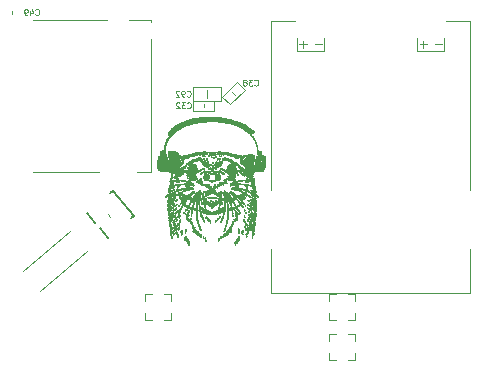
<source format=gbo>
G04 #@! TF.GenerationSoftware,KiCad,Pcbnew,5.1.5+dfsg1-2build2*
G04 #@! TF.CreationDate,2020-11-19T00:01:25+01:00*
G04 #@! TF.ProjectId,OtterCastAudioV2,4f747465-7243-4617-9374-417564696f56,rev?*
G04 #@! TF.SameCoordinates,Original*
G04 #@! TF.FileFunction,Legend,Bot*
G04 #@! TF.FilePolarity,Positive*
%FSLAX46Y46*%
G04 Gerber Fmt 4.6, Leading zero omitted, Abs format (unit mm)*
G04 Created by KiCad (PCBNEW 5.1.5+dfsg1-2build2) date 2020-11-19 00:01:25*
%MOMM*%
%LPD*%
G04 APERTURE LIST*
%ADD10C,0.100000*%
%ADD11C,0.010000*%
%ADD12C,0.120000*%
%ADD13C,0.150000*%
G04 APERTURE END LIST*
D10*
X95170000Y-100180000D02*
X95170000Y-101060000D01*
X95140000Y-98990000D02*
X97560000Y-98990000D01*
X97560000Y-100180000D02*
X97560000Y-98990000D01*
X95140000Y-100180000D02*
X97560000Y-100180000D01*
X96930000Y-101059239D02*
X96930000Y-100180000D01*
X95170000Y-101060000D02*
X96930000Y-101059239D01*
X95140000Y-98990000D02*
X95140000Y-100180000D01*
X99550000Y-99250000D02*
X98900000Y-98600000D01*
X98300000Y-100500000D02*
X99550000Y-99250000D01*
X97650000Y-99850000D02*
X98300000Y-100500000D01*
X98900000Y-98600000D02*
X97650000Y-99850000D01*
X93300000Y-116550000D02*
X92700000Y-116550000D01*
X91100000Y-116550000D02*
X91700000Y-116550000D01*
X93300000Y-118750000D02*
X92700000Y-118750000D01*
X91100000Y-118750000D02*
X91700000Y-118750000D01*
X93300000Y-116550000D02*
X93300000Y-117150000D01*
X91100000Y-116550000D02*
X91100000Y-117150000D01*
X93300000Y-118750000D02*
X93300000Y-118150000D01*
X91100000Y-118750000D02*
X91100000Y-118150000D01*
X108900000Y-118750000D02*
X108300000Y-118750000D01*
X108900000Y-118750000D02*
X108900000Y-118150000D01*
X108900000Y-116550000D02*
X108900000Y-117150000D01*
X108900000Y-116550000D02*
X108300000Y-116550000D01*
X106700000Y-116550000D02*
X107300000Y-116550000D01*
X106700000Y-116550000D02*
X106700000Y-117150000D01*
X106700000Y-118750000D02*
X106700000Y-118150000D01*
X106700000Y-118750000D02*
X107300000Y-118750000D01*
X106700000Y-119900000D02*
X107300000Y-119900000D01*
X106700000Y-119900000D02*
X106700000Y-120500000D01*
X106700000Y-122100000D02*
X106700000Y-121500000D01*
X106700000Y-122100000D02*
X107300000Y-122100000D01*
X108900000Y-122100000D02*
X108300000Y-122100000D01*
X108900000Y-122100000D02*
X108900000Y-121500000D01*
X108900000Y-119900000D02*
X108900000Y-120500000D01*
X108900000Y-119900000D02*
X108300000Y-119900000D01*
X118600000Y-116475000D02*
X118600000Y-112750000D01*
X101800000Y-116475000D02*
X118600000Y-116475000D01*
X101800000Y-112750000D02*
X101800000Y-116475000D01*
D11*
G36*
X96277228Y-106345874D02*
G01*
X96230337Y-106347121D01*
X96287851Y-106399075D01*
X96327814Y-106436877D01*
X96361028Y-106471936D01*
X96387167Y-106503876D01*
X96405906Y-106532321D01*
X96409434Y-106538919D01*
X96413708Y-106547693D01*
X96416687Y-106555511D01*
X96418546Y-106564091D01*
X96419460Y-106575152D01*
X96419603Y-106590412D01*
X96419150Y-106611590D01*
X96418619Y-106629336D01*
X96417589Y-106657051D01*
X96416250Y-106678324D01*
X96414278Y-106695470D01*
X96411351Y-106710806D01*
X96407145Y-106726649D01*
X96403336Y-106739069D01*
X96395348Y-106764693D01*
X96389958Y-106783400D01*
X96386957Y-106796572D01*
X96386141Y-106805591D01*
X96387302Y-106811837D01*
X96390236Y-106816693D01*
X96391525Y-106818191D01*
X96401568Y-106825423D01*
X96412340Y-106824829D01*
X96424924Y-106816255D01*
X96428351Y-106812976D01*
X96443028Y-106796064D01*
X96458891Y-106774200D01*
X96473829Y-106750543D01*
X96485728Y-106728255D01*
X96487440Y-106724508D01*
X96501262Y-106682564D01*
X96506739Y-106638561D01*
X96503925Y-106592929D01*
X96492870Y-106546102D01*
X96473628Y-106498512D01*
X96456270Y-106466563D01*
X96437589Y-106438745D01*
X96416051Y-106412203D01*
X96393250Y-106388572D01*
X96370778Y-106369493D01*
X96350226Y-106356601D01*
X96348639Y-106355853D01*
X96336669Y-106350765D01*
X96325967Y-106347580D01*
X96314006Y-106345943D01*
X96298256Y-106345501D01*
X96277228Y-106345874D01*
G37*
X96277228Y-106345874D02*
X96230337Y-106347121D01*
X96287851Y-106399075D01*
X96327814Y-106436877D01*
X96361028Y-106471936D01*
X96387167Y-106503876D01*
X96405906Y-106532321D01*
X96409434Y-106538919D01*
X96413708Y-106547693D01*
X96416687Y-106555511D01*
X96418546Y-106564091D01*
X96419460Y-106575152D01*
X96419603Y-106590412D01*
X96419150Y-106611590D01*
X96418619Y-106629336D01*
X96417589Y-106657051D01*
X96416250Y-106678324D01*
X96414278Y-106695470D01*
X96411351Y-106710806D01*
X96407145Y-106726649D01*
X96403336Y-106739069D01*
X96395348Y-106764693D01*
X96389958Y-106783400D01*
X96386957Y-106796572D01*
X96386141Y-106805591D01*
X96387302Y-106811837D01*
X96390236Y-106816693D01*
X96391525Y-106818191D01*
X96401568Y-106825423D01*
X96412340Y-106824829D01*
X96424924Y-106816255D01*
X96428351Y-106812976D01*
X96443028Y-106796064D01*
X96458891Y-106774200D01*
X96473829Y-106750543D01*
X96485728Y-106728255D01*
X96487440Y-106724508D01*
X96501262Y-106682564D01*
X96506739Y-106638561D01*
X96503925Y-106592929D01*
X96492870Y-106546102D01*
X96473628Y-106498512D01*
X96456270Y-106466563D01*
X96437589Y-106438745D01*
X96416051Y-106412203D01*
X96393250Y-106388572D01*
X96370778Y-106369493D01*
X96350226Y-106356601D01*
X96348639Y-106355853D01*
X96336669Y-106350765D01*
X96325967Y-106347580D01*
X96314006Y-106345943D01*
X96298256Y-106345501D01*
X96277228Y-106345874D01*
G36*
X97167904Y-106347257D02*
G01*
X97145429Y-106355160D01*
X97139584Y-106357934D01*
X97122087Y-106368825D01*
X97101751Y-106384839D01*
X97080824Y-106403970D01*
X97061555Y-106424211D01*
X97050995Y-106436999D01*
X97037920Y-106456787D01*
X97024028Y-106482541D01*
X97010570Y-106511718D01*
X96998798Y-106541775D01*
X96997194Y-106546379D01*
X96990404Y-106567342D01*
X96986181Y-106584276D01*
X96983947Y-106600774D01*
X96983120Y-106620434D01*
X96983054Y-106633965D01*
X96983484Y-106657452D01*
X96984966Y-106675211D01*
X96987940Y-106690253D01*
X96992851Y-106705588D01*
X96994054Y-106708822D01*
X97003686Y-106730594D01*
X97016029Y-106753031D01*
X97030031Y-106774744D01*
X97044645Y-106794342D01*
X97058819Y-106810434D01*
X97071504Y-106821632D01*
X97081651Y-106826545D01*
X97083030Y-106826655D01*
X97090864Y-106823777D01*
X97096015Y-106819773D01*
X97100668Y-106812898D01*
X97102376Y-106803485D01*
X97101015Y-106790100D01*
X97096459Y-106771312D01*
X97089934Y-106749870D01*
X97076109Y-106698022D01*
X97068826Y-106649614D01*
X97068071Y-106605179D01*
X97073826Y-106565247D01*
X97086075Y-106530350D01*
X97097311Y-106510910D01*
X97104708Y-106501403D01*
X97116928Y-106487090D01*
X97132673Y-106469431D01*
X97150646Y-106449887D01*
X97165855Y-106433773D01*
X97183486Y-106415017D01*
X97198792Y-106398157D01*
X97210810Y-106384302D01*
X97218577Y-106374562D01*
X97221138Y-106370152D01*
X97218779Y-106362438D01*
X97214321Y-106354664D01*
X97203826Y-106346944D01*
X97187862Y-106344497D01*
X97167904Y-106347257D01*
G37*
X97167904Y-106347257D02*
X97145429Y-106355160D01*
X97139584Y-106357934D01*
X97122087Y-106368825D01*
X97101751Y-106384839D01*
X97080824Y-106403970D01*
X97061555Y-106424211D01*
X97050995Y-106436999D01*
X97037920Y-106456787D01*
X97024028Y-106482541D01*
X97010570Y-106511718D01*
X96998798Y-106541775D01*
X96997194Y-106546379D01*
X96990404Y-106567342D01*
X96986181Y-106584276D01*
X96983947Y-106600774D01*
X96983120Y-106620434D01*
X96983054Y-106633965D01*
X96983484Y-106657452D01*
X96984966Y-106675211D01*
X96987940Y-106690253D01*
X96992851Y-106705588D01*
X96994054Y-106708822D01*
X97003686Y-106730594D01*
X97016029Y-106753031D01*
X97030031Y-106774744D01*
X97044645Y-106794342D01*
X97058819Y-106810434D01*
X97071504Y-106821632D01*
X97081651Y-106826545D01*
X97083030Y-106826655D01*
X97090864Y-106823777D01*
X97096015Y-106819773D01*
X97100668Y-106812898D01*
X97102376Y-106803485D01*
X97101015Y-106790100D01*
X97096459Y-106771312D01*
X97089934Y-106749870D01*
X97076109Y-106698022D01*
X97068826Y-106649614D01*
X97068071Y-106605179D01*
X97073826Y-106565247D01*
X97086075Y-106530350D01*
X97097311Y-106510910D01*
X97104708Y-106501403D01*
X97116928Y-106487090D01*
X97132673Y-106469431D01*
X97150646Y-106449887D01*
X97165855Y-106433773D01*
X97183486Y-106415017D01*
X97198792Y-106398157D01*
X97210810Y-106384302D01*
X97218577Y-106374562D01*
X97221138Y-106370152D01*
X97218779Y-106362438D01*
X97214321Y-106354664D01*
X97203826Y-106346944D01*
X97187862Y-106344497D01*
X97167904Y-106347257D01*
G36*
X96144860Y-104459697D02*
G01*
X96134687Y-104465477D01*
X96130690Y-104473339D01*
X96130690Y-104473398D01*
X96128346Y-104478103D01*
X96123026Y-104477130D01*
X96115209Y-104475113D01*
X96101363Y-104472594D01*
X96084167Y-104470047D01*
X96079969Y-104469501D01*
X96054722Y-104467495D01*
X96036726Y-104469053D01*
X96025106Y-104474477D01*
X96018989Y-104484063D01*
X96017694Y-104490764D01*
X96020438Y-104504161D01*
X96030180Y-104516539D01*
X96045170Y-104527292D01*
X96063656Y-104535814D01*
X96083890Y-104541501D01*
X96104119Y-104543747D01*
X96122594Y-104541947D01*
X96137564Y-104535496D01*
X96140429Y-104533199D01*
X96146561Y-104525257D01*
X96148207Y-104519971D01*
X96149986Y-104517022D01*
X96156192Y-104519651D01*
X96161091Y-104522957D01*
X96178377Y-104533435D01*
X96198006Y-104541360D01*
X96222153Y-104547434D01*
X96251121Y-104552114D01*
X96282937Y-104555579D01*
X96313074Y-104557371D01*
X96339858Y-104557490D01*
X96361618Y-104555935D01*
X96376680Y-104552706D01*
X96378121Y-104552137D01*
X96388112Y-104548937D01*
X96396021Y-104550610D01*
X96403684Y-104555619D01*
X96411489Y-104560250D01*
X96420953Y-104563031D01*
X96434439Y-104564385D01*
X96454245Y-104564741D01*
X96476127Y-104564164D01*
X96491207Y-104562245D01*
X96501378Y-104558704D01*
X96503555Y-104557416D01*
X96510338Y-104553554D01*
X96516471Y-104552748D01*
X96524776Y-104555332D01*
X96537757Y-104561486D01*
X96551932Y-104567899D01*
X96561696Y-104570296D01*
X96570103Y-104569242D01*
X96573461Y-104568097D01*
X96582839Y-104565511D01*
X96586094Y-104567485D01*
X96586138Y-104568118D01*
X96588930Y-104579056D01*
X96595929Y-104592818D01*
X96605074Y-104606112D01*
X96614301Y-104615646D01*
X96617024Y-104617412D01*
X96625986Y-104621781D01*
X96630727Y-104623590D01*
X96630809Y-104623584D01*
X96635395Y-104621931D01*
X96641506Y-104619520D01*
X96654447Y-104609911D01*
X96662744Y-104594744D01*
X96664966Y-104580533D01*
X96663625Y-104570421D01*
X96658593Y-104560962D01*
X96648361Y-104549572D01*
X96644867Y-104546172D01*
X96632434Y-104535147D01*
X96623013Y-104529530D01*
X96614039Y-104527974D01*
X96610475Y-104528145D01*
X96596435Y-104526465D01*
X96582607Y-104517952D01*
X96582204Y-104517615D01*
X96564745Y-104506139D01*
X96546503Y-104499499D01*
X96530004Y-104498423D01*
X96522625Y-104500450D01*
X96514588Y-104505382D01*
X96511690Y-104509357D01*
X96508245Y-104509978D01*
X96499516Y-104507066D01*
X96494110Y-104504583D01*
X96479923Y-104499658D01*
X96461078Y-104495890D01*
X96440212Y-104493487D01*
X96419960Y-104492658D01*
X96402956Y-104493611D01*
X96391946Y-104496494D01*
X96385092Y-104498858D01*
X96376080Y-104498826D01*
X96362648Y-104496198D01*
X96349541Y-104492745D01*
X96322042Y-104486250D01*
X96301388Y-104484040D01*
X96286795Y-104486103D01*
X96278076Y-104491733D01*
X96272436Y-104499879D01*
X96270828Y-104504863D01*
X96267663Y-104505213D01*
X96259391Y-104501118D01*
X96248558Y-104493986D01*
X96231579Y-104483491D01*
X96211333Y-104473497D01*
X96190513Y-104465096D01*
X96171814Y-104459386D01*
X96158668Y-104457448D01*
X96144860Y-104459697D01*
G37*
X96144860Y-104459697D02*
X96134687Y-104465477D01*
X96130690Y-104473339D01*
X96130690Y-104473398D01*
X96128346Y-104478103D01*
X96123026Y-104477130D01*
X96115209Y-104475113D01*
X96101363Y-104472594D01*
X96084167Y-104470047D01*
X96079969Y-104469501D01*
X96054722Y-104467495D01*
X96036726Y-104469053D01*
X96025106Y-104474477D01*
X96018989Y-104484063D01*
X96017694Y-104490764D01*
X96020438Y-104504161D01*
X96030180Y-104516539D01*
X96045170Y-104527292D01*
X96063656Y-104535814D01*
X96083890Y-104541501D01*
X96104119Y-104543747D01*
X96122594Y-104541947D01*
X96137564Y-104535496D01*
X96140429Y-104533199D01*
X96146561Y-104525257D01*
X96148207Y-104519971D01*
X96149986Y-104517022D01*
X96156192Y-104519651D01*
X96161091Y-104522957D01*
X96178377Y-104533435D01*
X96198006Y-104541360D01*
X96222153Y-104547434D01*
X96251121Y-104552114D01*
X96282937Y-104555579D01*
X96313074Y-104557371D01*
X96339858Y-104557490D01*
X96361618Y-104555935D01*
X96376680Y-104552706D01*
X96378121Y-104552137D01*
X96388112Y-104548937D01*
X96396021Y-104550610D01*
X96403684Y-104555619D01*
X96411489Y-104560250D01*
X96420953Y-104563031D01*
X96434439Y-104564385D01*
X96454245Y-104564741D01*
X96476127Y-104564164D01*
X96491207Y-104562245D01*
X96501378Y-104558704D01*
X96503555Y-104557416D01*
X96510338Y-104553554D01*
X96516471Y-104552748D01*
X96524776Y-104555332D01*
X96537757Y-104561486D01*
X96551932Y-104567899D01*
X96561696Y-104570296D01*
X96570103Y-104569242D01*
X96573461Y-104568097D01*
X96582839Y-104565511D01*
X96586094Y-104567485D01*
X96586138Y-104568118D01*
X96588930Y-104579056D01*
X96595929Y-104592818D01*
X96605074Y-104606112D01*
X96614301Y-104615646D01*
X96617024Y-104617412D01*
X96625986Y-104621781D01*
X96630727Y-104623590D01*
X96630809Y-104623584D01*
X96635395Y-104621931D01*
X96641506Y-104619520D01*
X96654447Y-104609911D01*
X96662744Y-104594744D01*
X96664966Y-104580533D01*
X96663625Y-104570421D01*
X96658593Y-104560962D01*
X96648361Y-104549572D01*
X96644867Y-104546172D01*
X96632434Y-104535147D01*
X96623013Y-104529530D01*
X96614039Y-104527974D01*
X96610475Y-104528145D01*
X96596435Y-104526465D01*
X96582607Y-104517952D01*
X96582204Y-104517615D01*
X96564745Y-104506139D01*
X96546503Y-104499499D01*
X96530004Y-104498423D01*
X96522625Y-104500450D01*
X96514588Y-104505382D01*
X96511690Y-104509357D01*
X96508245Y-104509978D01*
X96499516Y-104507066D01*
X96494110Y-104504583D01*
X96479923Y-104499658D01*
X96461078Y-104495890D01*
X96440212Y-104493487D01*
X96419960Y-104492658D01*
X96402956Y-104493611D01*
X96391946Y-104496494D01*
X96385092Y-104498858D01*
X96376080Y-104498826D01*
X96362648Y-104496198D01*
X96349541Y-104492745D01*
X96322042Y-104486250D01*
X96301388Y-104484040D01*
X96286795Y-104486103D01*
X96278076Y-104491733D01*
X96272436Y-104499879D01*
X96270828Y-104504863D01*
X96267663Y-104505213D01*
X96259391Y-104501118D01*
X96248558Y-104493986D01*
X96231579Y-104483491D01*
X96211333Y-104473497D01*
X96190513Y-104465096D01*
X96171814Y-104459386D01*
X96158668Y-104457448D01*
X96144860Y-104459697D01*
G36*
X97319968Y-104459365D02*
G01*
X97303160Y-104463706D01*
X97282305Y-104471669D01*
X97260524Y-104481840D01*
X97240938Y-104492809D01*
X97230992Y-104499599D01*
X97221656Y-104505891D01*
X97217375Y-104506338D01*
X97216759Y-104503967D01*
X97213070Y-104492872D01*
X97202272Y-104486340D01*
X97184773Y-104484434D01*
X97160977Y-104487216D01*
X97140208Y-104492148D01*
X97121552Y-104496657D01*
X97109180Y-104497889D01*
X97101395Y-104496058D01*
X97091776Y-104493926D01*
X97076000Y-104493539D01*
X97056446Y-104494687D01*
X97035496Y-104497160D01*
X97015528Y-104500748D01*
X96999411Y-104505073D01*
X96986342Y-104509268D01*
X96979000Y-104510480D01*
X96974867Y-104508679D01*
X96972003Y-104504771D01*
X96964295Y-104498375D01*
X96952252Y-104497808D01*
X96935093Y-104503139D01*
X96921754Y-104509332D01*
X96907611Y-104516004D01*
X96898984Y-104518595D01*
X96893890Y-104517545D01*
X96892136Y-104515901D01*
X96882455Y-104510463D01*
X96868604Y-104509958D01*
X96853386Y-104514019D01*
X96839606Y-104522281D01*
X96838964Y-104522833D01*
X96829764Y-104530477D01*
X96824573Y-104532719D01*
X96821002Y-104530141D01*
X96819314Y-104527607D01*
X96811579Y-104520919D01*
X96800755Y-104516576D01*
X96784633Y-104516987D01*
X96771347Y-104525197D01*
X96762149Y-104540392D01*
X96761574Y-104542047D01*
X96756676Y-104556887D01*
X96739802Y-104540012D01*
X96723185Y-104527529D01*
X96706616Y-104522642D01*
X96691351Y-104525529D01*
X96682483Y-104531896D01*
X96676720Y-104538772D01*
X96674380Y-104545967D01*
X96675492Y-104555732D01*
X96680086Y-104570315D01*
X96683085Y-104578481D01*
X96694338Y-104601265D01*
X96708046Y-104616949D01*
X96723506Y-104625048D01*
X96740013Y-104625074D01*
X96746857Y-104622667D01*
X96755533Y-104620459D01*
X96762825Y-104624372D01*
X96765941Y-104627502D01*
X96777392Y-104635610D01*
X96789593Y-104635390D01*
X96802065Y-104628127D01*
X96810975Y-104619069D01*
X96816228Y-104610169D01*
X96819682Y-104604175D01*
X96823932Y-104605904D01*
X96831533Y-104609393D01*
X96841941Y-104610724D01*
X96850602Y-104609192D01*
X96859792Y-104603738D01*
X96871404Y-104593073D01*
X96877889Y-104586269D01*
X96889769Y-104573903D01*
X96897694Y-104567131D01*
X96903414Y-104564899D01*
X96908675Y-104566152D01*
X96910064Y-104566854D01*
X96924158Y-104569806D01*
X96941276Y-104566402D01*
X96959036Y-104557176D01*
X96961664Y-104555280D01*
X96970401Y-104549657D01*
X96975423Y-104548244D01*
X96975897Y-104549021D01*
X96979895Y-104553194D01*
X96990438Y-104557605D01*
X97005347Y-104561700D01*
X97022444Y-104564926D01*
X97039551Y-104566730D01*
X97046425Y-104566931D01*
X97063058Y-104566058D01*
X97074547Y-104562788D01*
X97084075Y-104556409D01*
X97092964Y-104549747D01*
X97100034Y-104548342D01*
X97109786Y-104551538D01*
X97111781Y-104552384D01*
X97118451Y-104554701D01*
X97126557Y-104556173D01*
X97137529Y-104556821D01*
X97152797Y-104556668D01*
X97173792Y-104555736D01*
X97201944Y-104554048D01*
X97205155Y-104553842D01*
X97230842Y-104552073D01*
X97253810Y-104550279D01*
X97272500Y-104548600D01*
X97285352Y-104547172D01*
X97290551Y-104546250D01*
X97297999Y-104542405D01*
X97309535Y-104535202D01*
X97318469Y-104529124D01*
X97330183Y-104521122D01*
X97336907Y-104517784D01*
X97340734Y-104518618D01*
X97343756Y-104523132D01*
X97343780Y-104523178D01*
X97354436Y-104534558D01*
X97370811Y-104542337D01*
X97390489Y-104546155D01*
X97411053Y-104545653D01*
X97430085Y-104540472D01*
X97436750Y-104536995D01*
X97451064Y-104525330D01*
X97462676Y-104510740D01*
X97469630Y-104496001D01*
X97470759Y-104488782D01*
X97467286Y-104479861D01*
X97459323Y-104472053D01*
X97452736Y-104468489D01*
X97445267Y-104466765D01*
X97434634Y-104466757D01*
X97418556Y-104468345D01*
X97410055Y-104469403D01*
X97391927Y-104471950D01*
X97376522Y-104474525D01*
X97366386Y-104476688D01*
X97364561Y-104477264D01*
X97358222Y-104477578D01*
X97356897Y-104473398D01*
X97352989Y-104465191D01*
X97342514Y-104460037D01*
X97327345Y-104458646D01*
X97319968Y-104459365D01*
G37*
X97319968Y-104459365D02*
X97303160Y-104463706D01*
X97282305Y-104471669D01*
X97260524Y-104481840D01*
X97240938Y-104492809D01*
X97230992Y-104499599D01*
X97221656Y-104505891D01*
X97217375Y-104506338D01*
X97216759Y-104503967D01*
X97213070Y-104492872D01*
X97202272Y-104486340D01*
X97184773Y-104484434D01*
X97160977Y-104487216D01*
X97140208Y-104492148D01*
X97121552Y-104496657D01*
X97109180Y-104497889D01*
X97101395Y-104496058D01*
X97091776Y-104493926D01*
X97076000Y-104493539D01*
X97056446Y-104494687D01*
X97035496Y-104497160D01*
X97015528Y-104500748D01*
X96999411Y-104505073D01*
X96986342Y-104509268D01*
X96979000Y-104510480D01*
X96974867Y-104508679D01*
X96972003Y-104504771D01*
X96964295Y-104498375D01*
X96952252Y-104497808D01*
X96935093Y-104503139D01*
X96921754Y-104509332D01*
X96907611Y-104516004D01*
X96898984Y-104518595D01*
X96893890Y-104517545D01*
X96892136Y-104515901D01*
X96882455Y-104510463D01*
X96868604Y-104509958D01*
X96853386Y-104514019D01*
X96839606Y-104522281D01*
X96838964Y-104522833D01*
X96829764Y-104530477D01*
X96824573Y-104532719D01*
X96821002Y-104530141D01*
X96819314Y-104527607D01*
X96811579Y-104520919D01*
X96800755Y-104516576D01*
X96784633Y-104516987D01*
X96771347Y-104525197D01*
X96762149Y-104540392D01*
X96761574Y-104542047D01*
X96756676Y-104556887D01*
X96739802Y-104540012D01*
X96723185Y-104527529D01*
X96706616Y-104522642D01*
X96691351Y-104525529D01*
X96682483Y-104531896D01*
X96676720Y-104538772D01*
X96674380Y-104545967D01*
X96675492Y-104555732D01*
X96680086Y-104570315D01*
X96683085Y-104578481D01*
X96694338Y-104601265D01*
X96708046Y-104616949D01*
X96723506Y-104625048D01*
X96740013Y-104625074D01*
X96746857Y-104622667D01*
X96755533Y-104620459D01*
X96762825Y-104624372D01*
X96765941Y-104627502D01*
X96777392Y-104635610D01*
X96789593Y-104635390D01*
X96802065Y-104628127D01*
X96810975Y-104619069D01*
X96816228Y-104610169D01*
X96819682Y-104604175D01*
X96823932Y-104605904D01*
X96831533Y-104609393D01*
X96841941Y-104610724D01*
X96850602Y-104609192D01*
X96859792Y-104603738D01*
X96871404Y-104593073D01*
X96877889Y-104586269D01*
X96889769Y-104573903D01*
X96897694Y-104567131D01*
X96903414Y-104564899D01*
X96908675Y-104566152D01*
X96910064Y-104566854D01*
X96924158Y-104569806D01*
X96941276Y-104566402D01*
X96959036Y-104557176D01*
X96961664Y-104555280D01*
X96970401Y-104549657D01*
X96975423Y-104548244D01*
X96975897Y-104549021D01*
X96979895Y-104553194D01*
X96990438Y-104557605D01*
X97005347Y-104561700D01*
X97022444Y-104564926D01*
X97039551Y-104566730D01*
X97046425Y-104566931D01*
X97063058Y-104566058D01*
X97074547Y-104562788D01*
X97084075Y-104556409D01*
X97092964Y-104549747D01*
X97100034Y-104548342D01*
X97109786Y-104551538D01*
X97111781Y-104552384D01*
X97118451Y-104554701D01*
X97126557Y-104556173D01*
X97137529Y-104556821D01*
X97152797Y-104556668D01*
X97173792Y-104555736D01*
X97201944Y-104554048D01*
X97205155Y-104553842D01*
X97230842Y-104552073D01*
X97253810Y-104550279D01*
X97272500Y-104548600D01*
X97285352Y-104547172D01*
X97290551Y-104546250D01*
X97297999Y-104542405D01*
X97309535Y-104535202D01*
X97318469Y-104529124D01*
X97330183Y-104521122D01*
X97336907Y-104517784D01*
X97340734Y-104518618D01*
X97343756Y-104523132D01*
X97343780Y-104523178D01*
X97354436Y-104534558D01*
X97370811Y-104542337D01*
X97390489Y-104546155D01*
X97411053Y-104545653D01*
X97430085Y-104540472D01*
X97436750Y-104536995D01*
X97451064Y-104525330D01*
X97462676Y-104510740D01*
X97469630Y-104496001D01*
X97470759Y-104488782D01*
X97467286Y-104479861D01*
X97459323Y-104472053D01*
X97452736Y-104468489D01*
X97445267Y-104466765D01*
X97434634Y-104466757D01*
X97418556Y-104468345D01*
X97410055Y-104469403D01*
X97391927Y-104471950D01*
X97376522Y-104474525D01*
X97366386Y-104476688D01*
X97364561Y-104477264D01*
X97358222Y-104477578D01*
X97356897Y-104473398D01*
X97352989Y-104465191D01*
X97342514Y-104460037D01*
X97327345Y-104458646D01*
X97319968Y-104459365D01*
G36*
X96258705Y-104594516D02*
G01*
X96255660Y-104597410D01*
X96250249Y-104608844D01*
X96252855Y-104622593D01*
X96263562Y-104638952D01*
X96269905Y-104646053D01*
X96287652Y-104661576D01*
X96304794Y-104670689D01*
X96320044Y-104672843D01*
X96327579Y-104670656D01*
X96338454Y-104661336D01*
X96341856Y-104649024D01*
X96338083Y-104634765D01*
X96327436Y-104619604D01*
X96310215Y-104604584D01*
X96308212Y-104603177D01*
X96288267Y-104592267D01*
X96271755Y-104589379D01*
X96258705Y-104594516D01*
G37*
X96258705Y-104594516D02*
X96255660Y-104597410D01*
X96250249Y-104608844D01*
X96252855Y-104622593D01*
X96263562Y-104638952D01*
X96269905Y-104646053D01*
X96287652Y-104661576D01*
X96304794Y-104670689D01*
X96320044Y-104672843D01*
X96327579Y-104670656D01*
X96338454Y-104661336D01*
X96341856Y-104649024D01*
X96338083Y-104634765D01*
X96327436Y-104619604D01*
X96310215Y-104604584D01*
X96308212Y-104603177D01*
X96288267Y-104592267D01*
X96271755Y-104589379D01*
X96258705Y-104594516D01*
G36*
X97214125Y-104586864D02*
G01*
X97199209Y-104592368D01*
X97182949Y-104601910D01*
X97167635Y-104614285D01*
X97162296Y-104619751D01*
X97150637Y-104636289D01*
X97146602Y-104651172D01*
X97150288Y-104663570D01*
X97156423Y-104669596D01*
X97164516Y-104674505D01*
X97171723Y-104675759D01*
X97181118Y-104673245D01*
X97192710Y-104668246D01*
X97208142Y-104658705D01*
X97223011Y-104645325D01*
X97234859Y-104630678D01*
X97241154Y-104617621D01*
X97240902Y-104603767D01*
X97234267Y-104592144D01*
X97225403Y-104586601D01*
X97214125Y-104586864D01*
G37*
X97214125Y-104586864D02*
X97199209Y-104592368D01*
X97182949Y-104601910D01*
X97167635Y-104614285D01*
X97162296Y-104619751D01*
X97150637Y-104636289D01*
X97146602Y-104651172D01*
X97150288Y-104663570D01*
X97156423Y-104669596D01*
X97164516Y-104674505D01*
X97171723Y-104675759D01*
X97181118Y-104673245D01*
X97192710Y-104668246D01*
X97208142Y-104658705D01*
X97223011Y-104645325D01*
X97234859Y-104630678D01*
X97241154Y-104617621D01*
X97240902Y-104603767D01*
X97234267Y-104592144D01*
X97225403Y-104586601D01*
X97214125Y-104586864D01*
G36*
X95269120Y-104590325D02*
G01*
X95261942Y-104594802D01*
X95255358Y-104601398D01*
X95246957Y-104609789D01*
X95240694Y-104612634D01*
X95232817Y-104610874D01*
X95226964Y-104608504D01*
X95208158Y-104603232D01*
X95188654Y-104601968D01*
X95171351Y-104604608D01*
X95159309Y-104610895D01*
X95152319Y-104620028D01*
X95149724Y-104628076D01*
X95153770Y-104640529D01*
X95164658Y-104652921D01*
X95180518Y-104664305D01*
X95199480Y-104673734D01*
X95219672Y-104680263D01*
X95239224Y-104682944D01*
X95254828Y-104681257D01*
X95264460Y-104675578D01*
X95273584Y-104665668D01*
X95274535Y-104664222D01*
X95280323Y-104655958D01*
X95286179Y-104652187D01*
X95295300Y-104651703D01*
X95305190Y-104652658D01*
X95323584Y-104652871D01*
X95335738Y-104648139D01*
X95343056Y-104637789D01*
X95344396Y-104633907D01*
X95344447Y-104625579D01*
X95338980Y-104615778D01*
X95332422Y-104608051D01*
X95322410Y-104598323D01*
X95312814Y-104593052D01*
X95299809Y-104590474D01*
X95292842Y-104589806D01*
X95278306Y-104589004D01*
X95269120Y-104590325D01*
G37*
X95269120Y-104590325D02*
X95261942Y-104594802D01*
X95255358Y-104601398D01*
X95246957Y-104609789D01*
X95240694Y-104612634D01*
X95232817Y-104610874D01*
X95226964Y-104608504D01*
X95208158Y-104603232D01*
X95188654Y-104601968D01*
X95171351Y-104604608D01*
X95159309Y-104610895D01*
X95152319Y-104620028D01*
X95149724Y-104628076D01*
X95153770Y-104640529D01*
X95164658Y-104652921D01*
X95180518Y-104664305D01*
X95199480Y-104673734D01*
X95219672Y-104680263D01*
X95239224Y-104682944D01*
X95254828Y-104681257D01*
X95264460Y-104675578D01*
X95273584Y-104665668D01*
X95274535Y-104664222D01*
X95280323Y-104655958D01*
X95286179Y-104652187D01*
X95295300Y-104651703D01*
X95305190Y-104652658D01*
X95323584Y-104652871D01*
X95335738Y-104648139D01*
X95343056Y-104637789D01*
X95344396Y-104633907D01*
X95344447Y-104625579D01*
X95338980Y-104615778D01*
X95332422Y-104608051D01*
X95322410Y-104598323D01*
X95312814Y-104593052D01*
X95299809Y-104590474D01*
X95292842Y-104589806D01*
X95278306Y-104589004D01*
X95269120Y-104590325D01*
G36*
X95883627Y-104614963D02*
G01*
X95873612Y-104622596D01*
X95869762Y-104634191D01*
X95871717Y-104647872D01*
X95879114Y-104661762D01*
X95891591Y-104673984D01*
X95895515Y-104676591D01*
X95908488Y-104683327D01*
X95917900Y-104684169D01*
X95926827Y-104678934D01*
X95931607Y-104674447D01*
X95938648Y-104665936D01*
X95939751Y-104658329D01*
X95937672Y-104651463D01*
X95928138Y-104634421D01*
X95915074Y-104621672D01*
X95900387Y-104614506D01*
X95885985Y-104614209D01*
X95883627Y-104614963D01*
G37*
X95883627Y-104614963D02*
X95873612Y-104622596D01*
X95869762Y-104634191D01*
X95871717Y-104647872D01*
X95879114Y-104661762D01*
X95891591Y-104673984D01*
X95895515Y-104676591D01*
X95908488Y-104683327D01*
X95917900Y-104684169D01*
X95926827Y-104678934D01*
X95931607Y-104674447D01*
X95938648Y-104665936D01*
X95939751Y-104658329D01*
X95937672Y-104651463D01*
X95928138Y-104634421D01*
X95915074Y-104621672D01*
X95900387Y-104614506D01*
X95885985Y-104614209D01*
X95883627Y-104614963D01*
G36*
X97582788Y-104620161D02*
G01*
X97569439Y-104630577D01*
X97558517Y-104645032D01*
X97553904Y-104658886D01*
X97555046Y-104670656D01*
X97561388Y-104678858D01*
X97572377Y-104682011D01*
X97587411Y-104678649D01*
X97602154Y-104669149D01*
X97613526Y-104655727D01*
X97619328Y-104641203D01*
X97619655Y-104637285D01*
X97616606Y-104623862D01*
X97608451Y-104616401D01*
X97596682Y-104615101D01*
X97582788Y-104620161D01*
G37*
X97582788Y-104620161D02*
X97569439Y-104630577D01*
X97558517Y-104645032D01*
X97553904Y-104658886D01*
X97555046Y-104670656D01*
X97561388Y-104678858D01*
X97572377Y-104682011D01*
X97587411Y-104678649D01*
X97602154Y-104669149D01*
X97613526Y-104655727D01*
X97619328Y-104641203D01*
X97619655Y-104637285D01*
X97616606Y-104623862D01*
X97608451Y-104616401D01*
X97596682Y-104615101D01*
X97582788Y-104620161D01*
G36*
X98197194Y-104586754D02*
G01*
X98183515Y-104592644D01*
X98168802Y-104603227D01*
X98156205Y-104615857D01*
X98149130Y-104627162D01*
X98147947Y-104641042D01*
X98150009Y-104646612D01*
X98153713Y-104651619D01*
X98159480Y-104653953D01*
X98169758Y-104654144D01*
X98180922Y-104653286D01*
X98195573Y-104652239D01*
X98203903Y-104652879D01*
X98208284Y-104655824D01*
X98210850Y-104661053D01*
X98219944Y-104673364D01*
X98235299Y-104680360D01*
X98255973Y-104681703D01*
X98265604Y-104680568D01*
X98289475Y-104674430D01*
X98308962Y-104665079D01*
X98323274Y-104653461D01*
X98331621Y-104640520D01*
X98333211Y-104627201D01*
X98327255Y-104614449D01*
X98323899Y-104610895D01*
X98311122Y-104604254D01*
X98293552Y-104601968D01*
X98274063Y-104604160D01*
X98261282Y-104608228D01*
X98251279Y-104611935D01*
X98246408Y-104611594D01*
X98243893Y-104606925D01*
X98243744Y-104606461D01*
X98237067Y-104597838D01*
X98224873Y-104590776D01*
X98210403Y-104586646D01*
X98197194Y-104586754D01*
G37*
X98197194Y-104586754D02*
X98183515Y-104592644D01*
X98168802Y-104603227D01*
X98156205Y-104615857D01*
X98149130Y-104627162D01*
X98147947Y-104641042D01*
X98150009Y-104646612D01*
X98153713Y-104651619D01*
X98159480Y-104653953D01*
X98169758Y-104654144D01*
X98180922Y-104653286D01*
X98195573Y-104652239D01*
X98203903Y-104652879D01*
X98208284Y-104655824D01*
X98210850Y-104661053D01*
X98219944Y-104673364D01*
X98235299Y-104680360D01*
X98255973Y-104681703D01*
X98265604Y-104680568D01*
X98289475Y-104674430D01*
X98308962Y-104665079D01*
X98323274Y-104653461D01*
X98331621Y-104640520D01*
X98333211Y-104627201D01*
X98327255Y-104614449D01*
X98323899Y-104610895D01*
X98311122Y-104604254D01*
X98293552Y-104601968D01*
X98274063Y-104604160D01*
X98261282Y-104608228D01*
X98251279Y-104611935D01*
X98246408Y-104611594D01*
X98243893Y-104606925D01*
X98243744Y-104606461D01*
X98237067Y-104597838D01*
X98224873Y-104590776D01*
X98210403Y-104586646D01*
X98197194Y-104586754D01*
G36*
X95973085Y-104490035D02*
G01*
X95958501Y-104492142D01*
X95946773Y-104492369D01*
X95932898Y-104490699D01*
X95927952Y-104489890D01*
X95912313Y-104490285D01*
X95900567Y-104496379D01*
X95894593Y-104506995D01*
X95894207Y-104511016D01*
X95893375Y-104515390D01*
X95889893Y-104514404D01*
X95882288Y-104507505D01*
X95880731Y-104505956D01*
X95869883Y-104496845D01*
X95859454Y-104490740D01*
X95857053Y-104489919D01*
X95843477Y-104490217D01*
X95831935Y-104496722D01*
X95826394Y-104505412D01*
X95824214Y-104510766D01*
X95820760Y-104511520D01*
X95813374Y-104507676D01*
X95809675Y-104505433D01*
X95793485Y-104498675D01*
X95778529Y-104497831D01*
X95766622Y-104502415D01*
X95759585Y-104511937D01*
X95758449Y-104519184D01*
X95757804Y-104524659D01*
X95754279Y-104525162D01*
X95745528Y-104521061D01*
X95728675Y-104515439D01*
X95710688Y-104514335D01*
X95693860Y-104517304D01*
X95680480Y-104523903D01*
X95672840Y-104533689D01*
X95672377Y-104535218D01*
X95673124Y-104548926D01*
X95682290Y-104561467D01*
X95699579Y-104572537D01*
X95714986Y-104578785D01*
X95734317Y-104584527D01*
X95748225Y-104585871D01*
X95759033Y-104582505D01*
X95769063Y-104574117D01*
X95771744Y-104571173D01*
X95779230Y-104563389D01*
X95785427Y-104560838D01*
X95794182Y-104562653D01*
X95800209Y-104564743D01*
X95816809Y-104569736D01*
X95828389Y-104570310D01*
X95837624Y-104566228D01*
X95843702Y-104560904D01*
X95855297Y-104553107D01*
X95865138Y-104552606D01*
X95876470Y-104551504D01*
X95887346Y-104543535D01*
X95894917Y-104536464D01*
X95899047Y-104535275D01*
X95902350Y-104539521D01*
X95903065Y-104540840D01*
X95912450Y-104550811D01*
X95927310Y-104558830D01*
X95944362Y-104563190D01*
X95946458Y-104563391D01*
X95960468Y-104568169D01*
X95966817Y-104574651D01*
X95973513Y-104584870D01*
X95955250Y-104575553D01*
X95937757Y-104569184D01*
X95924328Y-104569684D01*
X95915658Y-104576936D01*
X95913436Y-104582604D01*
X95912688Y-104594440D01*
X95914464Y-104602187D01*
X95919522Y-104608347D01*
X95930269Y-104618450D01*
X95945262Y-104631356D01*
X95963057Y-104645925D01*
X95982211Y-104661018D01*
X96001280Y-104675493D01*
X96018821Y-104688211D01*
X96033390Y-104698033D01*
X96042581Y-104703362D01*
X96054582Y-104708815D01*
X96062280Y-104710349D01*
X96069059Y-104708240D01*
X96073236Y-104705860D01*
X96083604Y-104695798D01*
X96085609Y-104683804D01*
X96079137Y-104670884D01*
X96077404Y-104668903D01*
X96074318Y-104664724D01*
X96077231Y-104665148D01*
X96086557Y-104670346D01*
X96097845Y-104677377D01*
X96118799Y-104690217D01*
X96134062Y-104698013D01*
X96144967Y-104700955D01*
X96152844Y-104699235D01*
X96159024Y-104693044D01*
X96162768Y-104686702D01*
X96168306Y-104676133D01*
X96187817Y-104691015D01*
X96205463Y-104702922D01*
X96219113Y-104708299D01*
X96230079Y-104707582D01*
X96233261Y-104706122D01*
X96242591Y-104696426D01*
X96245213Y-104683072D01*
X96241867Y-104671218D01*
X96235881Y-104663933D01*
X96224102Y-104652972D01*
X96208044Y-104639492D01*
X96189218Y-104624650D01*
X96169137Y-104609601D01*
X96149313Y-104595503D01*
X96131259Y-104583512D01*
X96116486Y-104574786D01*
X96114304Y-104573657D01*
X96093207Y-104565604D01*
X96073400Y-104562553D01*
X96073045Y-104562552D01*
X96051247Y-104558773D01*
X96033275Y-104548198D01*
X96020760Y-104531964D01*
X96017534Y-104523766D01*
X96008699Y-104505391D01*
X95995760Y-104493693D01*
X95979792Y-104489487D01*
X95973085Y-104490035D01*
G37*
X95973085Y-104490035D02*
X95958501Y-104492142D01*
X95946773Y-104492369D01*
X95932898Y-104490699D01*
X95927952Y-104489890D01*
X95912313Y-104490285D01*
X95900567Y-104496379D01*
X95894593Y-104506995D01*
X95894207Y-104511016D01*
X95893375Y-104515390D01*
X95889893Y-104514404D01*
X95882288Y-104507505D01*
X95880731Y-104505956D01*
X95869883Y-104496845D01*
X95859454Y-104490740D01*
X95857053Y-104489919D01*
X95843477Y-104490217D01*
X95831935Y-104496722D01*
X95826394Y-104505412D01*
X95824214Y-104510766D01*
X95820760Y-104511520D01*
X95813374Y-104507676D01*
X95809675Y-104505433D01*
X95793485Y-104498675D01*
X95778529Y-104497831D01*
X95766622Y-104502415D01*
X95759585Y-104511937D01*
X95758449Y-104519184D01*
X95757804Y-104524659D01*
X95754279Y-104525162D01*
X95745528Y-104521061D01*
X95728675Y-104515439D01*
X95710688Y-104514335D01*
X95693860Y-104517304D01*
X95680480Y-104523903D01*
X95672840Y-104533689D01*
X95672377Y-104535218D01*
X95673124Y-104548926D01*
X95682290Y-104561467D01*
X95699579Y-104572537D01*
X95714986Y-104578785D01*
X95734317Y-104584527D01*
X95748225Y-104585871D01*
X95759033Y-104582505D01*
X95769063Y-104574117D01*
X95771744Y-104571173D01*
X95779230Y-104563389D01*
X95785427Y-104560838D01*
X95794182Y-104562653D01*
X95800209Y-104564743D01*
X95816809Y-104569736D01*
X95828389Y-104570310D01*
X95837624Y-104566228D01*
X95843702Y-104560904D01*
X95855297Y-104553107D01*
X95865138Y-104552606D01*
X95876470Y-104551504D01*
X95887346Y-104543535D01*
X95894917Y-104536464D01*
X95899047Y-104535275D01*
X95902350Y-104539521D01*
X95903065Y-104540840D01*
X95912450Y-104550811D01*
X95927310Y-104558830D01*
X95944362Y-104563190D01*
X95946458Y-104563391D01*
X95960468Y-104568169D01*
X95966817Y-104574651D01*
X95973513Y-104584870D01*
X95955250Y-104575553D01*
X95937757Y-104569184D01*
X95924328Y-104569684D01*
X95915658Y-104576936D01*
X95913436Y-104582604D01*
X95912688Y-104594440D01*
X95914464Y-104602187D01*
X95919522Y-104608347D01*
X95930269Y-104618450D01*
X95945262Y-104631356D01*
X95963057Y-104645925D01*
X95982211Y-104661018D01*
X96001280Y-104675493D01*
X96018821Y-104688211D01*
X96033390Y-104698033D01*
X96042581Y-104703362D01*
X96054582Y-104708815D01*
X96062280Y-104710349D01*
X96069059Y-104708240D01*
X96073236Y-104705860D01*
X96083604Y-104695798D01*
X96085609Y-104683804D01*
X96079137Y-104670884D01*
X96077404Y-104668903D01*
X96074318Y-104664724D01*
X96077231Y-104665148D01*
X96086557Y-104670346D01*
X96097845Y-104677377D01*
X96118799Y-104690217D01*
X96134062Y-104698013D01*
X96144967Y-104700955D01*
X96152844Y-104699235D01*
X96159024Y-104693044D01*
X96162768Y-104686702D01*
X96168306Y-104676133D01*
X96187817Y-104691015D01*
X96205463Y-104702922D01*
X96219113Y-104708299D01*
X96230079Y-104707582D01*
X96233261Y-104706122D01*
X96242591Y-104696426D01*
X96245213Y-104683072D01*
X96241867Y-104671218D01*
X96235881Y-104663933D01*
X96224102Y-104652972D01*
X96208044Y-104639492D01*
X96189218Y-104624650D01*
X96169137Y-104609601D01*
X96149313Y-104595503D01*
X96131259Y-104583512D01*
X96116486Y-104574786D01*
X96114304Y-104573657D01*
X96093207Y-104565604D01*
X96073400Y-104562553D01*
X96073045Y-104562552D01*
X96051247Y-104558773D01*
X96033275Y-104548198D01*
X96020760Y-104531964D01*
X96017534Y-104523766D01*
X96008699Y-104505391D01*
X95995760Y-104493693D01*
X95979792Y-104489487D01*
X95973085Y-104490035D01*
G36*
X97709532Y-104600872D02*
G01*
X97690734Y-104610061D01*
X97669878Y-104624148D01*
X97648630Y-104642127D01*
X97644837Y-104645753D01*
X97630126Y-104660686D01*
X97621049Y-104671659D01*
X97616477Y-104680277D01*
X97615276Y-104687748D01*
X97618331Y-104701849D01*
X97626790Y-104709777D01*
X97639599Y-104711269D01*
X97655703Y-104706066D01*
X97665677Y-104700191D01*
X97679733Y-104689780D01*
X97695730Y-104676592D01*
X97711858Y-104662284D01*
X97726304Y-104648516D01*
X97737254Y-104636945D01*
X97742622Y-104629785D01*
X97745551Y-104620893D01*
X97742741Y-104612168D01*
X97740619Y-104608733D01*
X97732694Y-104600716D01*
X97724610Y-104597586D01*
X97709532Y-104600872D01*
G37*
X97709532Y-104600872D02*
X97690734Y-104610061D01*
X97669878Y-104624148D01*
X97648630Y-104642127D01*
X97644837Y-104645753D01*
X97630126Y-104660686D01*
X97621049Y-104671659D01*
X97616477Y-104680277D01*
X97615276Y-104687748D01*
X97618331Y-104701849D01*
X97626790Y-104709777D01*
X97639599Y-104711269D01*
X97655703Y-104706066D01*
X97665677Y-104700191D01*
X97679733Y-104689780D01*
X97695730Y-104676592D01*
X97711858Y-104662284D01*
X97726304Y-104648516D01*
X97737254Y-104636945D01*
X97742622Y-104629785D01*
X97745551Y-104620893D01*
X97742741Y-104612168D01*
X97740619Y-104608733D01*
X97732694Y-104600716D01*
X97724610Y-104597586D01*
X97709532Y-104600872D01*
G36*
X95753298Y-104595623D02*
G01*
X95744843Y-104602850D01*
X95741780Y-104613662D01*
X95741984Y-104621549D01*
X95745101Y-104629163D01*
X95752352Y-104638461D01*
X95764956Y-104651399D01*
X95765867Y-104652292D01*
X95795152Y-104679329D01*
X95820132Y-104698869D01*
X95840778Y-104710898D01*
X95857066Y-104715401D01*
X95868967Y-104712364D01*
X95872322Y-104709245D01*
X95877785Y-104696996D01*
X95875452Y-104682566D01*
X95865202Y-104665733D01*
X95846917Y-104646276D01*
X95830707Y-104632151D01*
X95805652Y-104613377D01*
X95784121Y-104600973D01*
X95766530Y-104595026D01*
X95753298Y-104595623D01*
G37*
X95753298Y-104595623D02*
X95744843Y-104602850D01*
X95741780Y-104613662D01*
X95741984Y-104621549D01*
X95745101Y-104629163D01*
X95752352Y-104638461D01*
X95764956Y-104651399D01*
X95765867Y-104652292D01*
X95795152Y-104679329D01*
X95820132Y-104698869D01*
X95840778Y-104710898D01*
X95857066Y-104715401D01*
X95868967Y-104712364D01*
X95872322Y-104709245D01*
X95877785Y-104696996D01*
X95875452Y-104682566D01*
X95865202Y-104665733D01*
X95846917Y-104646276D01*
X95830707Y-104632151D01*
X95805652Y-104613377D01*
X95784121Y-104600973D01*
X95766530Y-104595026D01*
X95753298Y-104595623D01*
G36*
X97501010Y-104490341D02*
G01*
X97487012Y-104497436D01*
X97476252Y-104508840D01*
X97470965Y-104523307D01*
X97470759Y-104526882D01*
X97466676Y-104540755D01*
X97454537Y-104551504D01*
X97434507Y-104559026D01*
X97413776Y-104562557D01*
X97399858Y-104564464D01*
X97387680Y-104567353D01*
X97375692Y-104572017D01*
X97362345Y-104579250D01*
X97346090Y-104589845D01*
X97325376Y-104604595D01*
X97310914Y-104615215D01*
X97286716Y-104633349D01*
X97268884Y-104647488D01*
X97256541Y-104658558D01*
X97248810Y-104667486D01*
X97244811Y-104675199D01*
X97243668Y-104682622D01*
X97243840Y-104686005D01*
X97248084Y-104699135D01*
X97255741Y-104705514D01*
X97267049Y-104708327D01*
X97279585Y-104705332D01*
X97294795Y-104695995D01*
X97305878Y-104687066D01*
X97323949Y-104671597D01*
X97327410Y-104684954D01*
X97333321Y-104695973D01*
X97343699Y-104700025D01*
X97358790Y-104697100D01*
X97378837Y-104687192D01*
X97385627Y-104683003D01*
X97398023Y-104675163D01*
X97407042Y-104669629D01*
X97410628Y-104667648D01*
X97411224Y-104671568D01*
X97411587Y-104681520D01*
X97411638Y-104687873D01*
X97412751Y-104702197D01*
X97416722Y-104710754D01*
X97420580Y-104714085D01*
X97426965Y-104717168D01*
X97433535Y-104716257D01*
X97443242Y-104710710D01*
X97446670Y-104708412D01*
X97457057Y-104700849D01*
X97472000Y-104689329D01*
X97489351Y-104675530D01*
X97503986Y-104663595D01*
X97521569Y-104649152D01*
X97538335Y-104635509D01*
X97552195Y-104624360D01*
X97560009Y-104618201D01*
X97572016Y-104605451D01*
X97576322Y-104592462D01*
X97572780Y-104580539D01*
X97564989Y-104573146D01*
X97554947Y-104568560D01*
X97544356Y-104569536D01*
X97540414Y-104570798D01*
X97531642Y-104573465D01*
X97529640Y-104572568D01*
X97531663Y-104569610D01*
X97538888Y-104565208D01*
X97550891Y-104561490D01*
X97555094Y-104560690D01*
X97569231Y-104556682D01*
X97581075Y-104550458D01*
X97583062Y-104548822D01*
X97590301Y-104542971D01*
X97596192Y-104542872D01*
X97603881Y-104547334D01*
X97617772Y-104552514D01*
X97625967Y-104552059D01*
X97636262Y-104552218D01*
X97646509Y-104559174D01*
X97647696Y-104560335D01*
X97657561Y-104568181D01*
X97667658Y-104570676D01*
X97680336Y-104567851D01*
X97695551Y-104560958D01*
X97716000Y-104550605D01*
X97716000Y-104560279D01*
X97719935Y-104572382D01*
X97730577Y-104580867D01*
X97746182Y-104584416D01*
X97747970Y-104584448D01*
X97762590Y-104582395D01*
X97779560Y-104577058D01*
X97796102Y-104569667D01*
X97809438Y-104561454D01*
X97816596Y-104554033D01*
X97819512Y-104541524D01*
X97815184Y-104530688D01*
X97805071Y-104522186D01*
X97790628Y-104516682D01*
X97773314Y-104514840D01*
X97754585Y-104517324D01*
X97743869Y-104520915D01*
X97733908Y-104524642D01*
X97730131Y-104524498D01*
X97730542Y-104521418D01*
X97730011Y-104512172D01*
X97723510Y-104503356D01*
X97713520Y-104497686D01*
X97708088Y-104496878D01*
X97696366Y-104499189D01*
X97683360Y-104504812D01*
X97681955Y-104505637D01*
X97670995Y-104512015D01*
X97665508Y-104513842D01*
X97663625Y-104511348D01*
X97663449Y-104507911D01*
X97659613Y-104499823D01*
X97650271Y-104493254D01*
X97638671Y-104489984D01*
X97631547Y-104490448D01*
X97621352Y-104495404D01*
X97610252Y-104504100D01*
X97608358Y-104505985D01*
X97596101Y-104518779D01*
X97590636Y-104505783D01*
X97581566Y-104493943D01*
X97568454Y-104488915D01*
X97553493Y-104491361D01*
X97549466Y-104493363D01*
X97540143Y-104497519D01*
X97533259Y-104496316D01*
X97529770Y-104494051D01*
X97516008Y-104488798D01*
X97501010Y-104490341D01*
G37*
X97501010Y-104490341D02*
X97487012Y-104497436D01*
X97476252Y-104508840D01*
X97470965Y-104523307D01*
X97470759Y-104526882D01*
X97466676Y-104540755D01*
X97454537Y-104551504D01*
X97434507Y-104559026D01*
X97413776Y-104562557D01*
X97399858Y-104564464D01*
X97387680Y-104567353D01*
X97375692Y-104572017D01*
X97362345Y-104579250D01*
X97346090Y-104589845D01*
X97325376Y-104604595D01*
X97310914Y-104615215D01*
X97286716Y-104633349D01*
X97268884Y-104647488D01*
X97256541Y-104658558D01*
X97248810Y-104667486D01*
X97244811Y-104675199D01*
X97243668Y-104682622D01*
X97243840Y-104686005D01*
X97248084Y-104699135D01*
X97255741Y-104705514D01*
X97267049Y-104708327D01*
X97279585Y-104705332D01*
X97294795Y-104695995D01*
X97305878Y-104687066D01*
X97323949Y-104671597D01*
X97327410Y-104684954D01*
X97333321Y-104695973D01*
X97343699Y-104700025D01*
X97358790Y-104697100D01*
X97378837Y-104687192D01*
X97385627Y-104683003D01*
X97398023Y-104675163D01*
X97407042Y-104669629D01*
X97410628Y-104667648D01*
X97411224Y-104671568D01*
X97411587Y-104681520D01*
X97411638Y-104687873D01*
X97412751Y-104702197D01*
X97416722Y-104710754D01*
X97420580Y-104714085D01*
X97426965Y-104717168D01*
X97433535Y-104716257D01*
X97443242Y-104710710D01*
X97446670Y-104708412D01*
X97457057Y-104700849D01*
X97472000Y-104689329D01*
X97489351Y-104675530D01*
X97503986Y-104663595D01*
X97521569Y-104649152D01*
X97538335Y-104635509D01*
X97552195Y-104624360D01*
X97560009Y-104618201D01*
X97572016Y-104605451D01*
X97576322Y-104592462D01*
X97572780Y-104580539D01*
X97564989Y-104573146D01*
X97554947Y-104568560D01*
X97544356Y-104569536D01*
X97540414Y-104570798D01*
X97531642Y-104573465D01*
X97529640Y-104572568D01*
X97531663Y-104569610D01*
X97538888Y-104565208D01*
X97550891Y-104561490D01*
X97555094Y-104560690D01*
X97569231Y-104556682D01*
X97581075Y-104550458D01*
X97583062Y-104548822D01*
X97590301Y-104542971D01*
X97596192Y-104542872D01*
X97603881Y-104547334D01*
X97617772Y-104552514D01*
X97625967Y-104552059D01*
X97636262Y-104552218D01*
X97646509Y-104559174D01*
X97647696Y-104560335D01*
X97657561Y-104568181D01*
X97667658Y-104570676D01*
X97680336Y-104567851D01*
X97695551Y-104560958D01*
X97716000Y-104550605D01*
X97716000Y-104560279D01*
X97719935Y-104572382D01*
X97730577Y-104580867D01*
X97746182Y-104584416D01*
X97747970Y-104584448D01*
X97762590Y-104582395D01*
X97779560Y-104577058D01*
X97796102Y-104569667D01*
X97809438Y-104561454D01*
X97816596Y-104554033D01*
X97819512Y-104541524D01*
X97815184Y-104530688D01*
X97805071Y-104522186D01*
X97790628Y-104516682D01*
X97773314Y-104514840D01*
X97754585Y-104517324D01*
X97743869Y-104520915D01*
X97733908Y-104524642D01*
X97730131Y-104524498D01*
X97730542Y-104521418D01*
X97730011Y-104512172D01*
X97723510Y-104503356D01*
X97713520Y-104497686D01*
X97708088Y-104496878D01*
X97696366Y-104499189D01*
X97683360Y-104504812D01*
X97681955Y-104505637D01*
X97670995Y-104512015D01*
X97665508Y-104513842D01*
X97663625Y-104511348D01*
X97663449Y-104507911D01*
X97659613Y-104499823D01*
X97650271Y-104493254D01*
X97638671Y-104489984D01*
X97631547Y-104490448D01*
X97621352Y-104495404D01*
X97610252Y-104504100D01*
X97608358Y-104505985D01*
X97596101Y-104518779D01*
X97590636Y-104505783D01*
X97581566Y-104493943D01*
X97568454Y-104488915D01*
X97553493Y-104491361D01*
X97549466Y-104493363D01*
X97540143Y-104497519D01*
X97533259Y-104496316D01*
X97529770Y-104494051D01*
X97516008Y-104488798D01*
X97501010Y-104490341D01*
G36*
X97959682Y-104534143D02*
G01*
X97921024Y-104534764D01*
X97889887Y-104536682D01*
X97865100Y-104540080D01*
X97845497Y-104545140D01*
X97829909Y-104552046D01*
X97824658Y-104555284D01*
X97812817Y-104566512D01*
X97808464Y-104578374D01*
X97811835Y-104589385D01*
X97818348Y-104595428D01*
X97825021Y-104598555D01*
X97834854Y-104600696D01*
X97849396Y-104602022D01*
X97870194Y-104602700D01*
X97886639Y-104602868D01*
X97944020Y-104603160D01*
X97919492Y-104617935D01*
X97902937Y-104628525D01*
X97883413Y-104641946D01*
X97863135Y-104656576D01*
X97844316Y-104670795D01*
X97829171Y-104682980D01*
X97822199Y-104689183D01*
X97814835Y-104700637D01*
X97812473Y-104713927D01*
X97815536Y-104725475D01*
X97817600Y-104728090D01*
X97828564Y-104732973D01*
X97844476Y-104730758D01*
X97865191Y-104721474D01*
X97871211Y-104717986D01*
X97895509Y-104702644D01*
X97919554Y-104686204D01*
X97941256Y-104670182D01*
X97958520Y-104656093D01*
X97965217Y-104649868D01*
X97975065Y-104636240D01*
X97978844Y-104622346D01*
X97976098Y-104610480D01*
X97973647Y-104607364D01*
X97971244Y-104603301D01*
X97974561Y-104600341D01*
X97984827Y-104597764D01*
X97992120Y-104596526D01*
X97999897Y-104596220D01*
X98002114Y-104600432D01*
X98001451Y-104607291D01*
X98002916Y-104621603D01*
X98011353Y-104631970D01*
X98025719Y-104637973D01*
X98044967Y-104639194D01*
X98068054Y-104635213D01*
X98069864Y-104634707D01*
X98080893Y-104630455D01*
X98096433Y-104623071D01*
X98114672Y-104613580D01*
X98133795Y-104603007D01*
X98151990Y-104592378D01*
X98167443Y-104582717D01*
X98178342Y-104575050D01*
X98182614Y-104570959D01*
X98179394Y-104569189D01*
X98169207Y-104566849D01*
X98153793Y-104564290D01*
X98141136Y-104562594D01*
X98115610Y-104560051D01*
X98096027Y-104559600D01*
X98079828Y-104561224D01*
X98075273Y-104562106D01*
X98060735Y-104565199D01*
X98052805Y-104566376D01*
X98049492Y-104565393D01*
X98048806Y-104562004D01*
X98048828Y-104558851D01*
X98045753Y-104550059D01*
X98039604Y-104542429D01*
X98035334Y-104539279D01*
X98029646Y-104537034D01*
X98021116Y-104535545D01*
X98008317Y-104534665D01*
X97989825Y-104534246D01*
X97964214Y-104534141D01*
X97959682Y-104534143D01*
G37*
X97959682Y-104534143D02*
X97921024Y-104534764D01*
X97889887Y-104536682D01*
X97865100Y-104540080D01*
X97845497Y-104545140D01*
X97829909Y-104552046D01*
X97824658Y-104555284D01*
X97812817Y-104566512D01*
X97808464Y-104578374D01*
X97811835Y-104589385D01*
X97818348Y-104595428D01*
X97825021Y-104598555D01*
X97834854Y-104600696D01*
X97849396Y-104602022D01*
X97870194Y-104602700D01*
X97886639Y-104602868D01*
X97944020Y-104603160D01*
X97919492Y-104617935D01*
X97902937Y-104628525D01*
X97883413Y-104641946D01*
X97863135Y-104656576D01*
X97844316Y-104670795D01*
X97829171Y-104682980D01*
X97822199Y-104689183D01*
X97814835Y-104700637D01*
X97812473Y-104713927D01*
X97815536Y-104725475D01*
X97817600Y-104728090D01*
X97828564Y-104732973D01*
X97844476Y-104730758D01*
X97865191Y-104721474D01*
X97871211Y-104717986D01*
X97895509Y-104702644D01*
X97919554Y-104686204D01*
X97941256Y-104670182D01*
X97958520Y-104656093D01*
X97965217Y-104649868D01*
X97975065Y-104636240D01*
X97978844Y-104622346D01*
X97976098Y-104610480D01*
X97973647Y-104607364D01*
X97971244Y-104603301D01*
X97974561Y-104600341D01*
X97984827Y-104597764D01*
X97992120Y-104596526D01*
X97999897Y-104596220D01*
X98002114Y-104600432D01*
X98001451Y-104607291D01*
X98002916Y-104621603D01*
X98011353Y-104631970D01*
X98025719Y-104637973D01*
X98044967Y-104639194D01*
X98068054Y-104635213D01*
X98069864Y-104634707D01*
X98080893Y-104630455D01*
X98096433Y-104623071D01*
X98114672Y-104613580D01*
X98133795Y-104603007D01*
X98151990Y-104592378D01*
X98167443Y-104582717D01*
X98178342Y-104575050D01*
X98182614Y-104570959D01*
X98179394Y-104569189D01*
X98169207Y-104566849D01*
X98153793Y-104564290D01*
X98141136Y-104562594D01*
X98115610Y-104560051D01*
X98096027Y-104559600D01*
X98079828Y-104561224D01*
X98075273Y-104562106D01*
X98060735Y-104565199D01*
X98052805Y-104566376D01*
X98049492Y-104565393D01*
X98048806Y-104562004D01*
X98048828Y-104558851D01*
X98045753Y-104550059D01*
X98039604Y-104542429D01*
X98035334Y-104539279D01*
X98029646Y-104537034D01*
X98021116Y-104535545D01*
X98008317Y-104534665D01*
X97989825Y-104534246D01*
X97964214Y-104534141D01*
X97959682Y-104534143D01*
G36*
X95492654Y-104673126D02*
G01*
X95491192Y-104674332D01*
X95483611Y-104686109D01*
X95483663Y-104699283D01*
X95490836Y-104712020D01*
X95504549Y-104722448D01*
X95521922Y-104730640D01*
X95534323Y-104734292D01*
X95543914Y-104733944D01*
X95546861Y-104733033D01*
X95558584Y-104725109D01*
X95563259Y-104713914D01*
X95561026Y-104701176D01*
X95552029Y-104688623D01*
X95542584Y-104681356D01*
X95522448Y-104671551D01*
X95505544Y-104668772D01*
X95492654Y-104673126D01*
G37*
X95492654Y-104673126D02*
X95491192Y-104674332D01*
X95483611Y-104686109D01*
X95483663Y-104699283D01*
X95490836Y-104712020D01*
X95504549Y-104722448D01*
X95521922Y-104730640D01*
X95534323Y-104734292D01*
X95543914Y-104733944D01*
X95546861Y-104733033D01*
X95558584Y-104725109D01*
X95563259Y-104713914D01*
X95561026Y-104701176D01*
X95552029Y-104688623D01*
X95542584Y-104681356D01*
X95522448Y-104671551D01*
X95505544Y-104668772D01*
X95492654Y-104673126D01*
G36*
X95489902Y-104532956D02*
G01*
X95470624Y-104534845D01*
X95456845Y-104537758D01*
X95450045Y-104541637D01*
X95449687Y-104542398D01*
X95447716Y-104550102D01*
X95445716Y-104558845D01*
X95443183Y-104570467D01*
X95422359Y-104564040D01*
X95406057Y-104561095D01*
X95384280Y-104559951D01*
X95360112Y-104560537D01*
X95336633Y-104562781D01*
X95317490Y-104566461D01*
X95312228Y-104568224D01*
X95310826Y-104570572D01*
X95314151Y-104574634D01*
X95323069Y-104581538D01*
X95336181Y-104590827D01*
X95353569Y-104602490D01*
X95371426Y-104613618D01*
X95386224Y-104622023D01*
X95387751Y-104622808D01*
X95405995Y-104629904D01*
X95426367Y-104634567D01*
X95446052Y-104636447D01*
X95462235Y-104635192D01*
X95468898Y-104632897D01*
X95479313Y-104623319D01*
X95484255Y-104610444D01*
X95482522Y-104597592D01*
X95482043Y-104596635D01*
X95479272Y-104590198D01*
X95482094Y-104589597D01*
X95485327Y-104590785D01*
X95495095Y-104593594D01*
X95508270Y-104596156D01*
X95510104Y-104596429D01*
X95520649Y-104598180D01*
X95523700Y-104600358D01*
X95520435Y-104604604D01*
X95517767Y-104607116D01*
X95510523Y-104616448D01*
X95508916Y-104626371D01*
X95513375Y-104637502D01*
X95524327Y-104650462D01*
X95542199Y-104665869D01*
X95567419Y-104684340D01*
X95574518Y-104689233D01*
X95604084Y-104708685D01*
X95627885Y-104722604D01*
X95646648Y-104731333D01*
X95661103Y-104735217D01*
X95671347Y-104734773D01*
X95678541Y-104729625D01*
X95682907Y-104723048D01*
X95685011Y-104716015D01*
X95684297Y-104708892D01*
X95680085Y-104701004D01*
X95671695Y-104691679D01*
X95658444Y-104680244D01*
X95639653Y-104666027D01*
X95614640Y-104648354D01*
X95590769Y-104632008D01*
X95547901Y-104602892D01*
X95592959Y-104605138D01*
X95626815Y-104605529D01*
X95652528Y-104602892D01*
X95670187Y-104597192D01*
X95679881Y-104588391D01*
X95681701Y-104576454D01*
X95679887Y-104569821D01*
X95671973Y-104560450D01*
X95656140Y-104551899D01*
X95633210Y-104544478D01*
X95604008Y-104538500D01*
X95592433Y-104536803D01*
X95565946Y-104534015D01*
X95539042Y-104532483D01*
X95513201Y-104532149D01*
X95489902Y-104532956D01*
G37*
X95489902Y-104532956D02*
X95470624Y-104534845D01*
X95456845Y-104537758D01*
X95450045Y-104541637D01*
X95449687Y-104542398D01*
X95447716Y-104550102D01*
X95445716Y-104558845D01*
X95443183Y-104570467D01*
X95422359Y-104564040D01*
X95406057Y-104561095D01*
X95384280Y-104559951D01*
X95360112Y-104560537D01*
X95336633Y-104562781D01*
X95317490Y-104566461D01*
X95312228Y-104568224D01*
X95310826Y-104570572D01*
X95314151Y-104574634D01*
X95323069Y-104581538D01*
X95336181Y-104590827D01*
X95353569Y-104602490D01*
X95371426Y-104613618D01*
X95386224Y-104622023D01*
X95387751Y-104622808D01*
X95405995Y-104629904D01*
X95426367Y-104634567D01*
X95446052Y-104636447D01*
X95462235Y-104635192D01*
X95468898Y-104632897D01*
X95479313Y-104623319D01*
X95484255Y-104610444D01*
X95482522Y-104597592D01*
X95482043Y-104596635D01*
X95479272Y-104590198D01*
X95482094Y-104589597D01*
X95485327Y-104590785D01*
X95495095Y-104593594D01*
X95508270Y-104596156D01*
X95510104Y-104596429D01*
X95520649Y-104598180D01*
X95523700Y-104600358D01*
X95520435Y-104604604D01*
X95517767Y-104607116D01*
X95510523Y-104616448D01*
X95508916Y-104626371D01*
X95513375Y-104637502D01*
X95524327Y-104650462D01*
X95542199Y-104665869D01*
X95567419Y-104684340D01*
X95574518Y-104689233D01*
X95604084Y-104708685D01*
X95627885Y-104722604D01*
X95646648Y-104731333D01*
X95661103Y-104735217D01*
X95671347Y-104734773D01*
X95678541Y-104729625D01*
X95682907Y-104723048D01*
X95685011Y-104716015D01*
X95684297Y-104708892D01*
X95680085Y-104701004D01*
X95671695Y-104691679D01*
X95658444Y-104680244D01*
X95639653Y-104666027D01*
X95614640Y-104648354D01*
X95590769Y-104632008D01*
X95547901Y-104602892D01*
X95592959Y-104605138D01*
X95626815Y-104605529D01*
X95652528Y-104602892D01*
X95670187Y-104597192D01*
X95679881Y-104588391D01*
X95681701Y-104576454D01*
X95679887Y-104569821D01*
X95671973Y-104560450D01*
X95656140Y-104551899D01*
X95633210Y-104544478D01*
X95604008Y-104538500D01*
X95592433Y-104536803D01*
X95565946Y-104534015D01*
X95539042Y-104532483D01*
X95513201Y-104532149D01*
X95489902Y-104532956D01*
G36*
X95717524Y-104671284D02*
G01*
X95710844Y-104684180D01*
X95712612Y-104698215D01*
X95722717Y-104712686D01*
X95724509Y-104714443D01*
X95744156Y-104729806D01*
X95762099Y-104737290D01*
X95777851Y-104736739D01*
X95784177Y-104733776D01*
X95789866Y-104725658D01*
X95789494Y-104713880D01*
X95783858Y-104700229D01*
X95773755Y-104686490D01*
X95759982Y-104674451D01*
X95756759Y-104672343D01*
X95740353Y-104664698D01*
X95727412Y-104664571D01*
X95717524Y-104671284D01*
G37*
X95717524Y-104671284D02*
X95710844Y-104684180D01*
X95712612Y-104698215D01*
X95722717Y-104712686D01*
X95724509Y-104714443D01*
X95744156Y-104729806D01*
X95762099Y-104737290D01*
X95777851Y-104736739D01*
X95784177Y-104733776D01*
X95789866Y-104725658D01*
X95789494Y-104713880D01*
X95783858Y-104700229D01*
X95773755Y-104686490D01*
X95759982Y-104674451D01*
X95756759Y-104672343D01*
X95740353Y-104664698D01*
X95727412Y-104664571D01*
X95717524Y-104671284D01*
G36*
X96998659Y-104670610D02*
G01*
X96991126Y-104682740D01*
X96989035Y-104696737D01*
X96990518Y-104712922D01*
X96995925Y-104723492D01*
X97006689Y-104731226D01*
X97006865Y-104731317D01*
X97017312Y-104736136D01*
X97024871Y-104736900D01*
X97034232Y-104733947D01*
X97035644Y-104733382D01*
X97048220Y-104724639D01*
X97056110Y-104711966D01*
X97058328Y-104698030D01*
X97053893Y-104685498D01*
X97053490Y-104684971D01*
X97039177Y-104671383D01*
X97024234Y-104664648D01*
X97010211Y-104664485D01*
X96998659Y-104670610D01*
G37*
X96998659Y-104670610D02*
X96991126Y-104682740D01*
X96989035Y-104696737D01*
X96990518Y-104712922D01*
X96995925Y-104723492D01*
X97006689Y-104731226D01*
X97006865Y-104731317D01*
X97017312Y-104736136D01*
X97024871Y-104736900D01*
X97034232Y-104733947D01*
X97035644Y-104733382D01*
X97048220Y-104724639D01*
X97056110Y-104711966D01*
X97058328Y-104698030D01*
X97053893Y-104685498D01*
X97053490Y-104684971D01*
X97039177Y-104671383D01*
X97024234Y-104664648D01*
X97010211Y-104664485D01*
X96998659Y-104670610D01*
G36*
X97747590Y-104665668D02*
G01*
X97742298Y-104667646D01*
X97730117Y-104675063D01*
X97717585Y-104686361D01*
X97706811Y-104699159D01*
X97699902Y-104711073D01*
X97698483Y-104717154D01*
X97701827Y-104729414D01*
X97710852Y-104736275D01*
X97724046Y-104737337D01*
X97739897Y-104732198D01*
X97744854Y-104729443D01*
X97761611Y-104716527D01*
X97772316Y-104702588D01*
X97776500Y-104688936D01*
X97773695Y-104676884D01*
X97766337Y-104669425D01*
X97756836Y-104664825D01*
X97747590Y-104665668D01*
G37*
X97747590Y-104665668D02*
X97742298Y-104667646D01*
X97730117Y-104675063D01*
X97717585Y-104686361D01*
X97706811Y-104699159D01*
X97699902Y-104711073D01*
X97698483Y-104717154D01*
X97701827Y-104729414D01*
X97710852Y-104736275D01*
X97724046Y-104737337D01*
X97739897Y-104732198D01*
X97744854Y-104729443D01*
X97761611Y-104716527D01*
X97772316Y-104702588D01*
X97776500Y-104688936D01*
X97773695Y-104676884D01*
X97766337Y-104669425D01*
X97756836Y-104664825D01*
X97747590Y-104665668D01*
G36*
X97968823Y-104670242D02*
G01*
X97953567Y-104676746D01*
X97939831Y-104685288D01*
X97935350Y-104689168D01*
X97928497Y-104700296D01*
X97926207Y-104710912D01*
X97929595Y-104724616D01*
X97939157Y-104732641D01*
X97953992Y-104734469D01*
X97964071Y-104732646D01*
X97978349Y-104726205D01*
X97991498Y-104715943D01*
X98001173Y-104704135D01*
X98005033Y-104693059D01*
X98005035Y-104692853D01*
X98001455Y-104680973D01*
X97992667Y-104671526D01*
X97981602Y-104667655D01*
X97981558Y-104667655D01*
X97968823Y-104670242D01*
G37*
X97968823Y-104670242D02*
X97953567Y-104676746D01*
X97939831Y-104685288D01*
X97935350Y-104689168D01*
X97928497Y-104700296D01*
X97926207Y-104710912D01*
X97929595Y-104724616D01*
X97939157Y-104732641D01*
X97953992Y-104734469D01*
X97964071Y-104732646D01*
X97978349Y-104726205D01*
X97991498Y-104715943D01*
X98001173Y-104704135D01*
X98005033Y-104693059D01*
X98005035Y-104692853D01*
X98001455Y-104680973D01*
X97992667Y-104671526D01*
X97981602Y-104667655D01*
X97981558Y-104667655D01*
X97968823Y-104670242D01*
G36*
X95387947Y-104675348D02*
G01*
X95380149Y-104684021D01*
X95377943Y-104696155D01*
X95381675Y-104709850D01*
X95391681Y-104723202D01*
X95410450Y-104737901D01*
X95427941Y-104745750D01*
X95443177Y-104746564D01*
X95455184Y-104740160D01*
X95458650Y-104735868D01*
X95462950Y-104727817D01*
X95462693Y-104720761D01*
X95458509Y-104711532D01*
X95450005Y-104700577D01*
X95436848Y-104689249D01*
X95421880Y-104679496D01*
X95407937Y-104673269D01*
X95400990Y-104672034D01*
X95387947Y-104675348D01*
G37*
X95387947Y-104675348D02*
X95380149Y-104684021D01*
X95377943Y-104696155D01*
X95381675Y-104709850D01*
X95391681Y-104723202D01*
X95410450Y-104737901D01*
X95427941Y-104745750D01*
X95443177Y-104746564D01*
X95455184Y-104740160D01*
X95458650Y-104735868D01*
X95462950Y-104727817D01*
X95462693Y-104720761D01*
X95458509Y-104711532D01*
X95450005Y-104700577D01*
X95436848Y-104689249D01*
X95421880Y-104679496D01*
X95407937Y-104673269D01*
X95400990Y-104672034D01*
X95387947Y-104675348D01*
G36*
X96528220Y-104644077D02*
G01*
X96519950Y-104652315D01*
X96516187Y-104666846D01*
X96516069Y-104670591D01*
X96518999Y-104690142D01*
X96526921Y-104708164D01*
X96538532Y-104723696D01*
X96552532Y-104735779D01*
X96567617Y-104743453D01*
X96582485Y-104745757D01*
X96595835Y-104741731D01*
X96603338Y-104734944D01*
X96610107Y-104724306D01*
X96611648Y-104714390D01*
X96607770Y-104702645D01*
X96599902Y-104689054D01*
X96585070Y-104669351D01*
X96569421Y-104654767D01*
X96554020Y-104645537D01*
X96539931Y-104641896D01*
X96528220Y-104644077D01*
G37*
X96528220Y-104644077D02*
X96519950Y-104652315D01*
X96516187Y-104666846D01*
X96516069Y-104670591D01*
X96518999Y-104690142D01*
X96526921Y-104708164D01*
X96538532Y-104723696D01*
X96552532Y-104735779D01*
X96567617Y-104743453D01*
X96582485Y-104745757D01*
X96595835Y-104741731D01*
X96603338Y-104734944D01*
X96610107Y-104724306D01*
X96611648Y-104714390D01*
X96607770Y-104702645D01*
X96599902Y-104689054D01*
X96585070Y-104669351D01*
X96569421Y-104654767D01*
X96554020Y-104645537D01*
X96539931Y-104641896D01*
X96528220Y-104644077D01*
G36*
X98072757Y-104677128D02*
G01*
X98055993Y-104685342D01*
X98041287Y-104696694D01*
X98030860Y-104709805D01*
X98026931Y-104723206D01*
X98028636Y-104734301D01*
X98032187Y-104741227D01*
X98041909Y-104745629D01*
X98055604Y-104745919D01*
X98069604Y-104742267D01*
X98075224Y-104739252D01*
X98094639Y-104724204D01*
X98107755Y-104709585D01*
X98114201Y-104696229D01*
X98113606Y-104684969D01*
X98105598Y-104676638D01*
X98103582Y-104675623D01*
X98089360Y-104673428D01*
X98072757Y-104677128D01*
G37*
X98072757Y-104677128D02*
X98055993Y-104685342D01*
X98041287Y-104696694D01*
X98030860Y-104709805D01*
X98026931Y-104723206D01*
X98028636Y-104734301D01*
X98032187Y-104741227D01*
X98041909Y-104745629D01*
X98055604Y-104745919D01*
X98069604Y-104742267D01*
X98075224Y-104739252D01*
X98094639Y-104724204D01*
X98107755Y-104709585D01*
X98114201Y-104696229D01*
X98113606Y-104684969D01*
X98105598Y-104676638D01*
X98103582Y-104675623D01*
X98089360Y-104673428D01*
X98072757Y-104677128D01*
G36*
X98347674Y-104648781D02*
G01*
X98335255Y-104657181D01*
X98329395Y-104669956D01*
X98329104Y-104674001D01*
X98330072Y-104680627D01*
X98333398Y-104686868D01*
X98339715Y-104692968D01*
X98349658Y-104699167D01*
X98363858Y-104705707D01*
X98382949Y-104712830D01*
X98407565Y-104720776D01*
X98438338Y-104729789D01*
X98475903Y-104740108D01*
X98520891Y-104751976D01*
X98560004Y-104762069D01*
X98599798Y-104771896D01*
X98632387Y-104779019D01*
X98658858Y-104783548D01*
X98680297Y-104785596D01*
X98697792Y-104785276D01*
X98712431Y-104782700D01*
X98723210Y-104778920D01*
X98740849Y-104768758D01*
X98752777Y-104756749D01*
X98758405Y-104744208D01*
X98757142Y-104732448D01*
X98748423Y-104722798D01*
X98735632Y-104716677D01*
X98715402Y-104709671D01*
X98688980Y-104702032D01*
X98657611Y-104694010D01*
X98622542Y-104685856D01*
X98585018Y-104677819D01*
X98546285Y-104670151D01*
X98507590Y-104663103D01*
X98470179Y-104656925D01*
X98435297Y-104651867D01*
X98404190Y-104648180D01*
X98378106Y-104646115D01*
X98365364Y-104645759D01*
X98347674Y-104648781D01*
G37*
X98347674Y-104648781D02*
X98335255Y-104657181D01*
X98329395Y-104669956D01*
X98329104Y-104674001D01*
X98330072Y-104680627D01*
X98333398Y-104686868D01*
X98339715Y-104692968D01*
X98349658Y-104699167D01*
X98363858Y-104705707D01*
X98382949Y-104712830D01*
X98407565Y-104720776D01*
X98438338Y-104729789D01*
X98475903Y-104740108D01*
X98520891Y-104751976D01*
X98560004Y-104762069D01*
X98599798Y-104771896D01*
X98632387Y-104779019D01*
X98658858Y-104783548D01*
X98680297Y-104785596D01*
X98697792Y-104785276D01*
X98712431Y-104782700D01*
X98723210Y-104778920D01*
X98740849Y-104768758D01*
X98752777Y-104756749D01*
X98758405Y-104744208D01*
X98757142Y-104732448D01*
X98748423Y-104722798D01*
X98735632Y-104716677D01*
X98715402Y-104709671D01*
X98688980Y-104702032D01*
X98657611Y-104694010D01*
X98622542Y-104685856D01*
X98585018Y-104677819D01*
X98546285Y-104670151D01*
X98507590Y-104663103D01*
X98470179Y-104656925D01*
X98435297Y-104651867D01*
X98404190Y-104648180D01*
X98378106Y-104646115D01*
X98365364Y-104645759D01*
X98347674Y-104648781D01*
G36*
X95223110Y-104701910D02*
G01*
X95214828Y-104711464D01*
X95211615Y-104725100D01*
X95214037Y-104740950D01*
X95219495Y-104752535D01*
X95230273Y-104765493D01*
X95246126Y-104779474D01*
X95264031Y-104792161D01*
X95280966Y-104801237D01*
X95285042Y-104802789D01*
X95296110Y-104806301D01*
X95302997Y-104807121D01*
X95309833Y-104805329D01*
X95314788Y-104803372D01*
X95324313Y-104796842D01*
X95331605Y-104788488D01*
X95335831Y-104774538D01*
X95332671Y-104758554D01*
X95322622Y-104742320D01*
X95317116Y-104736471D01*
X95306168Y-104728257D01*
X95290445Y-104719150D01*
X95272611Y-104710402D01*
X95255328Y-104703265D01*
X95241260Y-104698989D01*
X95235896Y-104698310D01*
X95223110Y-104701910D01*
G37*
X95223110Y-104701910D02*
X95214828Y-104711464D01*
X95211615Y-104725100D01*
X95214037Y-104740950D01*
X95219495Y-104752535D01*
X95230273Y-104765493D01*
X95246126Y-104779474D01*
X95264031Y-104792161D01*
X95280966Y-104801237D01*
X95285042Y-104802789D01*
X95296110Y-104806301D01*
X95302997Y-104807121D01*
X95309833Y-104805329D01*
X95314788Y-104803372D01*
X95324313Y-104796842D01*
X95331605Y-104788488D01*
X95335831Y-104774538D01*
X95332671Y-104758554D01*
X95322622Y-104742320D01*
X95317116Y-104736471D01*
X95306168Y-104728257D01*
X95290445Y-104719150D01*
X95272611Y-104710402D01*
X95255328Y-104703265D01*
X95241260Y-104698989D01*
X95235896Y-104698310D01*
X95223110Y-104701910D01*
G36*
X98243344Y-104700558D02*
G01*
X98225914Y-104705907D01*
X98206607Y-104714137D01*
X98188063Y-104724165D01*
X98176683Y-104731876D01*
X98161616Y-104747019D01*
X98153704Y-104762806D01*
X98152435Y-104777827D01*
X98157296Y-104790673D01*
X98167775Y-104799935D01*
X98183358Y-104804202D01*
X98202334Y-104802369D01*
X98221399Y-104794383D01*
X98241140Y-104780644D01*
X98258786Y-104763449D01*
X98271564Y-104745097D01*
X98271666Y-104744899D01*
X98277820Y-104732132D01*
X98280039Y-104723910D01*
X98278744Y-104717174D01*
X98276164Y-104712054D01*
X98266284Y-104701998D01*
X98256257Y-104699176D01*
X98243344Y-104700558D01*
G37*
X98243344Y-104700558D02*
X98225914Y-104705907D01*
X98206607Y-104714137D01*
X98188063Y-104724165D01*
X98176683Y-104731876D01*
X98161616Y-104747019D01*
X98153704Y-104762806D01*
X98152435Y-104777827D01*
X98157296Y-104790673D01*
X98167775Y-104799935D01*
X98183358Y-104804202D01*
X98202334Y-104802369D01*
X98221399Y-104794383D01*
X98241140Y-104780644D01*
X98258786Y-104763449D01*
X98271564Y-104745097D01*
X98271666Y-104744899D01*
X98277820Y-104732132D01*
X98280039Y-104723910D01*
X98278744Y-104717174D01*
X98276164Y-104712054D01*
X98266284Y-104701998D01*
X98256257Y-104699176D01*
X98243344Y-104700558D01*
G36*
X94540211Y-104749684D02*
G01*
X94534744Y-104753364D01*
X94528714Y-104764519D01*
X94530291Y-104776926D01*
X94538711Y-104789270D01*
X94553207Y-104800237D01*
X94565357Y-104805939D01*
X94580802Y-104810502D01*
X94598127Y-104812565D01*
X94620113Y-104812376D01*
X94630776Y-104811728D01*
X94641552Y-104812126D01*
X94652673Y-104813718D01*
X94666062Y-104814160D01*
X94676669Y-104811830D01*
X94692956Y-104802175D01*
X94701413Y-104789572D01*
X94703035Y-104778750D01*
X94699726Y-104763998D01*
X94690349Y-104755130D01*
X94675728Y-104752626D01*
X94662328Y-104755060D01*
X94649988Y-104759207D01*
X94641153Y-104763042D01*
X94639535Y-104764067D01*
X94633530Y-104764464D01*
X94621738Y-104762234D01*
X94606562Y-104757851D01*
X94604500Y-104757159D01*
X94577036Y-104749443D01*
X94555462Y-104746943D01*
X94540211Y-104749684D01*
G37*
X94540211Y-104749684D02*
X94534744Y-104753364D01*
X94528714Y-104764519D01*
X94530291Y-104776926D01*
X94538711Y-104789270D01*
X94553207Y-104800237D01*
X94565357Y-104805939D01*
X94580802Y-104810502D01*
X94598127Y-104812565D01*
X94620113Y-104812376D01*
X94630776Y-104811728D01*
X94641552Y-104812126D01*
X94652673Y-104813718D01*
X94666062Y-104814160D01*
X94676669Y-104811830D01*
X94692956Y-104802175D01*
X94701413Y-104789572D01*
X94703035Y-104778750D01*
X94699726Y-104763998D01*
X94690349Y-104755130D01*
X94675728Y-104752626D01*
X94662328Y-104755060D01*
X94649988Y-104759207D01*
X94641153Y-104763042D01*
X94639535Y-104764067D01*
X94633530Y-104764464D01*
X94621738Y-104762234D01*
X94606562Y-104757851D01*
X94604500Y-104757159D01*
X94577036Y-104749443D01*
X94555462Y-104746943D01*
X94540211Y-104749684D01*
G36*
X96877823Y-104701522D02*
G01*
X96874514Y-104703042D01*
X96865263Y-104712418D01*
X96858357Y-104727866D01*
X96854086Y-104746941D01*
X96852742Y-104767201D01*
X96854616Y-104786201D01*
X96860001Y-104801499D01*
X96862353Y-104805013D01*
X96874498Y-104814677D01*
X96888047Y-104816274D01*
X96900992Y-104809806D01*
X96905519Y-104805001D01*
X96914768Y-104789425D01*
X96921679Y-104770417D01*
X96925930Y-104750242D01*
X96927197Y-104731164D01*
X96925157Y-104715447D01*
X96919716Y-104705558D01*
X96908096Y-104699970D01*
X96892763Y-104698549D01*
X96877823Y-104701522D01*
G37*
X96877823Y-104701522D02*
X96874514Y-104703042D01*
X96865263Y-104712418D01*
X96858357Y-104727866D01*
X96854086Y-104746941D01*
X96852742Y-104767201D01*
X96854616Y-104786201D01*
X96860001Y-104801499D01*
X96862353Y-104805013D01*
X96874498Y-104814677D01*
X96888047Y-104816274D01*
X96900992Y-104809806D01*
X96905519Y-104805001D01*
X96914768Y-104789425D01*
X96921679Y-104770417D01*
X96925930Y-104750242D01*
X96927197Y-104731164D01*
X96925157Y-104715447D01*
X96919716Y-104705558D01*
X96908096Y-104699970D01*
X96892763Y-104698549D01*
X96877823Y-104701522D01*
G36*
X98901407Y-104752602D02*
G01*
X98886403Y-104757384D01*
X98866235Y-104763716D01*
X98853387Y-104765811D01*
X98848816Y-104764714D01*
X98841602Y-104760917D01*
X98829746Y-104756467D01*
X98825259Y-104755060D01*
X98812571Y-104752023D01*
X98803962Y-104752612D01*
X98795699Y-104756898D01*
X98786736Y-104767422D01*
X98784720Y-104781216D01*
X98789918Y-104795883D01*
X98791135Y-104797725D01*
X98802599Y-104807565D01*
X98818458Y-104813578D01*
X98834740Y-104814521D01*
X98840519Y-104813187D01*
X98852411Y-104811260D01*
X98861190Y-104812496D01*
X98872764Y-104815443D01*
X98886230Y-104815118D01*
X98904374Y-104811389D01*
X98908629Y-104810272D01*
X98932424Y-104801143D01*
X98949122Y-104788665D01*
X98957367Y-104775365D01*
X98959136Y-104761928D01*
X98953802Y-104752775D01*
X98941988Y-104748065D01*
X98924315Y-104747955D01*
X98901407Y-104752602D01*
G37*
X98901407Y-104752602D02*
X98886403Y-104757384D01*
X98866235Y-104763716D01*
X98853387Y-104765811D01*
X98848816Y-104764714D01*
X98841602Y-104760917D01*
X98829746Y-104756467D01*
X98825259Y-104755060D01*
X98812571Y-104752023D01*
X98803962Y-104752612D01*
X98795699Y-104756898D01*
X98786736Y-104767422D01*
X98784720Y-104781216D01*
X98789918Y-104795883D01*
X98791135Y-104797725D01*
X98802599Y-104807565D01*
X98818458Y-104813578D01*
X98834740Y-104814521D01*
X98840519Y-104813187D01*
X98852411Y-104811260D01*
X98861190Y-104812496D01*
X98872764Y-104815443D01*
X98886230Y-104815118D01*
X98904374Y-104811389D01*
X98908629Y-104810272D01*
X98932424Y-104801143D01*
X98949122Y-104788665D01*
X98957367Y-104775365D01*
X98959136Y-104761928D01*
X98953802Y-104752775D01*
X98941988Y-104748065D01*
X98924315Y-104747955D01*
X98901407Y-104752602D01*
G36*
X96738452Y-104704267D02*
G01*
X96732046Y-104708835D01*
X96725780Y-104715002D01*
X96721949Y-104721825D01*
X96719808Y-104731746D01*
X96718607Y-104747203D01*
X96718300Y-104753723D01*
X96718694Y-104781066D01*
X96722503Y-104801100D01*
X96729592Y-104813583D01*
X96739825Y-104818273D01*
X96752810Y-104815054D01*
X96763988Y-104805527D01*
X96773671Y-104790156D01*
X96781268Y-104771212D01*
X96786186Y-104750967D01*
X96787835Y-104731694D01*
X96785623Y-104715663D01*
X96780945Y-104706989D01*
X96768946Y-104699695D01*
X96753862Y-104698822D01*
X96738452Y-104704267D01*
G37*
X96738452Y-104704267D02*
X96732046Y-104708835D01*
X96725780Y-104715002D01*
X96721949Y-104721825D01*
X96719808Y-104731746D01*
X96718607Y-104747203D01*
X96718300Y-104753723D01*
X96718694Y-104781066D01*
X96722503Y-104801100D01*
X96729592Y-104813583D01*
X96739825Y-104818273D01*
X96752810Y-104815054D01*
X96763988Y-104805527D01*
X96773671Y-104790156D01*
X96781268Y-104771212D01*
X96786186Y-104750967D01*
X96787835Y-104731694D01*
X96785623Y-104715663D01*
X96780945Y-104706989D01*
X96768946Y-104699695D01*
X96753862Y-104698822D01*
X96738452Y-104704267D01*
G36*
X95110312Y-104646185D02*
G01*
X95089522Y-104647788D01*
X95061933Y-104650933D01*
X95050319Y-104652402D01*
X95009150Y-104658201D01*
X94967352Y-104665021D01*
X94925980Y-104672615D01*
X94886091Y-104680734D01*
X94848739Y-104689132D01*
X94814981Y-104697561D01*
X94785872Y-104705774D01*
X94762468Y-104713523D01*
X94745824Y-104720561D01*
X94737963Y-104725625D01*
X94730340Y-104737004D01*
X94730484Y-104748644D01*
X94737459Y-104759834D01*
X94750329Y-104769861D01*
X94768157Y-104778014D01*
X94790005Y-104783582D01*
X94814938Y-104785854D01*
X94817274Y-104785872D01*
X94827869Y-104784828D01*
X94845121Y-104781955D01*
X94867220Y-104777660D01*
X94892355Y-104772350D01*
X94918714Y-104766432D01*
X94944488Y-104760315D01*
X94967865Y-104754404D01*
X94987035Y-104749109D01*
X95000186Y-104744835D01*
X95000855Y-104744577D01*
X95007108Y-104746438D01*
X95019177Y-104754487D01*
X95036844Y-104768560D01*
X95058711Y-104787447D01*
X95077670Y-104803848D01*
X95095648Y-104818650D01*
X95111066Y-104830608D01*
X95122347Y-104838477D01*
X95125766Y-104840405D01*
X95140965Y-104845441D01*
X95160010Y-104848864D01*
X95179049Y-104850218D01*
X95194226Y-104849046D01*
X95195707Y-104848687D01*
X95209988Y-104841186D01*
X95218338Y-104829089D01*
X95219793Y-104820571D01*
X95215525Y-104807073D01*
X95203160Y-104793982D01*
X95183362Y-104781621D01*
X95156792Y-104770314D01*
X95124113Y-104760385D01*
X95085987Y-104752156D01*
X95076268Y-104750498D01*
X95055343Y-104747029D01*
X95037835Y-104744000D01*
X95025400Y-104741706D01*
X95019695Y-104740443D01*
X95019518Y-104740357D01*
X95022928Y-104738728D01*
X95032989Y-104735237D01*
X95047946Y-104730475D01*
X95058531Y-104727256D01*
X95094601Y-104715484D01*
X95123177Y-104704050D01*
X95143906Y-104693124D01*
X95156440Y-104682875D01*
X95159381Y-104678381D01*
X95162240Y-104669891D01*
X95160193Y-104663592D01*
X95152607Y-104656192D01*
X95145451Y-104651127D01*
X95136920Y-104647804D01*
X95125660Y-104646173D01*
X95110312Y-104646185D01*
G37*
X95110312Y-104646185D02*
X95089522Y-104647788D01*
X95061933Y-104650933D01*
X95050319Y-104652402D01*
X95009150Y-104658201D01*
X94967352Y-104665021D01*
X94925980Y-104672615D01*
X94886091Y-104680734D01*
X94848739Y-104689132D01*
X94814981Y-104697561D01*
X94785872Y-104705774D01*
X94762468Y-104713523D01*
X94745824Y-104720561D01*
X94737963Y-104725625D01*
X94730340Y-104737004D01*
X94730484Y-104748644D01*
X94737459Y-104759834D01*
X94750329Y-104769861D01*
X94768157Y-104778014D01*
X94790005Y-104783582D01*
X94814938Y-104785854D01*
X94817274Y-104785872D01*
X94827869Y-104784828D01*
X94845121Y-104781955D01*
X94867220Y-104777660D01*
X94892355Y-104772350D01*
X94918714Y-104766432D01*
X94944488Y-104760315D01*
X94967865Y-104754404D01*
X94987035Y-104749109D01*
X95000186Y-104744835D01*
X95000855Y-104744577D01*
X95007108Y-104746438D01*
X95019177Y-104754487D01*
X95036844Y-104768560D01*
X95058711Y-104787447D01*
X95077670Y-104803848D01*
X95095648Y-104818650D01*
X95111066Y-104830608D01*
X95122347Y-104838477D01*
X95125766Y-104840405D01*
X95140965Y-104845441D01*
X95160010Y-104848864D01*
X95179049Y-104850218D01*
X95194226Y-104849046D01*
X95195707Y-104848687D01*
X95209988Y-104841186D01*
X95218338Y-104829089D01*
X95219793Y-104820571D01*
X95215525Y-104807073D01*
X95203160Y-104793982D01*
X95183362Y-104781621D01*
X95156792Y-104770314D01*
X95124113Y-104760385D01*
X95085987Y-104752156D01*
X95076268Y-104750498D01*
X95055343Y-104747029D01*
X95037835Y-104744000D01*
X95025400Y-104741706D01*
X95019695Y-104740443D01*
X95019518Y-104740357D01*
X95022928Y-104738728D01*
X95032989Y-104735237D01*
X95047946Y-104730475D01*
X95058531Y-104727256D01*
X95094601Y-104715484D01*
X95123177Y-104704050D01*
X95143906Y-104693124D01*
X95156440Y-104682875D01*
X95159381Y-104678381D01*
X95162240Y-104669891D01*
X95160193Y-104663592D01*
X95152607Y-104656192D01*
X95145451Y-104651127D01*
X95136920Y-104647804D01*
X95125660Y-104646173D01*
X95110312Y-104646185D01*
G36*
X98397131Y-104752955D02*
G01*
X98385556Y-104754959D01*
X98352774Y-104762484D01*
X98323946Y-104772505D01*
X98300056Y-104784443D01*
X98282090Y-104797719D01*
X98271030Y-104811755D01*
X98267793Y-104824196D01*
X98269908Y-104835530D01*
X98274508Y-104842948D01*
X98285469Y-104847658D01*
X98302163Y-104849773D01*
X98321933Y-104849221D01*
X98342125Y-104845932D01*
X98346265Y-104844860D01*
X98371369Y-104835936D01*
X98392176Y-104823558D01*
X98412117Y-104805589D01*
X98416159Y-104801293D01*
X98427606Y-104787879D01*
X98432927Y-104778063D01*
X98432623Y-104769719D01*
X98427198Y-104760719D01*
X98426065Y-104759294D01*
X98421531Y-104754243D01*
X98416721Y-104751666D01*
X98409350Y-104751318D01*
X98397131Y-104752955D01*
G37*
X98397131Y-104752955D02*
X98385556Y-104754959D01*
X98352774Y-104762484D01*
X98323946Y-104772505D01*
X98300056Y-104784443D01*
X98282090Y-104797719D01*
X98271030Y-104811755D01*
X98267793Y-104824196D01*
X98269908Y-104835530D01*
X98274508Y-104842948D01*
X98285469Y-104847658D01*
X98302163Y-104849773D01*
X98321933Y-104849221D01*
X98342125Y-104845932D01*
X98346265Y-104844860D01*
X98371369Y-104835936D01*
X98392176Y-104823558D01*
X98412117Y-104805589D01*
X98416159Y-104801293D01*
X98427606Y-104787879D01*
X98432927Y-104778063D01*
X98432623Y-104769719D01*
X98427198Y-104760719D01*
X98426065Y-104759294D01*
X98421531Y-104754243D01*
X98416721Y-104751666D01*
X98409350Y-104751318D01*
X98397131Y-104752955D01*
G36*
X96099290Y-104808923D02*
G01*
X96094868Y-104811929D01*
X96089066Y-104817349D01*
X96086970Y-104823001D01*
X96088124Y-104831947D01*
X96090484Y-104841290D01*
X96094804Y-104854776D01*
X96099408Y-104865032D01*
X96101423Y-104867911D01*
X96111739Y-104873479D01*
X96126041Y-104875862D01*
X96139952Y-104874472D01*
X96142836Y-104873474D01*
X96153468Y-104865184D01*
X96157502Y-104853333D01*
X96155133Y-104839891D01*
X96146556Y-104826824D01*
X96137456Y-104819273D01*
X96121191Y-104809940D01*
X96109100Y-104806599D01*
X96099290Y-104808923D01*
G37*
X96099290Y-104808923D02*
X96094868Y-104811929D01*
X96089066Y-104817349D01*
X96086970Y-104823001D01*
X96088124Y-104831947D01*
X96090484Y-104841290D01*
X96094804Y-104854776D01*
X96099408Y-104865032D01*
X96101423Y-104867911D01*
X96111739Y-104873479D01*
X96126041Y-104875862D01*
X96139952Y-104874472D01*
X96142836Y-104873474D01*
X96153468Y-104865184D01*
X96157502Y-104853333D01*
X96155133Y-104839891D01*
X96146556Y-104826824D01*
X96137456Y-104819273D01*
X96121191Y-104809940D01*
X96109100Y-104806599D01*
X96099290Y-104808923D01*
G36*
X97365566Y-104811528D02*
G01*
X97352333Y-104820506D01*
X97340460Y-104834541D01*
X97339639Y-104835839D01*
X97333583Y-104850983D01*
X97335460Y-104863367D01*
X97345136Y-104872277D01*
X97346526Y-104872949D01*
X97356085Y-104876754D01*
X97363284Y-104876861D01*
X97373292Y-104873356D01*
X97383663Y-104865546D01*
X97393082Y-104852603D01*
X97399343Y-104838061D01*
X97400674Y-104829471D01*
X97397711Y-104816579D01*
X97389826Y-104809401D01*
X97378587Y-104807772D01*
X97365566Y-104811528D01*
G37*
X97365566Y-104811528D02*
X97352333Y-104820506D01*
X97340460Y-104834541D01*
X97339639Y-104835839D01*
X97333583Y-104850983D01*
X97335460Y-104863367D01*
X97345136Y-104872277D01*
X97346526Y-104872949D01*
X97356085Y-104876754D01*
X97363284Y-104876861D01*
X97373292Y-104873356D01*
X97383663Y-104865546D01*
X97393082Y-104852603D01*
X97399343Y-104838061D01*
X97400674Y-104829471D01*
X97397711Y-104816579D01*
X97389826Y-104809401D01*
X97378587Y-104807772D01*
X97365566Y-104811528D01*
G36*
X94945868Y-104789579D02*
G01*
X94935441Y-104798064D01*
X94931757Y-104809913D01*
X94934096Y-104823905D01*
X94941737Y-104838819D01*
X94953960Y-104853432D01*
X94970046Y-104866522D01*
X94989275Y-104876870D01*
X94999458Y-104880517D01*
X95012780Y-104884449D01*
X95020776Y-104886029D01*
X95026546Y-104885301D01*
X95033191Y-104882308D01*
X95035730Y-104881019D01*
X95046093Y-104872967D01*
X95052912Y-104864203D01*
X95056502Y-104856127D01*
X95056220Y-104848716D01*
X95051749Y-104838228D01*
X95050515Y-104835801D01*
X95039010Y-104820584D01*
X95022151Y-104807066D01*
X95002165Y-104796231D01*
X94981277Y-104789061D01*
X94961716Y-104786540D01*
X94945868Y-104789579D01*
G37*
X94945868Y-104789579D02*
X94935441Y-104798064D01*
X94931757Y-104809913D01*
X94934096Y-104823905D01*
X94941737Y-104838819D01*
X94953960Y-104853432D01*
X94970046Y-104866522D01*
X94989275Y-104876870D01*
X94999458Y-104880517D01*
X95012780Y-104884449D01*
X95020776Y-104886029D01*
X95026546Y-104885301D01*
X95033191Y-104882308D01*
X95035730Y-104881019D01*
X95046093Y-104872967D01*
X95052912Y-104864203D01*
X95056502Y-104856127D01*
X95056220Y-104848716D01*
X95051749Y-104838228D01*
X95050515Y-104835801D01*
X95039010Y-104820584D01*
X95022151Y-104807066D01*
X95002165Y-104796231D01*
X94981277Y-104789061D01*
X94961716Y-104786540D01*
X94945868Y-104789579D01*
G36*
X98512470Y-104787481D02*
G01*
X98490567Y-104793529D01*
X98467999Y-104804912D01*
X98462947Y-104808220D01*
X98446253Y-104823090D01*
X98436737Y-104838785D01*
X98433895Y-104853971D01*
X98437223Y-104867316D01*
X98446219Y-104877485D01*
X98460377Y-104883146D01*
X98479194Y-104882966D01*
X98490167Y-104880276D01*
X98510686Y-104871323D01*
X98528409Y-104859040D01*
X98542512Y-104844696D01*
X98552168Y-104829561D01*
X98556552Y-104814906D01*
X98554838Y-104802000D01*
X98547095Y-104792714D01*
X98531912Y-104787099D01*
X98512470Y-104787481D01*
G37*
X98512470Y-104787481D02*
X98490567Y-104793529D01*
X98467999Y-104804912D01*
X98462947Y-104808220D01*
X98446253Y-104823090D01*
X98436737Y-104838785D01*
X98433895Y-104853971D01*
X98437223Y-104867316D01*
X98446219Y-104877485D01*
X98460377Y-104883146D01*
X98479194Y-104882966D01*
X98490167Y-104880276D01*
X98510686Y-104871323D01*
X98528409Y-104859040D01*
X98542512Y-104844696D01*
X98552168Y-104829561D01*
X98556552Y-104814906D01*
X98554838Y-104802000D01*
X98547095Y-104792714D01*
X98531912Y-104787099D01*
X98512470Y-104787481D01*
G36*
X95953395Y-104787678D02*
G01*
X95943268Y-104793640D01*
X95939658Y-104804119D01*
X95942237Y-104818170D01*
X95950675Y-104834844D01*
X95964647Y-104853194D01*
X95982155Y-104870786D01*
X96001337Y-104885030D01*
X96018077Y-104891172D01*
X96032161Y-104889166D01*
X96040235Y-104882991D01*
X96046908Y-104872512D01*
X96047621Y-104861385D01*
X96041976Y-104848520D01*
X96029573Y-104832825D01*
X96017310Y-104820207D01*
X95998746Y-104803158D01*
X95983840Y-104792395D01*
X95971068Y-104787140D01*
X95958904Y-104786619D01*
X95953395Y-104787678D01*
G37*
X95953395Y-104787678D02*
X95943268Y-104793640D01*
X95939658Y-104804119D01*
X95942237Y-104818170D01*
X95950675Y-104834844D01*
X95964647Y-104853194D01*
X95982155Y-104870786D01*
X96001337Y-104885030D01*
X96018077Y-104891172D01*
X96032161Y-104889166D01*
X96040235Y-104882991D01*
X96046908Y-104872512D01*
X96047621Y-104861385D01*
X96041976Y-104848520D01*
X96029573Y-104832825D01*
X96017310Y-104820207D01*
X95998746Y-104803158D01*
X95983840Y-104792395D01*
X95971068Y-104787140D01*
X95958904Y-104786619D01*
X95953395Y-104787678D01*
G36*
X97511490Y-104789579D02*
G01*
X97490696Y-104803211D01*
X97467522Y-104823697D01*
X97450767Y-104842012D01*
X97441566Y-104857078D01*
X97439680Y-104869637D01*
X97444870Y-104880433D01*
X97448112Y-104883752D01*
X97460909Y-104890715D01*
X97475622Y-104889817D01*
X97492726Y-104880949D01*
X97506084Y-104870200D01*
X97528078Y-104848470D01*
X97543524Y-104828921D01*
X97552202Y-104812062D01*
X97553891Y-104798401D01*
X97548370Y-104788447D01*
X97543059Y-104785119D01*
X97529048Y-104783495D01*
X97511490Y-104789579D01*
G37*
X97511490Y-104789579D02*
X97490696Y-104803211D01*
X97467522Y-104823697D01*
X97450767Y-104842012D01*
X97441566Y-104857078D01*
X97439680Y-104869637D01*
X97444870Y-104880433D01*
X97448112Y-104883752D01*
X97460909Y-104890715D01*
X97475622Y-104889817D01*
X97492726Y-104880949D01*
X97506084Y-104870200D01*
X97528078Y-104848470D01*
X97543524Y-104828921D01*
X97552202Y-104812062D01*
X97553891Y-104798401D01*
X97548370Y-104788447D01*
X97543059Y-104785119D01*
X97529048Y-104783495D01*
X97511490Y-104789579D01*
G36*
X94821351Y-104813003D02*
G01*
X94814432Y-104815573D01*
X94808724Y-104820345D01*
X94800668Y-104833343D01*
X94801210Y-104847196D01*
X94810313Y-104861301D01*
X94811325Y-104862337D01*
X94833263Y-104879870D01*
X94858219Y-104892595D01*
X94883864Y-104899655D01*
X94907869Y-104900194D01*
X94912326Y-104899433D01*
X94928937Y-104892792D01*
X94939746Y-104882089D01*
X94944026Y-104869040D01*
X94941047Y-104855361D01*
X94934691Y-104846760D01*
X94918769Y-104835119D01*
X94896921Y-104824957D01*
X94871970Y-104817360D01*
X94848315Y-104813536D01*
X94831784Y-104812472D01*
X94821351Y-104813003D01*
G37*
X94821351Y-104813003D02*
X94814432Y-104815573D01*
X94808724Y-104820345D01*
X94800668Y-104833343D01*
X94801210Y-104847196D01*
X94810313Y-104861301D01*
X94811325Y-104862337D01*
X94833263Y-104879870D01*
X94858219Y-104892595D01*
X94883864Y-104899655D01*
X94907869Y-104900194D01*
X94912326Y-104899433D01*
X94928937Y-104892792D01*
X94939746Y-104882089D01*
X94944026Y-104869040D01*
X94941047Y-104855361D01*
X94934691Y-104846760D01*
X94918769Y-104835119D01*
X94896921Y-104824957D01*
X94871970Y-104817360D01*
X94848315Y-104813536D01*
X94831784Y-104812472D01*
X94821351Y-104813003D01*
G36*
X96450553Y-104809787D02*
G01*
X96439633Y-104816394D01*
X96433631Y-104827634D01*
X96432703Y-104842098D01*
X96437003Y-104858378D01*
X96446687Y-104875067D01*
X96457652Y-104887073D01*
X96470577Y-104897368D01*
X96481026Y-104901345D01*
X96491501Y-104899893D01*
X96492609Y-104899498D01*
X96504645Y-104891029D01*
X96513344Y-104877765D01*
X96516069Y-104865722D01*
X96512088Y-104847880D01*
X96501524Y-104831038D01*
X96486449Y-104817546D01*
X96468937Y-104809751D01*
X96466236Y-104809220D01*
X96450553Y-104809787D01*
G37*
X96450553Y-104809787D02*
X96439633Y-104816394D01*
X96433631Y-104827634D01*
X96432703Y-104842098D01*
X96437003Y-104858378D01*
X96446687Y-104875067D01*
X96457652Y-104887073D01*
X96470577Y-104897368D01*
X96481026Y-104901345D01*
X96491501Y-104899893D01*
X96492609Y-104899498D01*
X96504645Y-104891029D01*
X96513344Y-104877765D01*
X96516069Y-104865722D01*
X96512088Y-104847880D01*
X96501524Y-104831038D01*
X96486449Y-104817546D01*
X96468937Y-104809751D01*
X96466236Y-104809220D01*
X96450553Y-104809787D01*
G36*
X98634507Y-104813434D02*
G01*
X98611367Y-104818161D01*
X98586377Y-104826772D01*
X98566091Y-104837670D01*
X98551695Y-104849985D01*
X98544373Y-104862844D01*
X98543690Y-104867932D01*
X98547147Y-104878963D01*
X98555621Y-104889899D01*
X98566267Y-104897731D01*
X98573788Y-104899759D01*
X98584094Y-104900621D01*
X98588220Y-104901500D01*
X98596071Y-104901690D01*
X98607986Y-104899930D01*
X98610542Y-104899365D01*
X98633671Y-104891742D01*
X98654545Y-104880835D01*
X98671618Y-104867847D01*
X98683341Y-104853977D01*
X98688164Y-104840428D01*
X98688207Y-104839129D01*
X98684537Y-104825619D01*
X98673944Y-104816719D01*
X98657058Y-104812600D01*
X98634507Y-104813434D01*
G37*
X98634507Y-104813434D02*
X98611367Y-104818161D01*
X98586377Y-104826772D01*
X98566091Y-104837670D01*
X98551695Y-104849985D01*
X98544373Y-104862844D01*
X98543690Y-104867932D01*
X98547147Y-104878963D01*
X98555621Y-104889899D01*
X98566267Y-104897731D01*
X98573788Y-104899759D01*
X98584094Y-104900621D01*
X98588220Y-104901500D01*
X98596071Y-104901690D01*
X98607986Y-104899930D01*
X98610542Y-104899365D01*
X98633671Y-104891742D01*
X98654545Y-104880835D01*
X98671618Y-104867847D01*
X98683341Y-104853977D01*
X98688164Y-104840428D01*
X98688207Y-104839129D01*
X98684537Y-104825619D01*
X98673944Y-104816719D01*
X98657058Y-104812600D01*
X98634507Y-104813434D01*
G36*
X94685380Y-104856649D02*
G01*
X94676820Y-104858558D01*
X94669972Y-104862287D01*
X94666905Y-104864592D01*
X94657731Y-104874260D01*
X94655174Y-104883839D01*
X94659546Y-104893569D01*
X94671161Y-104903690D01*
X94690329Y-104914440D01*
X94717362Y-104926059D01*
X94752574Y-104938787D01*
X94771928Y-104945184D01*
X94798672Y-104953410D01*
X94818703Y-104958462D01*
X94833405Y-104960509D01*
X94844159Y-104959722D01*
X94852349Y-104956270D01*
X94853831Y-104955253D01*
X94859902Y-104946486D01*
X94861785Y-104936832D01*
X94857815Y-104924305D01*
X94845786Y-104910698D01*
X94825522Y-104895860D01*
X94796845Y-104879639D01*
X94791437Y-104876891D01*
X94772547Y-104867835D01*
X94757718Y-104862191D01*
X94743414Y-104859009D01*
X94726102Y-104857336D01*
X94716988Y-104856851D01*
X94697990Y-104856201D01*
X94685380Y-104856649D01*
G37*
X94685380Y-104856649D02*
X94676820Y-104858558D01*
X94669972Y-104862287D01*
X94666905Y-104864592D01*
X94657731Y-104874260D01*
X94655174Y-104883839D01*
X94659546Y-104893569D01*
X94671161Y-104903690D01*
X94690329Y-104914440D01*
X94717362Y-104926059D01*
X94752574Y-104938787D01*
X94771928Y-104945184D01*
X94798672Y-104953410D01*
X94818703Y-104958462D01*
X94833405Y-104960509D01*
X94844159Y-104959722D01*
X94852349Y-104956270D01*
X94853831Y-104955253D01*
X94859902Y-104946486D01*
X94861785Y-104936832D01*
X94857815Y-104924305D01*
X94845786Y-104910698D01*
X94825522Y-104895860D01*
X94796845Y-104879639D01*
X94791437Y-104876891D01*
X94772547Y-104867835D01*
X94757718Y-104862191D01*
X94743414Y-104859009D01*
X94726102Y-104857336D01*
X94716988Y-104856851D01*
X94697990Y-104856201D01*
X94685380Y-104856649D01*
G36*
X98763538Y-104856631D02*
G01*
X98743095Y-104859181D01*
X98731398Y-104861946D01*
X98711147Y-104869637D01*
X98687962Y-104881105D01*
X98665126Y-104894510D01*
X98645920Y-104908008D01*
X98639404Y-104913559D01*
X98630278Y-104926055D01*
X98626747Y-104939815D01*
X98629298Y-104951998D01*
X98632152Y-104955814D01*
X98641862Y-104959895D01*
X98658312Y-104960291D01*
X98680335Y-104957088D01*
X98706463Y-104950459D01*
X98736289Y-104940857D01*
X98764173Y-104930555D01*
X98788511Y-104920239D01*
X98807699Y-104910592D01*
X98820131Y-104902300D01*
X98820858Y-104901649D01*
X98830560Y-104889294D01*
X98831849Y-104877345D01*
X98826587Y-104866763D01*
X98818114Y-104861407D01*
X98803288Y-104857857D01*
X98784349Y-104856227D01*
X98763538Y-104856631D01*
G37*
X98763538Y-104856631D02*
X98743095Y-104859181D01*
X98731398Y-104861946D01*
X98711147Y-104869637D01*
X98687962Y-104881105D01*
X98665126Y-104894510D01*
X98645920Y-104908008D01*
X98639404Y-104913559D01*
X98630278Y-104926055D01*
X98626747Y-104939815D01*
X98629298Y-104951998D01*
X98632152Y-104955814D01*
X98641862Y-104959895D01*
X98658312Y-104960291D01*
X98680335Y-104957088D01*
X98706463Y-104950459D01*
X98736289Y-104940857D01*
X98764173Y-104930555D01*
X98788511Y-104920239D01*
X98807699Y-104910592D01*
X98820131Y-104902300D01*
X98820858Y-104901649D01*
X98830560Y-104889294D01*
X98831849Y-104877345D01*
X98826587Y-104866763D01*
X98818114Y-104861407D01*
X98803288Y-104857857D01*
X98784349Y-104856227D01*
X98763538Y-104856631D01*
G36*
X96679561Y-104891530D02*
G01*
X96665490Y-104899277D01*
X96664454Y-104900270D01*
X96657935Y-104912126D01*
X96656870Y-104927051D01*
X96660409Y-104942663D01*
X96667704Y-104956580D01*
X96677908Y-104966421D01*
X96689225Y-104969828D01*
X96699391Y-104967178D01*
X96710195Y-104960879D01*
X96720858Y-104947353D01*
X96724904Y-104930379D01*
X96721766Y-104912844D01*
X96720257Y-104909580D01*
X96709536Y-104897114D01*
X96695107Y-104890953D01*
X96679561Y-104891530D01*
G37*
X96679561Y-104891530D02*
X96665490Y-104899277D01*
X96664454Y-104900270D01*
X96657935Y-104912126D01*
X96656870Y-104927051D01*
X96660409Y-104942663D01*
X96667704Y-104956580D01*
X96677908Y-104966421D01*
X96689225Y-104969828D01*
X96699391Y-104967178D01*
X96710195Y-104960879D01*
X96720858Y-104947353D01*
X96724904Y-104930379D01*
X96721766Y-104912844D01*
X96720257Y-104909580D01*
X96709536Y-104897114D01*
X96695107Y-104890953D01*
X96679561Y-104891530D01*
G36*
X97070697Y-104846909D02*
G01*
X97054958Y-104857990D01*
X97040606Y-104874320D01*
X97028565Y-104894150D01*
X97019754Y-104915734D01*
X97015095Y-104937321D01*
X97015509Y-104957163D01*
X97019844Y-104970115D01*
X97028048Y-104977979D01*
X97039395Y-104978561D01*
X97052613Y-104972146D01*
X97065615Y-104959974D01*
X97086893Y-104932877D01*
X97102368Y-104908302D01*
X97111939Y-104886809D01*
X97115503Y-104868960D01*
X97112960Y-104855313D01*
X97104206Y-104846430D01*
X97089141Y-104842870D01*
X97086903Y-104842828D01*
X97070697Y-104846909D01*
G37*
X97070697Y-104846909D02*
X97054958Y-104857990D01*
X97040606Y-104874320D01*
X97028565Y-104894150D01*
X97019754Y-104915734D01*
X97015095Y-104937321D01*
X97015509Y-104957163D01*
X97019844Y-104970115D01*
X97028048Y-104977979D01*
X97039395Y-104978561D01*
X97052613Y-104972146D01*
X97065615Y-104959974D01*
X97086893Y-104932877D01*
X97102368Y-104908302D01*
X97111939Y-104886809D01*
X97115503Y-104868960D01*
X97112960Y-104855313D01*
X97104206Y-104846430D01*
X97089141Y-104842870D01*
X97086903Y-104842828D01*
X97070697Y-104846909D01*
G36*
X95652931Y-104940345D02*
G01*
X95651468Y-104941675D01*
X95645511Y-104950923D01*
X95645993Y-104961279D01*
X95653292Y-104973817D01*
X95667785Y-104989608D01*
X95668601Y-104990402D01*
X95692784Y-105011699D01*
X95713410Y-105025339D01*
X95730371Y-105031277D01*
X95743562Y-105029468D01*
X95749884Y-105024336D01*
X95755510Y-105011226D01*
X95753542Y-104995896D01*
X95744281Y-104979918D01*
X95740566Y-104975694D01*
X95720549Y-104957440D01*
X95700535Y-104944304D01*
X95681767Y-104936760D01*
X95665485Y-104935282D01*
X95652931Y-104940345D01*
G37*
X95652931Y-104940345D02*
X95651468Y-104941675D01*
X95645511Y-104950923D01*
X95645993Y-104961279D01*
X95653292Y-104973817D01*
X95667785Y-104989608D01*
X95668601Y-104990402D01*
X95692784Y-105011699D01*
X95713410Y-105025339D01*
X95730371Y-105031277D01*
X95743562Y-105029468D01*
X95749884Y-105024336D01*
X95755510Y-105011226D01*
X95753542Y-104995896D01*
X95744281Y-104979918D01*
X95740566Y-104975694D01*
X95720549Y-104957440D01*
X95700535Y-104944304D01*
X95681767Y-104936760D01*
X95665485Y-104935282D01*
X95652931Y-104940345D01*
G36*
X97806667Y-104934479D02*
G01*
X97788121Y-104943621D01*
X97768319Y-104957586D01*
X97755187Y-104969227D01*
X97741887Y-104983432D01*
X97735035Y-104994565D01*
X97733518Y-105002155D01*
X97736006Y-105019122D01*
X97743243Y-105028933D01*
X97754889Y-105031562D01*
X97770603Y-105026980D01*
X97790044Y-105015160D01*
X97799855Y-105007524D01*
X97821465Y-104988729D01*
X97836151Y-104973539D01*
X97844570Y-104961167D01*
X97847375Y-104950825D01*
X97847380Y-104950406D01*
X97844312Y-104938123D01*
X97835808Y-104931517D01*
X97822911Y-104930374D01*
X97806667Y-104934479D01*
G37*
X97806667Y-104934479D02*
X97788121Y-104943621D01*
X97768319Y-104957586D01*
X97755187Y-104969227D01*
X97741887Y-104983432D01*
X97735035Y-104994565D01*
X97733518Y-105002155D01*
X97736006Y-105019122D01*
X97743243Y-105028933D01*
X97754889Y-105031562D01*
X97770603Y-105026980D01*
X97790044Y-105015160D01*
X97799855Y-105007524D01*
X97821465Y-104988729D01*
X97836151Y-104973539D01*
X97844570Y-104961167D01*
X97847375Y-104950825D01*
X97847380Y-104950406D01*
X97844312Y-104938123D01*
X97835808Y-104931517D01*
X97822911Y-104930374D01*
X97806667Y-104934479D01*
G36*
X96895757Y-104920280D02*
G01*
X96892447Y-104921785D01*
X96881748Y-104931933D01*
X96874010Y-104949536D01*
X96869098Y-104974962D01*
X96867772Y-104989089D01*
X96866662Y-105007026D01*
X96866683Y-105018355D01*
X96868212Y-105025195D01*
X96871628Y-105029664D01*
X96875544Y-105032657D01*
X96885589Y-105038374D01*
X96894075Y-105038757D01*
X96903776Y-105033336D01*
X96912029Y-105026494D01*
X96924360Y-105012182D01*
X96934235Y-104994142D01*
X96941140Y-104974452D01*
X96944561Y-104955191D01*
X96943984Y-104938439D01*
X96938896Y-104926276D01*
X96937233Y-104924523D01*
X96925715Y-104918978D01*
X96910493Y-104917478D01*
X96895757Y-104920280D01*
G37*
X96895757Y-104920280D02*
X96892447Y-104921785D01*
X96881748Y-104931933D01*
X96874010Y-104949536D01*
X96869098Y-104974962D01*
X96867772Y-104989089D01*
X96866662Y-105007026D01*
X96866683Y-105018355D01*
X96868212Y-105025195D01*
X96871628Y-105029664D01*
X96875544Y-105032657D01*
X96885589Y-105038374D01*
X96894075Y-105038757D01*
X96903776Y-105033336D01*
X96912029Y-105026494D01*
X96924360Y-105012182D01*
X96934235Y-104994142D01*
X96941140Y-104974452D01*
X96944561Y-104955191D01*
X96943984Y-104938439D01*
X96938896Y-104926276D01*
X96937233Y-104924523D01*
X96925715Y-104918978D01*
X96910493Y-104917478D01*
X96895757Y-104920280D01*
G36*
X98894745Y-104909581D02*
G01*
X98871936Y-104914001D01*
X98847910Y-104921888D01*
X98835824Y-104927158D01*
X98818283Y-104936803D01*
X98797548Y-104950115D01*
X98776938Y-104964902D01*
X98767549Y-104972300D01*
X98730839Y-105002382D01*
X98745652Y-105006307D01*
X98756627Y-105007703D01*
X98773655Y-105008214D01*
X98794088Y-105007935D01*
X98815274Y-105006965D01*
X98834566Y-105005401D01*
X98849313Y-105003340D01*
X98853526Y-105002346D01*
X98860408Y-105001416D01*
X98863033Y-105005662D01*
X98863380Y-105012862D01*
X98865644Y-105024908D01*
X98873098Y-105033048D01*
X98886730Y-105037787D01*
X98907528Y-105039631D01*
X98915811Y-105039693D01*
X98936485Y-105038802D01*
X98952053Y-105035955D01*
X98966080Y-105030433D01*
X98968892Y-105029009D01*
X98984716Y-105018866D01*
X98999093Y-105006338D01*
X99010178Y-104993381D01*
X99016126Y-104981948D01*
X99016655Y-104978434D01*
X99013691Y-104969159D01*
X99007441Y-104960613D01*
X99001467Y-104955792D01*
X98994098Y-104953232D01*
X98982859Y-104952474D01*
X98966235Y-104953014D01*
X98949916Y-104953690D01*
X98940758Y-104953404D01*
X98937184Y-104951785D01*
X98937615Y-104948461D01*
X98938597Y-104946493D01*
X98941086Y-104933592D01*
X98936893Y-104920767D01*
X98928292Y-104912480D01*
X98914232Y-104908963D01*
X98894745Y-104909581D01*
G37*
X98894745Y-104909581D02*
X98871936Y-104914001D01*
X98847910Y-104921888D01*
X98835824Y-104927158D01*
X98818283Y-104936803D01*
X98797548Y-104950115D01*
X98776938Y-104964902D01*
X98767549Y-104972300D01*
X98730839Y-105002382D01*
X98745652Y-105006307D01*
X98756627Y-105007703D01*
X98773655Y-105008214D01*
X98794088Y-105007935D01*
X98815274Y-105006965D01*
X98834566Y-105005401D01*
X98849313Y-105003340D01*
X98853526Y-105002346D01*
X98860408Y-105001416D01*
X98863033Y-105005662D01*
X98863380Y-105012862D01*
X98865644Y-105024908D01*
X98873098Y-105033048D01*
X98886730Y-105037787D01*
X98907528Y-105039631D01*
X98915811Y-105039693D01*
X98936485Y-105038802D01*
X98952053Y-105035955D01*
X98966080Y-105030433D01*
X98968892Y-105029009D01*
X98984716Y-105018866D01*
X98999093Y-105006338D01*
X99010178Y-104993381D01*
X99016126Y-104981948D01*
X99016655Y-104978434D01*
X99013691Y-104969159D01*
X99007441Y-104960613D01*
X99001467Y-104955792D01*
X98994098Y-104953232D01*
X98982859Y-104952474D01*
X98966235Y-104953014D01*
X98949916Y-104953690D01*
X98940758Y-104953404D01*
X98937184Y-104951785D01*
X98937615Y-104948461D01*
X98938597Y-104946493D01*
X98941086Y-104933592D01*
X98936893Y-104920767D01*
X98928292Y-104912480D01*
X98914232Y-104908963D01*
X98894745Y-104909581D01*
G36*
X94565477Y-104909792D02*
G01*
X94558561Y-104913289D01*
X94554237Y-104917177D01*
X94547143Y-104927628D01*
X94547004Y-104939629D01*
X94549540Y-104952310D01*
X94525848Y-104952310D01*
X94502658Y-104953923D01*
X94486619Y-104959024D01*
X94476685Y-104968010D01*
X94474636Y-104971750D01*
X94472060Y-104981599D01*
X94475340Y-104991086D01*
X94477160Y-104994009D01*
X94490230Y-105007806D01*
X94509799Y-105020669D01*
X94533613Y-105031331D01*
X94554382Y-105037464D01*
X94572452Y-105041434D01*
X94584573Y-105043392D01*
X94593316Y-105043350D01*
X94601253Y-105041322D01*
X94609974Y-105037747D01*
X94619946Y-105031699D01*
X94624528Y-105023125D01*
X94625033Y-105009295D01*
X94624853Y-105006791D01*
X94624854Y-105002261D01*
X94626952Y-105000041D01*
X94632920Y-104999988D01*
X94644535Y-105001957D01*
X94655958Y-105004253D01*
X94673305Y-105007468D01*
X94684847Y-105008513D01*
X94693256Y-105007401D01*
X94700477Y-105004514D01*
X94711037Y-104997708D01*
X94717958Y-104990591D01*
X94719821Y-104980126D01*
X94714374Y-104968269D01*
X94702797Y-104955771D01*
X94686272Y-104943387D01*
X94665981Y-104931866D01*
X94643106Y-104921962D01*
X94618828Y-104914426D01*
X94594328Y-104910011D01*
X94590823Y-104909674D01*
X94575266Y-104908784D01*
X94565477Y-104909792D01*
G37*
X94565477Y-104909792D02*
X94558561Y-104913289D01*
X94554237Y-104917177D01*
X94547143Y-104927628D01*
X94547004Y-104939629D01*
X94549540Y-104952310D01*
X94525848Y-104952310D01*
X94502658Y-104953923D01*
X94486619Y-104959024D01*
X94476685Y-104968010D01*
X94474636Y-104971750D01*
X94472060Y-104981599D01*
X94475340Y-104991086D01*
X94477160Y-104994009D01*
X94490230Y-105007806D01*
X94509799Y-105020669D01*
X94533613Y-105031331D01*
X94554382Y-105037464D01*
X94572452Y-105041434D01*
X94584573Y-105043392D01*
X94593316Y-105043350D01*
X94601253Y-105041322D01*
X94609974Y-105037747D01*
X94619946Y-105031699D01*
X94624528Y-105023125D01*
X94625033Y-105009295D01*
X94624853Y-105006791D01*
X94624854Y-105002261D01*
X94626952Y-105000041D01*
X94632920Y-104999988D01*
X94644535Y-105001957D01*
X94655958Y-105004253D01*
X94673305Y-105007468D01*
X94684847Y-105008513D01*
X94693256Y-105007401D01*
X94700477Y-105004514D01*
X94711037Y-104997708D01*
X94717958Y-104990591D01*
X94719821Y-104980126D01*
X94714374Y-104968269D01*
X94702797Y-104955771D01*
X94686272Y-104943387D01*
X94665981Y-104931866D01*
X94643106Y-104921962D01*
X94618828Y-104914426D01*
X94594328Y-104910011D01*
X94590823Y-104909674D01*
X94575266Y-104908784D01*
X94565477Y-104909792D01*
G36*
X95591213Y-104964280D02*
G01*
X95582477Y-104972832D01*
X95579738Y-104985099D01*
X95583338Y-104999460D01*
X95593619Y-105014290D01*
X95594244Y-105014942D01*
X95616248Y-105035105D01*
X95636546Y-105048831D01*
X95654457Y-105055874D01*
X95669299Y-105055990D01*
X95680390Y-105048934D01*
X95682172Y-105046529D01*
X95686358Y-105038923D01*
X95686567Y-105032262D01*
X95682612Y-105022793D01*
X95680809Y-105019273D01*
X95672108Y-105007074D01*
X95658904Y-104993683D01*
X95643329Y-104980754D01*
X95627520Y-104969939D01*
X95613613Y-104962890D01*
X95605604Y-104961069D01*
X95591213Y-104964280D01*
G37*
X95591213Y-104964280D02*
X95582477Y-104972832D01*
X95579738Y-104985099D01*
X95583338Y-104999460D01*
X95593619Y-105014290D01*
X95594244Y-105014942D01*
X95616248Y-105035105D01*
X95636546Y-105048831D01*
X95654457Y-105055874D01*
X95669299Y-105055990D01*
X95680390Y-105048934D01*
X95682172Y-105046529D01*
X95686358Y-105038923D01*
X95686567Y-105032262D01*
X95682612Y-105022793D01*
X95680809Y-105019273D01*
X95672108Y-105007074D01*
X95658904Y-104993683D01*
X95643329Y-104980754D01*
X95627520Y-104969939D01*
X95613613Y-104962890D01*
X95605604Y-104961069D01*
X95591213Y-104964280D01*
G36*
X97868421Y-104970217D02*
G01*
X97849420Y-104980529D01*
X97828600Y-104996377D01*
X97825311Y-104999280D01*
X97812945Y-105011268D01*
X97806255Y-105020552D01*
X97803751Y-105029460D01*
X97803587Y-105033197D01*
X97806808Y-105047968D01*
X97815742Y-105056608D01*
X97829288Y-105058493D01*
X97842036Y-105055008D01*
X97854111Y-105047980D01*
X97868108Y-105036938D01*
X97882289Y-105023656D01*
X97894920Y-105009909D01*
X97904262Y-104997471D01*
X97908580Y-104988115D01*
X97908690Y-104986911D01*
X97905735Y-104973786D01*
X97897454Y-104966715D01*
X97884724Y-104965569D01*
X97868421Y-104970217D01*
G37*
X97868421Y-104970217D02*
X97849420Y-104980529D01*
X97828600Y-104996377D01*
X97825311Y-104999280D01*
X97812945Y-105011268D01*
X97806255Y-105020552D01*
X97803751Y-105029460D01*
X97803587Y-105033197D01*
X97806808Y-105047968D01*
X97815742Y-105056608D01*
X97829288Y-105058493D01*
X97842036Y-105055008D01*
X97854111Y-105047980D01*
X97868108Y-105036938D01*
X97882289Y-105023656D01*
X97894920Y-105009909D01*
X97904262Y-104997471D01*
X97908580Y-104988115D01*
X97908690Y-104986911D01*
X97905735Y-104973786D01*
X97897454Y-104966715D01*
X97884724Y-104965569D01*
X97868421Y-104970217D01*
G36*
X95416154Y-105011195D02*
G01*
X95410363Y-105013563D01*
X95405774Y-105021518D01*
X95403731Y-105033260D01*
X95403724Y-105033928D01*
X95405497Y-105045620D01*
X95412397Y-105053765D01*
X95417360Y-105057076D01*
X95431602Y-105063086D01*
X95452060Y-105068388D01*
X95476201Y-105072665D01*
X95501492Y-105075598D01*
X95525399Y-105076870D01*
X95545388Y-105076162D01*
X95555393Y-105074405D01*
X95567560Y-105067894D01*
X95571915Y-105058253D01*
X95568068Y-105046936D01*
X95564023Y-105042141D01*
X95553983Y-105035708D01*
X95537783Y-105029311D01*
X95517297Y-105023298D01*
X95494399Y-105018018D01*
X95470961Y-105013819D01*
X95448859Y-105011050D01*
X95429965Y-105010059D01*
X95416154Y-105011195D01*
G37*
X95416154Y-105011195D02*
X95410363Y-105013563D01*
X95405774Y-105021518D01*
X95403731Y-105033260D01*
X95403724Y-105033928D01*
X95405497Y-105045620D01*
X95412397Y-105053765D01*
X95417360Y-105057076D01*
X95431602Y-105063086D01*
X95452060Y-105068388D01*
X95476201Y-105072665D01*
X95501492Y-105075598D01*
X95525399Y-105076870D01*
X95545388Y-105076162D01*
X95555393Y-105074405D01*
X95567560Y-105067894D01*
X95571915Y-105058253D01*
X95568068Y-105046936D01*
X95564023Y-105042141D01*
X95553983Y-105035708D01*
X95537783Y-105029311D01*
X95517297Y-105023298D01*
X95494399Y-105018018D01*
X95470961Y-105013819D01*
X95448859Y-105011050D01*
X95429965Y-105010059D01*
X95416154Y-105011195D01*
G36*
X98044040Y-105008502D02*
G01*
X98027531Y-105011660D01*
X98004248Y-105016611D01*
X98000105Y-105017510D01*
X97970670Y-105024235D01*
X97948868Y-105030112D01*
X97933672Y-105035605D01*
X97924055Y-105041178D01*
X97918990Y-105047293D01*
X97917451Y-105054414D01*
X97917449Y-105054789D01*
X97919197Y-105063737D01*
X97925059Y-105070103D01*
X97935963Y-105074096D01*
X97952836Y-105075930D01*
X97976604Y-105075813D01*
X98003226Y-105074318D01*
X98023876Y-105072166D01*
X98041956Y-105069010D01*
X98054695Y-105065359D01*
X98056607Y-105064489D01*
X98071710Y-105053724D01*
X98080831Y-105041063D01*
X98083465Y-105028145D01*
X98079108Y-105016612D01*
X98073034Y-105011107D01*
X98068270Y-105008440D01*
X98062874Y-105007027D01*
X98055309Y-105007002D01*
X98044040Y-105008502D01*
G37*
X98044040Y-105008502D02*
X98027531Y-105011660D01*
X98004248Y-105016611D01*
X98000105Y-105017510D01*
X97970670Y-105024235D01*
X97948868Y-105030112D01*
X97933672Y-105035605D01*
X97924055Y-105041178D01*
X97918990Y-105047293D01*
X97917451Y-105054414D01*
X97917449Y-105054789D01*
X97919197Y-105063737D01*
X97925059Y-105070103D01*
X97935963Y-105074096D01*
X97952836Y-105075930D01*
X97976604Y-105075813D01*
X98003226Y-105074318D01*
X98023876Y-105072166D01*
X98041956Y-105069010D01*
X98054695Y-105065359D01*
X98056607Y-105064489D01*
X98071710Y-105053724D01*
X98080831Y-105041063D01*
X98083465Y-105028145D01*
X98079108Y-105016612D01*
X98073034Y-105011107D01*
X98068270Y-105008440D01*
X98062874Y-105007027D01*
X98055309Y-105007002D01*
X98044040Y-105008502D01*
G36*
X95801812Y-105042994D02*
G01*
X95794283Y-105051578D01*
X95792731Y-105064589D01*
X95797236Y-105080967D01*
X95807876Y-105099649D01*
X95810477Y-105103212D01*
X95829713Y-105124478D01*
X95849858Y-105139130D01*
X95869875Y-105146710D01*
X95888730Y-105146762D01*
X95899681Y-105142647D01*
X95909207Y-105134764D01*
X95912465Y-105123757D01*
X95911892Y-105114345D01*
X95907292Y-105104791D01*
X95896754Y-105092561D01*
X95882096Y-105079054D01*
X95865132Y-105065670D01*
X95847681Y-105053806D01*
X95831556Y-105044862D01*
X95818575Y-105040237D01*
X95815237Y-105039896D01*
X95801812Y-105042994D01*
G37*
X95801812Y-105042994D02*
X95794283Y-105051578D01*
X95792731Y-105064589D01*
X95797236Y-105080967D01*
X95807876Y-105099649D01*
X95810477Y-105103212D01*
X95829713Y-105124478D01*
X95849858Y-105139130D01*
X95869875Y-105146710D01*
X95888730Y-105146762D01*
X95899681Y-105142647D01*
X95909207Y-105134764D01*
X95912465Y-105123757D01*
X95911892Y-105114345D01*
X95907292Y-105104791D01*
X95896754Y-105092561D01*
X95882096Y-105079054D01*
X95865132Y-105065670D01*
X95847681Y-105053806D01*
X95831556Y-105044862D01*
X95818575Y-105040237D01*
X95815237Y-105039896D01*
X95801812Y-105042994D01*
G36*
X97669682Y-105039375D02*
G01*
X97654337Y-105045508D01*
X97636314Y-105055964D01*
X97617328Y-105069768D01*
X97601924Y-105083210D01*
X97588395Y-105096712D01*
X97580407Y-105106675D01*
X97576667Y-105115039D01*
X97575862Y-105122349D01*
X97577169Y-105132627D01*
X97582735Y-105138939D01*
X97591049Y-105143034D01*
X97601157Y-105147022D01*
X97607034Y-105148897D01*
X97607472Y-105148910D01*
X97612094Y-105147761D01*
X97622306Y-105145410D01*
X97627641Y-105144210D01*
X97644959Y-105137141D01*
X97661601Y-105124816D01*
X97676277Y-105109003D01*
X97687695Y-105091473D01*
X97694564Y-105073995D01*
X97695594Y-105058338D01*
X97694119Y-105053070D01*
X97687846Y-105043496D01*
X97680632Y-105038540D01*
X97669682Y-105039375D01*
G37*
X97669682Y-105039375D02*
X97654337Y-105045508D01*
X97636314Y-105055964D01*
X97617328Y-105069768D01*
X97601924Y-105083210D01*
X97588395Y-105096712D01*
X97580407Y-105106675D01*
X97576667Y-105115039D01*
X97575862Y-105122349D01*
X97577169Y-105132627D01*
X97582735Y-105138939D01*
X97591049Y-105143034D01*
X97601157Y-105147022D01*
X97607034Y-105148897D01*
X97607472Y-105148910D01*
X97612094Y-105147761D01*
X97622306Y-105145410D01*
X97627641Y-105144210D01*
X97644959Y-105137141D01*
X97661601Y-105124816D01*
X97676277Y-105109003D01*
X97687695Y-105091473D01*
X97694564Y-105073995D01*
X97695594Y-105058338D01*
X97694119Y-105053070D01*
X97687846Y-105043496D01*
X97680632Y-105038540D01*
X97669682Y-105039375D01*
G36*
X96049885Y-105043298D02*
G01*
X96045123Y-105046174D01*
X96036593Y-105055421D01*
X96034345Y-105063522D01*
X96036857Y-105072288D01*
X96043479Y-105085737D01*
X96052838Y-105101717D01*
X96063560Y-105118081D01*
X96074275Y-105132678D01*
X96083609Y-105143360D01*
X96087410Y-105146618D01*
X96101480Y-105153010D01*
X96114641Y-105153080D01*
X96124531Y-105147035D01*
X96126953Y-105143150D01*
X96130818Y-105124703D01*
X96127318Y-105104784D01*
X96117301Y-105084958D01*
X96101614Y-105066795D01*
X96081107Y-105051862D01*
X96076128Y-105049214D01*
X96063849Y-105043463D01*
X96056142Y-105041593D01*
X96049885Y-105043298D01*
G37*
X96049885Y-105043298D02*
X96045123Y-105046174D01*
X96036593Y-105055421D01*
X96034345Y-105063522D01*
X96036857Y-105072288D01*
X96043479Y-105085737D01*
X96052838Y-105101717D01*
X96063560Y-105118081D01*
X96074275Y-105132678D01*
X96083609Y-105143360D01*
X96087410Y-105146618D01*
X96101480Y-105153010D01*
X96114641Y-105153080D01*
X96124531Y-105147035D01*
X96126953Y-105143150D01*
X96130818Y-105124703D01*
X96127318Y-105104784D01*
X96117301Y-105084958D01*
X96101614Y-105066795D01*
X96081107Y-105051862D01*
X96076128Y-105049214D01*
X96063849Y-105043463D01*
X96056142Y-105041593D01*
X96049885Y-105043298D01*
G36*
X97406757Y-105053808D02*
G01*
X97390476Y-105065578D01*
X97373522Y-105084150D01*
X97369383Y-105089664D01*
X97360558Y-105106194D01*
X97357099Y-105122514D01*
X97358501Y-105137069D01*
X97364261Y-105148309D01*
X97373873Y-105154680D01*
X97386832Y-105154630D01*
X97390160Y-105153574D01*
X97400354Y-105146816D01*
X97412657Y-105134302D01*
X97425311Y-105118134D01*
X97436557Y-105100415D01*
X97439874Y-105094159D01*
X97445754Y-105081468D01*
X97447702Y-105073252D01*
X97446117Y-105066373D01*
X97443940Y-105062124D01*
X97434252Y-105051799D01*
X97421604Y-105049121D01*
X97406757Y-105053808D01*
G37*
X97406757Y-105053808D02*
X97390476Y-105065578D01*
X97373522Y-105084150D01*
X97369383Y-105089664D01*
X97360558Y-105106194D01*
X97357099Y-105122514D01*
X97358501Y-105137069D01*
X97364261Y-105148309D01*
X97373873Y-105154680D01*
X97386832Y-105154630D01*
X97390160Y-105153574D01*
X97400354Y-105146816D01*
X97412657Y-105134302D01*
X97425311Y-105118134D01*
X97436557Y-105100415D01*
X97439874Y-105094159D01*
X97445754Y-105081468D01*
X97447702Y-105073252D01*
X97446117Y-105066373D01*
X97443940Y-105062124D01*
X97434252Y-105051799D01*
X97421604Y-105049121D01*
X97406757Y-105053808D01*
G36*
X96257431Y-105043913D02*
G01*
X96249399Y-105054771D01*
X96245034Y-105070686D01*
X96244552Y-105078760D01*
X96248079Y-105107644D01*
X96257998Y-105134264D01*
X96273317Y-105156637D01*
X96290987Y-105171555D01*
X96306977Y-105178824D01*
X96319837Y-105178443D01*
X96330126Y-105171080D01*
X96334862Y-105164574D01*
X96336041Y-105157447D01*
X96333978Y-105146339D01*
X96332852Y-105142019D01*
X96324490Y-105116265D01*
X96313962Y-105092169D01*
X96302141Y-105071108D01*
X96289901Y-105054459D01*
X96278116Y-105043598D01*
X96268048Y-105039896D01*
X96257431Y-105043913D01*
G37*
X96257431Y-105043913D02*
X96249399Y-105054771D01*
X96245034Y-105070686D01*
X96244552Y-105078760D01*
X96248079Y-105107644D01*
X96257998Y-105134264D01*
X96273317Y-105156637D01*
X96290987Y-105171555D01*
X96306977Y-105178824D01*
X96319837Y-105178443D01*
X96330126Y-105171080D01*
X96334862Y-105164574D01*
X96336041Y-105157447D01*
X96333978Y-105146339D01*
X96332852Y-105142019D01*
X96324490Y-105116265D01*
X96313962Y-105092169D01*
X96302141Y-105071108D01*
X96289901Y-105054459D01*
X96278116Y-105043598D01*
X96268048Y-105039896D01*
X96257431Y-105043913D01*
G36*
X97204890Y-105042336D02*
G01*
X97197220Y-105048896D01*
X97189287Y-105060978D01*
X97180148Y-105079611D01*
X97172570Y-105097009D01*
X97162441Y-105121513D01*
X97155832Y-105139479D01*
X97152498Y-105152276D01*
X97152197Y-105161274D01*
X97154684Y-105167843D01*
X97159078Y-105172787D01*
X97169034Y-105178771D01*
X97180299Y-105178725D01*
X97194497Y-105172378D01*
X97205738Y-105164979D01*
X97224626Y-105149568D01*
X97236427Y-105134268D01*
X97242452Y-105116701D01*
X97244018Y-105095547D01*
X97242548Y-105071454D01*
X97238153Y-105054888D01*
X97230510Y-105045010D01*
X97223204Y-105041664D01*
X97213237Y-105040268D01*
X97204890Y-105042336D01*
G37*
X97204890Y-105042336D02*
X97197220Y-105048896D01*
X97189287Y-105060978D01*
X97180148Y-105079611D01*
X97172570Y-105097009D01*
X97162441Y-105121513D01*
X97155832Y-105139479D01*
X97152498Y-105152276D01*
X97152197Y-105161274D01*
X97154684Y-105167843D01*
X97159078Y-105172787D01*
X97169034Y-105178771D01*
X97180299Y-105178725D01*
X97194497Y-105172378D01*
X97205738Y-105164979D01*
X97224626Y-105149568D01*
X97236427Y-105134268D01*
X97242452Y-105116701D01*
X97244018Y-105095547D01*
X97242548Y-105071454D01*
X97238153Y-105054888D01*
X97230510Y-105045010D01*
X97223204Y-105041664D01*
X97213237Y-105040268D01*
X97204890Y-105042336D01*
G36*
X98327512Y-105137113D02*
G01*
X98308197Y-105140444D01*
X98290696Y-105145734D01*
X98277347Y-105152588D01*
X98270631Y-105160217D01*
X98270204Y-105172028D01*
X98276722Y-105183381D01*
X98288384Y-105193331D01*
X98303390Y-105200936D01*
X98319940Y-105205250D01*
X98336232Y-105205329D01*
X98348811Y-105201212D01*
X98366189Y-105188849D01*
X98377148Y-105175120D01*
X98381174Y-105161267D01*
X98377752Y-105148538D01*
X98372944Y-105142853D01*
X98362225Y-105137921D01*
X98346301Y-105136140D01*
X98327512Y-105137113D01*
G37*
X98327512Y-105137113D02*
X98308197Y-105140444D01*
X98290696Y-105145734D01*
X98277347Y-105152588D01*
X98270631Y-105160217D01*
X98270204Y-105172028D01*
X98276722Y-105183381D01*
X98288384Y-105193331D01*
X98303390Y-105200936D01*
X98319940Y-105205250D01*
X98336232Y-105205329D01*
X98348811Y-105201212D01*
X98366189Y-105188849D01*
X98377148Y-105175120D01*
X98381174Y-105161267D01*
X98377752Y-105148538D01*
X98372944Y-105142853D01*
X98362225Y-105137921D01*
X98346301Y-105136140D01*
X98327512Y-105137113D01*
G36*
X95140387Y-105137246D02*
G01*
X95124215Y-105140518D01*
X95119885Y-105142389D01*
X95108577Y-105151722D01*
X95105497Y-105163306D01*
X95110623Y-105176452D01*
X95121411Y-105188339D01*
X95130694Y-105196326D01*
X95136734Y-105201213D01*
X95137863Y-105201931D01*
X95142276Y-105202979D01*
X95151592Y-105205512D01*
X95151943Y-105205610D01*
X95165517Y-105207282D01*
X95176689Y-105206097D01*
X95196370Y-105198239D01*
X95210669Y-105187520D01*
X95218518Y-105175109D01*
X95218848Y-105162177D01*
X95218301Y-105160566D01*
X95210835Y-105152038D01*
X95196993Y-105145014D01*
X95179094Y-105139922D01*
X95159453Y-105137190D01*
X95140387Y-105137246D01*
G37*
X95140387Y-105137246D02*
X95124215Y-105140518D01*
X95119885Y-105142389D01*
X95108577Y-105151722D01*
X95105497Y-105163306D01*
X95110623Y-105176452D01*
X95121411Y-105188339D01*
X95130694Y-105196326D01*
X95136734Y-105201213D01*
X95137863Y-105201931D01*
X95142276Y-105202979D01*
X95151592Y-105205512D01*
X95151943Y-105205610D01*
X95165517Y-105207282D01*
X95176689Y-105206097D01*
X95196370Y-105198239D01*
X95210669Y-105187520D01*
X95218518Y-105175109D01*
X95218848Y-105162177D01*
X95218301Y-105160566D01*
X95210835Y-105152038D01*
X95196993Y-105145014D01*
X95179094Y-105139922D01*
X95159453Y-105137190D01*
X95140387Y-105137246D01*
G36*
X99380159Y-105163483D02*
G01*
X99373764Y-105165238D01*
X99365750Y-105172306D01*
X99359414Y-105184883D01*
X99355472Y-105199944D01*
X99354634Y-105214467D01*
X99357616Y-105225426D01*
X99359118Y-105227331D01*
X99369179Y-105231930D01*
X99382617Y-105231576D01*
X99395697Y-105226429D01*
X99396706Y-105225751D01*
X99407901Y-105214693D01*
X99415490Y-105200994D01*
X99418910Y-105186950D01*
X99417599Y-105174855D01*
X99411081Y-105167051D01*
X99396561Y-105162993D01*
X99380159Y-105163483D01*
G37*
X99380159Y-105163483D02*
X99373764Y-105165238D01*
X99365750Y-105172306D01*
X99359414Y-105184883D01*
X99355472Y-105199944D01*
X99354634Y-105214467D01*
X99357616Y-105225426D01*
X99359118Y-105227331D01*
X99369179Y-105231930D01*
X99382617Y-105231576D01*
X99395697Y-105226429D01*
X99396706Y-105225751D01*
X99407901Y-105214693D01*
X99415490Y-105200994D01*
X99418910Y-105186950D01*
X99417599Y-105174855D01*
X99411081Y-105167051D01*
X99396561Y-105162993D01*
X99380159Y-105163483D01*
G36*
X94081407Y-105161482D02*
G01*
X94073962Y-105170898D01*
X94072388Y-105185460D01*
X94076989Y-105204243D01*
X94078305Y-105207546D01*
X94088037Y-105223860D01*
X94099936Y-105233025D01*
X94112801Y-105234575D01*
X94125432Y-105228043D01*
X94127083Y-105226488D01*
X94135119Y-105217284D01*
X94137498Y-105209376D01*
X94134610Y-105199332D01*
X94131023Y-105191860D01*
X94118903Y-105172786D01*
X94105916Y-105161376D01*
X94094423Y-105158138D01*
X94081407Y-105161482D01*
G37*
X94081407Y-105161482D02*
X94073962Y-105170898D01*
X94072388Y-105185460D01*
X94076989Y-105204243D01*
X94078305Y-105207546D01*
X94088037Y-105223860D01*
X94099936Y-105233025D01*
X94112801Y-105234575D01*
X94125432Y-105228043D01*
X94127083Y-105226488D01*
X94135119Y-105217284D01*
X94137498Y-105209376D01*
X94134610Y-105199332D01*
X94131023Y-105191860D01*
X94118903Y-105172786D01*
X94105916Y-105161376D01*
X94094423Y-105158138D01*
X94081407Y-105161482D01*
G36*
X97757210Y-105129380D02*
G01*
X97747757Y-105134328D01*
X97734823Y-105144376D01*
X97720257Y-105157671D01*
X97705906Y-105172359D01*
X97693616Y-105186589D01*
X97685237Y-105198506D01*
X97682790Y-105204019D01*
X97681444Y-105221112D01*
X97686462Y-105233122D01*
X97696760Y-105239581D01*
X97711255Y-105240017D01*
X97728864Y-105233959D01*
X97738617Y-105228270D01*
X97757279Y-105213235D01*
X97773037Y-105195484D01*
X97784750Y-105176836D01*
X97791280Y-105159106D01*
X97791486Y-105144114D01*
X97791459Y-105144012D01*
X97784934Y-105134645D01*
X97773064Y-105129217D01*
X97758851Y-105129013D01*
X97757210Y-105129380D01*
G37*
X97757210Y-105129380D02*
X97747757Y-105134328D01*
X97734823Y-105144376D01*
X97720257Y-105157671D01*
X97705906Y-105172359D01*
X97693616Y-105186589D01*
X97685237Y-105198506D01*
X97682790Y-105204019D01*
X97681444Y-105221112D01*
X97686462Y-105233122D01*
X97696760Y-105239581D01*
X97711255Y-105240017D01*
X97728864Y-105233959D01*
X97738617Y-105228270D01*
X97757279Y-105213235D01*
X97773037Y-105195484D01*
X97784750Y-105176836D01*
X97791280Y-105159106D01*
X97791486Y-105144114D01*
X97791459Y-105144012D01*
X97784934Y-105134645D01*
X97773064Y-105129217D01*
X97758851Y-105129013D01*
X97757210Y-105129380D01*
G36*
X97888873Y-105114593D02*
G01*
X97877522Y-105119583D01*
X97855481Y-105131913D01*
X97834894Y-105147490D01*
X97817184Y-105164811D01*
X97803777Y-105182370D01*
X97796097Y-105198665D01*
X97794828Y-105206866D01*
X97797997Y-105219789D01*
X97806773Y-105227194D01*
X97820062Y-105229201D01*
X97836768Y-105225931D01*
X97855797Y-105217504D01*
X97876053Y-105204040D01*
X97884545Y-105197016D01*
X97899931Y-105183506D01*
X97899931Y-105194660D01*
X97903886Y-105206376D01*
X97914137Y-105215262D01*
X97928269Y-105219366D01*
X97930641Y-105219448D01*
X97946242Y-105217751D01*
X97965397Y-105213343D01*
X97984666Y-105207247D01*
X98000608Y-105200487D01*
X98006835Y-105196769D01*
X98019584Y-105187488D01*
X98012309Y-105197873D01*
X98005427Y-105212382D01*
X98006098Y-105224338D01*
X98013389Y-105233370D01*
X98026370Y-105239103D01*
X98044109Y-105241165D01*
X98065675Y-105239182D01*
X98090138Y-105232781D01*
X98095033Y-105231036D01*
X98111250Y-105223656D01*
X98132147Y-105212191D01*
X98155531Y-105197987D01*
X98179213Y-105182393D01*
X98201000Y-105166754D01*
X98206483Y-105162534D01*
X98217431Y-105153953D01*
X98159867Y-105153856D01*
X98117926Y-105155372D01*
X98083164Y-105160028D01*
X98055949Y-105167752D01*
X98037817Y-105177563D01*
X98028606Y-105183413D01*
X98025189Y-105183094D01*
X98028016Y-105176915D01*
X98030993Y-105172875D01*
X98038059Y-105159321D01*
X98039669Y-105145411D01*
X98035653Y-105134137D01*
X98033349Y-105131736D01*
X98023363Y-105127046D01*
X98009737Y-105127097D01*
X97991702Y-105132106D01*
X97968486Y-105142286D01*
X97939321Y-105157853D01*
X97938858Y-105158116D01*
X97909528Y-105174736D01*
X97918178Y-105160074D01*
X97924759Y-105143229D01*
X97924082Y-105128475D01*
X97916324Y-105117281D01*
X97912756Y-105114899D01*
X97905636Y-105111716D01*
X97898621Y-105111488D01*
X97888873Y-105114593D01*
G37*
X97888873Y-105114593D02*
X97877522Y-105119583D01*
X97855481Y-105131913D01*
X97834894Y-105147490D01*
X97817184Y-105164811D01*
X97803777Y-105182370D01*
X97796097Y-105198665D01*
X97794828Y-105206866D01*
X97797997Y-105219789D01*
X97806773Y-105227194D01*
X97820062Y-105229201D01*
X97836768Y-105225931D01*
X97855797Y-105217504D01*
X97876053Y-105204040D01*
X97884545Y-105197016D01*
X97899931Y-105183506D01*
X97899931Y-105194660D01*
X97903886Y-105206376D01*
X97914137Y-105215262D01*
X97928269Y-105219366D01*
X97930641Y-105219448D01*
X97946242Y-105217751D01*
X97965397Y-105213343D01*
X97984666Y-105207247D01*
X98000608Y-105200487D01*
X98006835Y-105196769D01*
X98019584Y-105187488D01*
X98012309Y-105197873D01*
X98005427Y-105212382D01*
X98006098Y-105224338D01*
X98013389Y-105233370D01*
X98026370Y-105239103D01*
X98044109Y-105241165D01*
X98065675Y-105239182D01*
X98090138Y-105232781D01*
X98095033Y-105231036D01*
X98111250Y-105223656D01*
X98132147Y-105212191D01*
X98155531Y-105197987D01*
X98179213Y-105182393D01*
X98201000Y-105166754D01*
X98206483Y-105162534D01*
X98217431Y-105153953D01*
X98159867Y-105153856D01*
X98117926Y-105155372D01*
X98083164Y-105160028D01*
X98055949Y-105167752D01*
X98037817Y-105177563D01*
X98028606Y-105183413D01*
X98025189Y-105183094D01*
X98028016Y-105176915D01*
X98030993Y-105172875D01*
X98038059Y-105159321D01*
X98039669Y-105145411D01*
X98035653Y-105134137D01*
X98033349Y-105131736D01*
X98023363Y-105127046D01*
X98009737Y-105127097D01*
X97991702Y-105132106D01*
X97968486Y-105142286D01*
X97939321Y-105157853D01*
X97938858Y-105158116D01*
X97909528Y-105174736D01*
X97918178Y-105160074D01*
X97924759Y-105143229D01*
X97924082Y-105128475D01*
X97916324Y-105117281D01*
X97912756Y-105114899D01*
X97905636Y-105111716D01*
X97898621Y-105111488D01*
X97888873Y-105114593D01*
G36*
X95580823Y-105111830D02*
G01*
X95568928Y-105118593D01*
X95563332Y-105130305D01*
X95564613Y-105145281D01*
X95567122Y-105151685D01*
X95571305Y-105161327D01*
X95572775Y-105166576D01*
X95572556Y-105166896D01*
X95568107Y-105165099D01*
X95557536Y-105160248D01*
X95542584Y-105153152D01*
X95530247Y-105147190D01*
X95505661Y-105136081D01*
X95486759Y-105129731D01*
X95472075Y-105127839D01*
X95460144Y-105130106D01*
X95455988Y-105132016D01*
X95449377Y-105140037D01*
X95447690Y-105152543D01*
X95451002Y-105166723D01*
X95454854Y-105174022D01*
X95462190Y-105185218D01*
X95447190Y-105175984D01*
X95429007Y-105166990D01*
X95406363Y-105158869D01*
X95382907Y-105152702D01*
X95362285Y-105149567D01*
X95357280Y-105149379D01*
X95339290Y-105152303D01*
X95327026Y-105160097D01*
X95321222Y-105171299D01*
X95322613Y-105184445D01*
X95331931Y-105198071D01*
X95332561Y-105198684D01*
X95347599Y-105209682D01*
X95368821Y-105220668D01*
X95393720Y-105230542D01*
X95419790Y-105238204D01*
X95425621Y-105239523D01*
X95442089Y-105242909D01*
X95452776Y-105244570D01*
X95460449Y-105244687D01*
X95467875Y-105243444D01*
X95471604Y-105242555D01*
X95485174Y-105236377D01*
X95490851Y-105226767D01*
X95488575Y-105214209D01*
X95478286Y-105199187D01*
X95477078Y-105197853D01*
X95470704Y-105190556D01*
X95469393Y-105188150D01*
X95471764Y-105189814D01*
X95492744Y-105202800D01*
X95518626Y-105212149D01*
X95545906Y-105216675D01*
X95551904Y-105216908D01*
X95567730Y-105216691D01*
X95577663Y-105214986D01*
X95584547Y-105210957D01*
X95589441Y-105205880D01*
X95599230Y-105194502D01*
X95612055Y-105205158D01*
X95631224Y-105218131D01*
X95650407Y-105225936D01*
X95667982Y-105228318D01*
X95682327Y-105225023D01*
X95690799Y-105217522D01*
X95695005Y-105209736D01*
X95695091Y-105202746D01*
X95690997Y-105192508D01*
X95690409Y-105191264D01*
X95680378Y-105175536D01*
X95665674Y-105159223D01*
X95647986Y-105143551D01*
X95629002Y-105129743D01*
X95610411Y-105119024D01*
X95593903Y-105112618D01*
X95581167Y-105111748D01*
X95580823Y-105111830D01*
G37*
X95580823Y-105111830D02*
X95568928Y-105118593D01*
X95563332Y-105130305D01*
X95564613Y-105145281D01*
X95567122Y-105151685D01*
X95571305Y-105161327D01*
X95572775Y-105166576D01*
X95572556Y-105166896D01*
X95568107Y-105165099D01*
X95557536Y-105160248D01*
X95542584Y-105153152D01*
X95530247Y-105147190D01*
X95505661Y-105136081D01*
X95486759Y-105129731D01*
X95472075Y-105127839D01*
X95460144Y-105130106D01*
X95455988Y-105132016D01*
X95449377Y-105140037D01*
X95447690Y-105152543D01*
X95451002Y-105166723D01*
X95454854Y-105174022D01*
X95462190Y-105185218D01*
X95447190Y-105175984D01*
X95429007Y-105166990D01*
X95406363Y-105158869D01*
X95382907Y-105152702D01*
X95362285Y-105149567D01*
X95357280Y-105149379D01*
X95339290Y-105152303D01*
X95327026Y-105160097D01*
X95321222Y-105171299D01*
X95322613Y-105184445D01*
X95331931Y-105198071D01*
X95332561Y-105198684D01*
X95347599Y-105209682D01*
X95368821Y-105220668D01*
X95393720Y-105230542D01*
X95419790Y-105238204D01*
X95425621Y-105239523D01*
X95442089Y-105242909D01*
X95452776Y-105244570D01*
X95460449Y-105244687D01*
X95467875Y-105243444D01*
X95471604Y-105242555D01*
X95485174Y-105236377D01*
X95490851Y-105226767D01*
X95488575Y-105214209D01*
X95478286Y-105199187D01*
X95477078Y-105197853D01*
X95470704Y-105190556D01*
X95469393Y-105188150D01*
X95471764Y-105189814D01*
X95492744Y-105202800D01*
X95518626Y-105212149D01*
X95545906Y-105216675D01*
X95551904Y-105216908D01*
X95567730Y-105216691D01*
X95577663Y-105214986D01*
X95584547Y-105210957D01*
X95589441Y-105205880D01*
X95599230Y-105194502D01*
X95612055Y-105205158D01*
X95631224Y-105218131D01*
X95650407Y-105225936D01*
X95667982Y-105228318D01*
X95682327Y-105225023D01*
X95690799Y-105217522D01*
X95695005Y-105209736D01*
X95695091Y-105202746D01*
X95690997Y-105192508D01*
X95690409Y-105191264D01*
X95680378Y-105175536D01*
X95665674Y-105159223D01*
X95647986Y-105143551D01*
X95629002Y-105129743D01*
X95610411Y-105119024D01*
X95593903Y-105112618D01*
X95581167Y-105111748D01*
X95580823Y-105111830D01*
G36*
X95707522Y-105130905D02*
G01*
X95699832Y-105137829D01*
X95697211Y-105149016D01*
X95699637Y-105163524D01*
X95707084Y-105180408D01*
X95719529Y-105198727D01*
X95736948Y-105217539D01*
X95740425Y-105220738D01*
X95759556Y-105235995D01*
X95775133Y-105243809D01*
X95787935Y-105244349D01*
X95798739Y-105237785D01*
X95802001Y-105234088D01*
X95807092Y-105226474D01*
X95808744Y-105219091D01*
X95806937Y-105209176D01*
X95801719Y-105194146D01*
X95794150Y-105181252D01*
X95781392Y-105166367D01*
X95765877Y-105151809D01*
X95750041Y-105139899D01*
X95738208Y-105133615D01*
X95720306Y-105129186D01*
X95707522Y-105130905D01*
G37*
X95707522Y-105130905D02*
X95699832Y-105137829D01*
X95697211Y-105149016D01*
X95699637Y-105163524D01*
X95707084Y-105180408D01*
X95719529Y-105198727D01*
X95736948Y-105217539D01*
X95740425Y-105220738D01*
X95759556Y-105235995D01*
X95775133Y-105243809D01*
X95787935Y-105244349D01*
X95798739Y-105237785D01*
X95802001Y-105234088D01*
X95807092Y-105226474D01*
X95808744Y-105219091D01*
X95806937Y-105209176D01*
X95801719Y-105194146D01*
X95794150Y-105181252D01*
X95781392Y-105166367D01*
X95765877Y-105151809D01*
X95750041Y-105139899D01*
X95738208Y-105133615D01*
X95720306Y-105129186D01*
X95707522Y-105130905D01*
G36*
X95055922Y-105211860D02*
G01*
X95034428Y-105224295D01*
X95031446Y-105226720D01*
X95021254Y-105239263D01*
X95019602Y-105251963D01*
X95026489Y-105263938D01*
X95031483Y-105268217D01*
X95042912Y-105273168D01*
X95060253Y-105276775D01*
X95080729Y-105278775D01*
X95101560Y-105278904D01*
X95119968Y-105276900D01*
X95120988Y-105276695D01*
X95134161Y-105272048D01*
X95144491Y-105265197D01*
X95145763Y-105263813D01*
X95151160Y-105251705D01*
X95148241Y-105239690D01*
X95137436Y-105228292D01*
X95119178Y-105218037D01*
X95103404Y-105212197D01*
X95078518Y-105207908D01*
X95055922Y-105211860D01*
G37*
X95055922Y-105211860D02*
X95034428Y-105224295D01*
X95031446Y-105226720D01*
X95021254Y-105239263D01*
X95019602Y-105251963D01*
X95026489Y-105263938D01*
X95031483Y-105268217D01*
X95042912Y-105273168D01*
X95060253Y-105276775D01*
X95080729Y-105278775D01*
X95101560Y-105278904D01*
X95119968Y-105276900D01*
X95120988Y-105276695D01*
X95134161Y-105272048D01*
X95144491Y-105265197D01*
X95145763Y-105263813D01*
X95151160Y-105251705D01*
X95148241Y-105239690D01*
X95137436Y-105228292D01*
X95119178Y-105218037D01*
X95103404Y-105212197D01*
X95078518Y-105207908D01*
X95055922Y-105211860D01*
G36*
X98381328Y-105214300D02*
G01*
X98362043Y-105220857D01*
X98347638Y-105230483D01*
X98343767Y-105235176D01*
X98339271Y-105248410D01*
X98341418Y-105261485D01*
X98349587Y-105271184D01*
X98350834Y-105271911D01*
X98360930Y-105274901D01*
X98376965Y-105277141D01*
X98396141Y-105278482D01*
X98415659Y-105278773D01*
X98432720Y-105277864D01*
X98440418Y-105276721D01*
X98456709Y-105270018D01*
X98466605Y-105259128D01*
X98469523Y-105245799D01*
X98464879Y-105231776D01*
X98458152Y-105223695D01*
X98443904Y-105215510D01*
X98424714Y-105211380D01*
X98403037Y-105211059D01*
X98381328Y-105214300D01*
G37*
X98381328Y-105214300D02*
X98362043Y-105220857D01*
X98347638Y-105230483D01*
X98343767Y-105235176D01*
X98339271Y-105248410D01*
X98341418Y-105261485D01*
X98349587Y-105271184D01*
X98350834Y-105271911D01*
X98360930Y-105274901D01*
X98376965Y-105277141D01*
X98396141Y-105278482D01*
X98415659Y-105278773D01*
X98432720Y-105277864D01*
X98440418Y-105276721D01*
X98456709Y-105270018D01*
X98466605Y-105259128D01*
X98469523Y-105245799D01*
X98464879Y-105231776D01*
X98458152Y-105223695D01*
X98443904Y-105215510D01*
X98424714Y-105211380D01*
X98403037Y-105211059D01*
X98381328Y-105214300D01*
G36*
X96097731Y-105231421D02*
G01*
X96092510Y-105236694D01*
X96088264Y-105244312D01*
X96087821Y-105253122D01*
X96091443Y-105265368D01*
X96097513Y-105279288D01*
X96109471Y-105300940D01*
X96121502Y-105314326D01*
X96134078Y-105319930D01*
X96137482Y-105320172D01*
X96146044Y-105318127D01*
X96152340Y-105310582D01*
X96155354Y-105304137D01*
X96159708Y-105284922D01*
X96158040Y-105265335D01*
X96151145Y-105247676D01*
X96139815Y-105234247D01*
X96129245Y-105228453D01*
X96111635Y-105225996D01*
X96097731Y-105231421D01*
G37*
X96097731Y-105231421D02*
X96092510Y-105236694D01*
X96088264Y-105244312D01*
X96087821Y-105253122D01*
X96091443Y-105265368D01*
X96097513Y-105279288D01*
X96109471Y-105300940D01*
X96121502Y-105314326D01*
X96134078Y-105319930D01*
X96137482Y-105320172D01*
X96146044Y-105318127D01*
X96152340Y-105310582D01*
X96155354Y-105304137D01*
X96159708Y-105284922D01*
X96158040Y-105265335D01*
X96151145Y-105247676D01*
X96139815Y-105234247D01*
X96129245Y-105228453D01*
X96111635Y-105225996D01*
X96097731Y-105231421D01*
G36*
X97368444Y-105225616D02*
G01*
X97350485Y-105232902D01*
X97338124Y-105246757D01*
X97331616Y-105266812D01*
X97330621Y-105280782D01*
X97332713Y-105301225D01*
X97338719Y-105314482D01*
X97348234Y-105320211D01*
X97360856Y-105318070D01*
X97369149Y-105313293D01*
X97379079Y-105303230D01*
X97389299Y-105288060D01*
X97398106Y-105270939D01*
X97403801Y-105255023D01*
X97405028Y-105246725D01*
X97401611Y-105233776D01*
X97391712Y-105226276D01*
X97375993Y-105224607D01*
X97368444Y-105225616D01*
G37*
X97368444Y-105225616D02*
X97350485Y-105232902D01*
X97338124Y-105246757D01*
X97331616Y-105266812D01*
X97330621Y-105280782D01*
X97332713Y-105301225D01*
X97338719Y-105314482D01*
X97348234Y-105320211D01*
X97360856Y-105318070D01*
X97369149Y-105313293D01*
X97379079Y-105303230D01*
X97389299Y-105288060D01*
X97398106Y-105270939D01*
X97403801Y-105255023D01*
X97405028Y-105246725D01*
X97401611Y-105233776D01*
X97391712Y-105226276D01*
X97375993Y-105224607D01*
X97368444Y-105225616D01*
G36*
X98176319Y-105216173D02*
G01*
X98160561Y-105220105D01*
X98145514Y-105226217D01*
X98122890Y-105238541D01*
X98108530Y-105251693D01*
X98101946Y-105266186D01*
X98101380Y-105272436D01*
X98105010Y-105284388D01*
X98115696Y-105291547D01*
X98133129Y-105293865D01*
X98156999Y-105291289D01*
X98181322Y-105285445D01*
X98210875Y-105276994D01*
X98208260Y-105287414D01*
X98208635Y-105297656D01*
X98216006Y-105308185D01*
X98216813Y-105309004D01*
X98225435Y-105315923D01*
X98235422Y-105319180D01*
X98250340Y-105319903D01*
X98251172Y-105319895D01*
X98266754Y-105318914D01*
X98280333Y-105316730D01*
X98285221Y-105315285D01*
X98301274Y-105305627D01*
X98310110Y-105293181D01*
X98311331Y-105279359D01*
X98304538Y-105265577D01*
X98300458Y-105261268D01*
X98293607Y-105253418D01*
X98294225Y-105249303D01*
X98294983Y-105248966D01*
X98293665Y-105247015D01*
X98285605Y-105243372D01*
X98272530Y-105238580D01*
X98256167Y-105233182D01*
X98238243Y-105227720D01*
X98220486Y-105222739D01*
X98204622Y-105218780D01*
X98192377Y-105216387D01*
X98190638Y-105216158D01*
X98176319Y-105216173D01*
G37*
X98176319Y-105216173D02*
X98160561Y-105220105D01*
X98145514Y-105226217D01*
X98122890Y-105238541D01*
X98108530Y-105251693D01*
X98101946Y-105266186D01*
X98101380Y-105272436D01*
X98105010Y-105284388D01*
X98115696Y-105291547D01*
X98133129Y-105293865D01*
X98156999Y-105291289D01*
X98181322Y-105285445D01*
X98210875Y-105276994D01*
X98208260Y-105287414D01*
X98208635Y-105297656D01*
X98216006Y-105308185D01*
X98216813Y-105309004D01*
X98225435Y-105315923D01*
X98235422Y-105319180D01*
X98250340Y-105319903D01*
X98251172Y-105319895D01*
X98266754Y-105318914D01*
X98280333Y-105316730D01*
X98285221Y-105315285D01*
X98301274Y-105305627D01*
X98310110Y-105293181D01*
X98311331Y-105279359D01*
X98304538Y-105265577D01*
X98300458Y-105261268D01*
X98293607Y-105253418D01*
X98294225Y-105249303D01*
X98294983Y-105248966D01*
X98293665Y-105247015D01*
X98285605Y-105243372D01*
X98272530Y-105238580D01*
X98256167Y-105233182D01*
X98238243Y-105227720D01*
X98220486Y-105222739D01*
X98204622Y-105218780D01*
X98192377Y-105216387D01*
X98190638Y-105216158D01*
X98176319Y-105216173D01*
G36*
X95284032Y-105219689D02*
G01*
X95268104Y-105221820D01*
X95249323Y-105224840D01*
X95229780Y-105228364D01*
X95211567Y-105232005D01*
X95196773Y-105235375D01*
X95187489Y-105238088D01*
X95185547Y-105239097D01*
X95187666Y-105241846D01*
X95195532Y-105245789D01*
X95196195Y-105246053D01*
X95204493Y-105249651D01*
X95205231Y-105251977D01*
X95199460Y-105254619D01*
X95187780Y-105262852D01*
X95179048Y-105275531D01*
X95176000Y-105287623D01*
X95178421Y-105297379D01*
X95186271Y-105305346D01*
X95200428Y-105311966D01*
X95221773Y-105317680D01*
X95244142Y-105321819D01*
X95257542Y-105321694D01*
X95268228Y-105318702D01*
X95276451Y-105310339D01*
X95280613Y-105297763D01*
X95279902Y-105284894D01*
X95276578Y-105278392D01*
X95276884Y-105276104D01*
X95284625Y-105277278D01*
X95300063Y-105281960D01*
X95303322Y-105283058D01*
X95333352Y-105291458D01*
X95356920Y-105294042D01*
X95373999Y-105290810D01*
X95384560Y-105281765D01*
X95386528Y-105277725D01*
X95387857Y-105263391D01*
X95381534Y-105249922D01*
X95368662Y-105238027D01*
X95350347Y-105228418D01*
X95327693Y-105221806D01*
X95301804Y-105218901D01*
X95295018Y-105218836D01*
X95284032Y-105219689D01*
G37*
X95284032Y-105219689D02*
X95268104Y-105221820D01*
X95249323Y-105224840D01*
X95229780Y-105228364D01*
X95211567Y-105232005D01*
X95196773Y-105235375D01*
X95187489Y-105238088D01*
X95185547Y-105239097D01*
X95187666Y-105241846D01*
X95195532Y-105245789D01*
X95196195Y-105246053D01*
X95204493Y-105249651D01*
X95205231Y-105251977D01*
X95199460Y-105254619D01*
X95187780Y-105262852D01*
X95179048Y-105275531D01*
X95176000Y-105287623D01*
X95178421Y-105297379D01*
X95186271Y-105305346D01*
X95200428Y-105311966D01*
X95221773Y-105317680D01*
X95244142Y-105321819D01*
X95257542Y-105321694D01*
X95268228Y-105318702D01*
X95276451Y-105310339D01*
X95280613Y-105297763D01*
X95279902Y-105284894D01*
X95276578Y-105278392D01*
X95276884Y-105276104D01*
X95284625Y-105277278D01*
X95300063Y-105281960D01*
X95303322Y-105283058D01*
X95333352Y-105291458D01*
X95356920Y-105294042D01*
X95373999Y-105290810D01*
X95384560Y-105281765D01*
X95386528Y-105277725D01*
X95387857Y-105263391D01*
X95381534Y-105249922D01*
X95368662Y-105238027D01*
X95350347Y-105228418D01*
X95327693Y-105221806D01*
X95301804Y-105218901D01*
X95295018Y-105218836D01*
X95284032Y-105219689D01*
G36*
X95867724Y-105213813D02*
G01*
X95863267Y-105219981D01*
X95861514Y-105232274D01*
X95866343Y-105250138D01*
X95877703Y-105273425D01*
X95889567Y-105292962D01*
X95901544Y-105309574D01*
X95911875Y-105318907D01*
X95922018Y-105321870D01*
X95932444Y-105319751D01*
X95941809Y-105312029D01*
X95947512Y-105298792D01*
X95948906Y-105282749D01*
X95945343Y-105266610D01*
X95945222Y-105266317D01*
X95934083Y-105245107D01*
X95920697Y-105228012D01*
X95906216Y-105215684D01*
X95891793Y-105208774D01*
X95878578Y-105207933D01*
X95867724Y-105213813D01*
G37*
X95867724Y-105213813D02*
X95863267Y-105219981D01*
X95861514Y-105232274D01*
X95866343Y-105250138D01*
X95877703Y-105273425D01*
X95889567Y-105292962D01*
X95901544Y-105309574D01*
X95911875Y-105318907D01*
X95922018Y-105321870D01*
X95932444Y-105319751D01*
X95941809Y-105312029D01*
X95947512Y-105298792D01*
X95948906Y-105282749D01*
X95945343Y-105266610D01*
X95945222Y-105266317D01*
X95934083Y-105245107D01*
X95920697Y-105228012D01*
X95906216Y-105215684D01*
X95891793Y-105208774D01*
X95878578Y-105207933D01*
X95867724Y-105213813D01*
G36*
X97594129Y-105209229D02*
G01*
X97579581Y-105218925D01*
X97575558Y-105222434D01*
X97556571Y-105243831D01*
X97544434Y-105266942D01*
X97540032Y-105289915D01*
X97542606Y-105307148D01*
X97550321Y-105318138D01*
X97562332Y-105322147D01*
X97574277Y-105319902D01*
X97582101Y-105314205D01*
X97592537Y-105302919D01*
X97603951Y-105288116D01*
X97614713Y-105271870D01*
X97621279Y-105260174D01*
X97627002Y-105244065D01*
X97628306Y-105228663D01*
X97625257Y-105216479D01*
X97619943Y-105210844D01*
X97606961Y-105206698D01*
X97594129Y-105209229D01*
G37*
X97594129Y-105209229D02*
X97579581Y-105218925D01*
X97575558Y-105222434D01*
X97556571Y-105243831D01*
X97544434Y-105266942D01*
X97540032Y-105289915D01*
X97542606Y-105307148D01*
X97550321Y-105318138D01*
X97562332Y-105322147D01*
X97574277Y-105319902D01*
X97582101Y-105314205D01*
X97592537Y-105302919D01*
X97603951Y-105288116D01*
X97614713Y-105271870D01*
X97621279Y-105260174D01*
X97627002Y-105244065D01*
X97628306Y-105228663D01*
X97625257Y-105216479D01*
X97619943Y-105210844D01*
X97606961Y-105206698D01*
X97594129Y-105209229D01*
G36*
X100864249Y-105330815D02*
G01*
X100862245Y-105347336D01*
X100862003Y-105356753D01*
X100863474Y-105358552D01*
X100866373Y-105352848D01*
X100867921Y-105344298D01*
X100868612Y-105331122D01*
X100868570Y-105325288D01*
X100868036Y-105304845D01*
X100864249Y-105330815D01*
G37*
X100864249Y-105330815D02*
X100862245Y-105347336D01*
X100862003Y-105356753D01*
X100863474Y-105358552D01*
X100866373Y-105352848D01*
X100867921Y-105344298D01*
X100868612Y-105331122D01*
X100868570Y-105325288D01*
X100868036Y-105304845D01*
X100864249Y-105330815D01*
G36*
X95988160Y-105253778D02*
G01*
X95978437Y-105262112D01*
X95974407Y-105276006D01*
X95975949Y-105296032D01*
X95977562Y-105303673D01*
X95985717Y-105330956D01*
X95995701Y-105352301D01*
X96006923Y-105366583D01*
X96012798Y-105370715D01*
X96024152Y-105375828D01*
X96032136Y-105376033D01*
X96040859Y-105370986D01*
X96044703Y-105368027D01*
X96053504Y-105356888D01*
X96056147Y-105341616D01*
X96052674Y-105321364D01*
X96047725Y-105306610D01*
X96035718Y-105280011D01*
X96023117Y-105262024D01*
X96009769Y-105252514D01*
X95995521Y-105251345D01*
X95988160Y-105253778D01*
G37*
X95988160Y-105253778D02*
X95978437Y-105262112D01*
X95974407Y-105276006D01*
X95975949Y-105296032D01*
X95977562Y-105303673D01*
X95985717Y-105330956D01*
X95995701Y-105352301D01*
X96006923Y-105366583D01*
X96012798Y-105370715D01*
X96024152Y-105375828D01*
X96032136Y-105376033D01*
X96040859Y-105370986D01*
X96044703Y-105368027D01*
X96053504Y-105356888D01*
X96056147Y-105341616D01*
X96052674Y-105321364D01*
X96047725Y-105306610D01*
X96035718Y-105280011D01*
X96023117Y-105262024D01*
X96009769Y-105252514D01*
X95995521Y-105251345D01*
X95988160Y-105253778D01*
G36*
X97471250Y-105256120D02*
G01*
X97469572Y-105257767D01*
X97464251Y-105265509D01*
X97456945Y-105278457D01*
X97449228Y-105293815D01*
X97449190Y-105293896D01*
X97439701Y-105318416D01*
X97435559Y-105339837D01*
X97436820Y-105357000D01*
X97443541Y-105368749D01*
X97445458Y-105370286D01*
X97455282Y-105375858D01*
X97463948Y-105376124D01*
X97475138Y-105371565D01*
X97485894Y-105362468D01*
X97495713Y-105347498D01*
X97503970Y-105328810D01*
X97510038Y-105308555D01*
X97513291Y-105288889D01*
X97513103Y-105271964D01*
X97508849Y-105259934D01*
X97507924Y-105258796D01*
X97496507Y-105251711D01*
X97483054Y-105250786D01*
X97471250Y-105256120D01*
G37*
X97471250Y-105256120D02*
X97469572Y-105257767D01*
X97464251Y-105265509D01*
X97456945Y-105278457D01*
X97449228Y-105293815D01*
X97449190Y-105293896D01*
X97439701Y-105318416D01*
X97435559Y-105339837D01*
X97436820Y-105357000D01*
X97443541Y-105368749D01*
X97445458Y-105370286D01*
X97455282Y-105375858D01*
X97463948Y-105376124D01*
X97475138Y-105371565D01*
X97485894Y-105362468D01*
X97495713Y-105347498D01*
X97503970Y-105328810D01*
X97510038Y-105308555D01*
X97513291Y-105288889D01*
X97513103Y-105271964D01*
X97508849Y-105259934D01*
X97507924Y-105258796D01*
X97496507Y-105251711D01*
X97483054Y-105250786D01*
X97471250Y-105256120D01*
G36*
X98521070Y-105288582D02*
G01*
X98505605Y-105293370D01*
X98489346Y-105298996D01*
X98444809Y-105314739D01*
X98428572Y-105301713D01*
X98409489Y-105290306D01*
X98389157Y-105286432D01*
X98365990Y-105289921D01*
X98354648Y-105293684D01*
X98331447Y-105303874D01*
X98316319Y-105314172D01*
X98308586Y-105325137D01*
X98307207Y-105332949D01*
X98308852Y-105344564D01*
X98314528Y-105352712D01*
X98325345Y-105357885D01*
X98342416Y-105360574D01*
X98366851Y-105361270D01*
X98371193Y-105361234D01*
X98389959Y-105361325D01*
X98404960Y-105361996D01*
X98414381Y-105363130D01*
X98416690Y-105364205D01*
X98420463Y-105371683D01*
X98429535Y-105378137D01*
X98440535Y-105381301D01*
X98442184Y-105381351D01*
X98451869Y-105379530D01*
X98466446Y-105374855D01*
X98482928Y-105368298D01*
X98484569Y-105367574D01*
X98512016Y-105354669D01*
X98532003Y-105343473D01*
X98545470Y-105333215D01*
X98553360Y-105323124D01*
X98556611Y-105312430D01*
X98556828Y-105308367D01*
X98555117Y-105296879D01*
X98548608Y-105290138D01*
X98545355Y-105288481D01*
X98539110Y-105286483D01*
X98531627Y-105286401D01*
X98521070Y-105288582D01*
G37*
X98521070Y-105288582D02*
X98505605Y-105293370D01*
X98489346Y-105298996D01*
X98444809Y-105314739D01*
X98428572Y-105301713D01*
X98409489Y-105290306D01*
X98389157Y-105286432D01*
X98365990Y-105289921D01*
X98354648Y-105293684D01*
X98331447Y-105303874D01*
X98316319Y-105314172D01*
X98308586Y-105325137D01*
X98307207Y-105332949D01*
X98308852Y-105344564D01*
X98314528Y-105352712D01*
X98325345Y-105357885D01*
X98342416Y-105360574D01*
X98366851Y-105361270D01*
X98371193Y-105361234D01*
X98389959Y-105361325D01*
X98404960Y-105361996D01*
X98414381Y-105363130D01*
X98416690Y-105364205D01*
X98420463Y-105371683D01*
X98429535Y-105378137D01*
X98440535Y-105381301D01*
X98442184Y-105381351D01*
X98451869Y-105379530D01*
X98466446Y-105374855D01*
X98482928Y-105368298D01*
X98484569Y-105367574D01*
X98512016Y-105354669D01*
X98532003Y-105343473D01*
X98545470Y-105333215D01*
X98553360Y-105323124D01*
X98556611Y-105312430D01*
X98556828Y-105308367D01*
X98555117Y-105296879D01*
X98548608Y-105290138D01*
X98545355Y-105288481D01*
X98539110Y-105286483D01*
X98531627Y-105286401D01*
X98521070Y-105288582D01*
G36*
X95083276Y-105289096D02*
G01*
X95068060Y-105297649D01*
X95064461Y-105300150D01*
X95043346Y-105315163D01*
X95020992Y-105306178D01*
X94991589Y-105295363D01*
X94968824Y-105289381D01*
X94952050Y-105288204D01*
X94940616Y-105291807D01*
X94933873Y-105300163D01*
X94932950Y-105302650D01*
X94931663Y-105313747D01*
X94936020Y-105323857D01*
X94946926Y-105334199D01*
X94964986Y-105345820D01*
X94979579Y-105353698D01*
X94997086Y-105362317D01*
X95015431Y-105370757D01*
X95032537Y-105378099D01*
X95046329Y-105383425D01*
X95054729Y-105385814D01*
X95055420Y-105385862D01*
X95059967Y-105383029D01*
X95067813Y-105376005D01*
X95070001Y-105373829D01*
X95076180Y-105368115D01*
X95082477Y-105364569D01*
X95091106Y-105362675D01*
X95104284Y-105361918D01*
X95121872Y-105361785D01*
X95141989Y-105361472D01*
X95155418Y-105360310D01*
X95164217Y-105357951D01*
X95170441Y-105354046D01*
X95171139Y-105353433D01*
X95179425Y-105341597D01*
X95179406Y-105329165D01*
X95171453Y-105316729D01*
X95155941Y-105304881D01*
X95134035Y-105294515D01*
X95113447Y-105287757D01*
X95097466Y-105285875D01*
X95083276Y-105289096D01*
G37*
X95083276Y-105289096D02*
X95068060Y-105297649D01*
X95064461Y-105300150D01*
X95043346Y-105315163D01*
X95020992Y-105306178D01*
X94991589Y-105295363D01*
X94968824Y-105289381D01*
X94952050Y-105288204D01*
X94940616Y-105291807D01*
X94933873Y-105300163D01*
X94932950Y-105302650D01*
X94931663Y-105313747D01*
X94936020Y-105323857D01*
X94946926Y-105334199D01*
X94964986Y-105345820D01*
X94979579Y-105353698D01*
X94997086Y-105362317D01*
X95015431Y-105370757D01*
X95032537Y-105378099D01*
X95046329Y-105383425D01*
X95054729Y-105385814D01*
X95055420Y-105385862D01*
X95059967Y-105383029D01*
X95067813Y-105376005D01*
X95070001Y-105373829D01*
X95076180Y-105368115D01*
X95082477Y-105364569D01*
X95091106Y-105362675D01*
X95104284Y-105361918D01*
X95121872Y-105361785D01*
X95141989Y-105361472D01*
X95155418Y-105360310D01*
X95164217Y-105357951D01*
X95170441Y-105354046D01*
X95171139Y-105353433D01*
X95179425Y-105341597D01*
X95179406Y-105329165D01*
X95171453Y-105316729D01*
X95155941Y-105304881D01*
X95134035Y-105294515D01*
X95113447Y-105287757D01*
X95097466Y-105285875D01*
X95083276Y-105289096D01*
G36*
X94174648Y-105171227D02*
G01*
X94165953Y-105178849D01*
X94164601Y-105191034D01*
X94170363Y-105208163D01*
X94180300Y-105226275D01*
X94193268Y-105247872D01*
X94201953Y-105264157D01*
X94206805Y-105277186D01*
X94208275Y-105289017D01*
X94206812Y-105301707D01*
X94202867Y-105317314D01*
X94201364Y-105322537D01*
X94197526Y-105342655D01*
X94199948Y-105357787D01*
X94209398Y-105369381D01*
X94226641Y-105378887D01*
X94232361Y-105381145D01*
X94255723Y-105388292D01*
X94274069Y-105389860D01*
X94289215Y-105385757D01*
X94301081Y-105377605D01*
X94312240Y-105366387D01*
X94324407Y-105352102D01*
X94329929Y-105344818D01*
X94344392Y-105324669D01*
X94324455Y-105303354D01*
X94314263Y-105291589D01*
X94307084Y-105281642D01*
X94304540Y-105275925D01*
X94306728Y-105268724D01*
X94312229Y-105257624D01*
X94315352Y-105252293D01*
X94324154Y-105233927D01*
X94325419Y-105218600D01*
X94319095Y-105204813D01*
X94313610Y-105198559D01*
X94298002Y-105187780D01*
X94275218Y-105178800D01*
X94246739Y-105172076D01*
X94214982Y-105168134D01*
X94190915Y-105167783D01*
X94174648Y-105171227D01*
G37*
X94174648Y-105171227D02*
X94165953Y-105178849D01*
X94164601Y-105191034D01*
X94170363Y-105208163D01*
X94180300Y-105226275D01*
X94193268Y-105247872D01*
X94201953Y-105264157D01*
X94206805Y-105277186D01*
X94208275Y-105289017D01*
X94206812Y-105301707D01*
X94202867Y-105317314D01*
X94201364Y-105322537D01*
X94197526Y-105342655D01*
X94199948Y-105357787D01*
X94209398Y-105369381D01*
X94226641Y-105378887D01*
X94232361Y-105381145D01*
X94255723Y-105388292D01*
X94274069Y-105389860D01*
X94289215Y-105385757D01*
X94301081Y-105377605D01*
X94312240Y-105366387D01*
X94324407Y-105352102D01*
X94329929Y-105344818D01*
X94344392Y-105324669D01*
X94324455Y-105303354D01*
X94314263Y-105291589D01*
X94307084Y-105281642D01*
X94304540Y-105275925D01*
X94306728Y-105268724D01*
X94312229Y-105257624D01*
X94315352Y-105252293D01*
X94324154Y-105233927D01*
X94325419Y-105218600D01*
X94319095Y-105204813D01*
X94313610Y-105198559D01*
X94298002Y-105187780D01*
X94275218Y-105178800D01*
X94246739Y-105172076D01*
X94214982Y-105168134D01*
X94190915Y-105167783D01*
X94174648Y-105171227D01*
G36*
X99263554Y-105168688D02*
G01*
X99237784Y-105173245D01*
X99213432Y-105180036D01*
X99192284Y-105188452D01*
X99176128Y-105197885D01*
X99166750Y-105207726D01*
X99166226Y-105208771D01*
X99162446Y-105218776D01*
X99162056Y-105227339D01*
X99165646Y-105237036D01*
X99173806Y-105250441D01*
X99176793Y-105254918D01*
X99192413Y-105278129D01*
X99168166Y-105299398D01*
X99143918Y-105320668D01*
X99165444Y-105350263D01*
X99182855Y-105371375D01*
X99199348Y-105384517D01*
X99216407Y-105390143D01*
X99235515Y-105388707D01*
X99258154Y-105380664D01*
X99260805Y-105379450D01*
X99277803Y-105370034D01*
X99287553Y-105359911D01*
X99290908Y-105347074D01*
X99288720Y-105329513D01*
X99286194Y-105319676D01*
X99282175Y-105303352D01*
X99280860Y-105289997D01*
X99282719Y-105277281D01*
X99288218Y-105262871D01*
X99297827Y-105244435D01*
X99303229Y-105234882D01*
X99315548Y-105211024D01*
X99321649Y-105192910D01*
X99321419Y-105180004D01*
X99314745Y-105171770D01*
X99301516Y-105167672D01*
X99288955Y-105166973D01*
X99263554Y-105168688D01*
G37*
X99263554Y-105168688D02*
X99237784Y-105173245D01*
X99213432Y-105180036D01*
X99192284Y-105188452D01*
X99176128Y-105197885D01*
X99166750Y-105207726D01*
X99166226Y-105208771D01*
X99162446Y-105218776D01*
X99162056Y-105227339D01*
X99165646Y-105237036D01*
X99173806Y-105250441D01*
X99176793Y-105254918D01*
X99192413Y-105278129D01*
X99168166Y-105299398D01*
X99143918Y-105320668D01*
X99165444Y-105350263D01*
X99182855Y-105371375D01*
X99199348Y-105384517D01*
X99216407Y-105390143D01*
X99235515Y-105388707D01*
X99258154Y-105380664D01*
X99260805Y-105379450D01*
X99277803Y-105370034D01*
X99287553Y-105359911D01*
X99290908Y-105347074D01*
X99288720Y-105329513D01*
X99286194Y-105319676D01*
X99282175Y-105303352D01*
X99280860Y-105289997D01*
X99282719Y-105277281D01*
X99288218Y-105262871D01*
X99297827Y-105244435D01*
X99303229Y-105234882D01*
X99315548Y-105211024D01*
X99321649Y-105192910D01*
X99321419Y-105180004D01*
X99314745Y-105171770D01*
X99301516Y-105167672D01*
X99288955Y-105166973D01*
X99263554Y-105168688D01*
G36*
X98590645Y-105332107D02*
G01*
X98568420Y-105340948D01*
X98549528Y-105350411D01*
X98522987Y-105364947D01*
X98503554Y-105376780D01*
X98490295Y-105386674D01*
X98482273Y-105395394D01*
X98478555Y-105403704D01*
X98478000Y-105408890D01*
X98481211Y-105422912D01*
X98490630Y-105431037D01*
X98505936Y-105433206D01*
X98526812Y-105429362D01*
X98548069Y-105421592D01*
X98581631Y-105405353D01*
X98607059Y-105388817D01*
X98623975Y-105372795D01*
X98632603Y-105361123D01*
X98635085Y-105352272D01*
X98631846Y-105343267D01*
X98628838Y-105338664D01*
X98620078Y-105331080D01*
X98607606Y-105328857D01*
X98590645Y-105332107D01*
G37*
X98590645Y-105332107D02*
X98568420Y-105340948D01*
X98549528Y-105350411D01*
X98522987Y-105364947D01*
X98503554Y-105376780D01*
X98490295Y-105386674D01*
X98482273Y-105395394D01*
X98478555Y-105403704D01*
X98478000Y-105408890D01*
X98481211Y-105422912D01*
X98490630Y-105431037D01*
X98505936Y-105433206D01*
X98526812Y-105429362D01*
X98548069Y-105421592D01*
X98581631Y-105405353D01*
X98607059Y-105388817D01*
X98623975Y-105372795D01*
X98632603Y-105361123D01*
X98635085Y-105352272D01*
X98631846Y-105343267D01*
X98628838Y-105338664D01*
X98620078Y-105331080D01*
X98607606Y-105328857D01*
X98590645Y-105332107D01*
G36*
X95883751Y-105350310D02*
G01*
X95875869Y-105360084D01*
X95873305Y-105373052D01*
X95873768Y-105376725D01*
X95877427Y-105389592D01*
X95883309Y-105404787D01*
X95890371Y-105420195D01*
X95897569Y-105433696D01*
X95903859Y-105443175D01*
X95908165Y-105446516D01*
X95916656Y-105445392D01*
X95925957Y-105444036D01*
X95932651Y-105442497D01*
X95936252Y-105438994D01*
X95937716Y-105431308D01*
X95938000Y-105417222D01*
X95938000Y-105416086D01*
X95936974Y-105399026D01*
X95934336Y-105383231D01*
X95932029Y-105375668D01*
X95923004Y-105361776D01*
X95910275Y-105351287D01*
X95896783Y-105346526D01*
X95895040Y-105346448D01*
X95883751Y-105350310D01*
G37*
X95883751Y-105350310D02*
X95875869Y-105360084D01*
X95873305Y-105373052D01*
X95873768Y-105376725D01*
X95877427Y-105389592D01*
X95883309Y-105404787D01*
X95890371Y-105420195D01*
X95897569Y-105433696D01*
X95903859Y-105443175D01*
X95908165Y-105446516D01*
X95916656Y-105445392D01*
X95925957Y-105444036D01*
X95932651Y-105442497D01*
X95936252Y-105438994D01*
X95937716Y-105431308D01*
X95938000Y-105417222D01*
X95938000Y-105416086D01*
X95936974Y-105399026D01*
X95934336Y-105383231D01*
X95932029Y-105375668D01*
X95923004Y-105361776D01*
X95910275Y-105351287D01*
X95896783Y-105346526D01*
X95895040Y-105346448D01*
X95883751Y-105350310D01*
G36*
X97593303Y-105342056D02*
G01*
X97581835Y-105349242D01*
X97570611Y-105360178D01*
X97560770Y-105373897D01*
X97553453Y-105389431D01*
X97549799Y-105405812D01*
X97549587Y-105410591D01*
X97552269Y-105427613D01*
X97559368Y-105439465D01*
X97569459Y-105445212D01*
X97581120Y-105443919D01*
X97590418Y-105437395D01*
X97597159Y-105427456D01*
X97604184Y-105412085D01*
X97610603Y-105394035D01*
X97615526Y-105376062D01*
X97618063Y-105360921D01*
X97617773Y-105352680D01*
X97612411Y-105342807D01*
X97603875Y-105339589D01*
X97593303Y-105342056D01*
G37*
X97593303Y-105342056D02*
X97581835Y-105349242D01*
X97570611Y-105360178D01*
X97560770Y-105373897D01*
X97553453Y-105389431D01*
X97549799Y-105405812D01*
X97549587Y-105410591D01*
X97552269Y-105427613D01*
X97559368Y-105439465D01*
X97569459Y-105445212D01*
X97581120Y-105443919D01*
X97590418Y-105437395D01*
X97597159Y-105427456D01*
X97604184Y-105412085D01*
X97610603Y-105394035D01*
X97615526Y-105376062D01*
X97618063Y-105360921D01*
X97617773Y-105352680D01*
X97612411Y-105342807D01*
X97603875Y-105339589D01*
X97593303Y-105342056D01*
G36*
X96766474Y-105341110D02*
G01*
X96755632Y-105350846D01*
X96748120Y-105366403D01*
X96744592Y-105386431D01*
X96745696Y-105409560D01*
X96751326Y-105428218D01*
X96760964Y-105441897D01*
X96773134Y-105449854D01*
X96786358Y-105451345D01*
X96799159Y-105445628D01*
X96805199Y-105439509D01*
X96810251Y-105431784D01*
X96812884Y-105423093D01*
X96813598Y-105410686D01*
X96813107Y-105395938D01*
X96809890Y-105370546D01*
X96803016Y-105352781D01*
X96792227Y-105342201D01*
X96779996Y-105338545D01*
X96766474Y-105341110D01*
G37*
X96766474Y-105341110D02*
X96755632Y-105350846D01*
X96748120Y-105366403D01*
X96744592Y-105386431D01*
X96745696Y-105409560D01*
X96751326Y-105428218D01*
X96760964Y-105441897D01*
X96773134Y-105449854D01*
X96786358Y-105451345D01*
X96799159Y-105445628D01*
X96805199Y-105439509D01*
X96810251Y-105431784D01*
X96812884Y-105423093D01*
X96813598Y-105410686D01*
X96813107Y-105395938D01*
X96809890Y-105370546D01*
X96803016Y-105352781D01*
X96792227Y-105342201D01*
X96779996Y-105338545D01*
X96766474Y-105341110D01*
G36*
X96381782Y-105313845D02*
G01*
X96373783Y-105320127D01*
X96369407Y-105326704D01*
X96367576Y-105335460D01*
X96367898Y-105349088D01*
X96368518Y-105356256D01*
X96372973Y-105385248D01*
X96380133Y-105410665D01*
X96389417Y-105431507D01*
X96400244Y-105446777D01*
X96412034Y-105455474D01*
X96424206Y-105456601D01*
X96426445Y-105455903D01*
X96437592Y-105449461D01*
X96444324Y-105439280D01*
X96447418Y-105423623D01*
X96447834Y-105408177D01*
X96445393Y-105383941D01*
X96439239Y-105361648D01*
X96430199Y-105342284D01*
X96419104Y-105326835D01*
X96406783Y-105316288D01*
X96394066Y-105311629D01*
X96381782Y-105313845D01*
G37*
X96381782Y-105313845D02*
X96373783Y-105320127D01*
X96369407Y-105326704D01*
X96367576Y-105335460D01*
X96367898Y-105349088D01*
X96368518Y-105356256D01*
X96372973Y-105385248D01*
X96380133Y-105410665D01*
X96389417Y-105431507D01*
X96400244Y-105446777D01*
X96412034Y-105455474D01*
X96424206Y-105456601D01*
X96426445Y-105455903D01*
X96437592Y-105449461D01*
X96444324Y-105439280D01*
X96447418Y-105423623D01*
X96447834Y-105408177D01*
X96445393Y-105383941D01*
X96439239Y-105361648D01*
X96430199Y-105342284D01*
X96419104Y-105326835D01*
X96406783Y-105316288D01*
X96394066Y-105311629D01*
X96381782Y-105313845D01*
G36*
X99255868Y-105393103D02*
G01*
X99233634Y-105400675D01*
X99210982Y-105411779D01*
X99192955Y-105423600D01*
X99182036Y-105435695D01*
X99178398Y-105448636D01*
X99182234Y-105460570D01*
X99188423Y-105466631D01*
X99201883Y-105471753D01*
X99220266Y-105473160D01*
X99240609Y-105470943D01*
X99259948Y-105465194D01*
X99261897Y-105464346D01*
X99282596Y-105452652D01*
X99297621Y-105439523D01*
X99306783Y-105426051D01*
X99309893Y-105413324D01*
X99306763Y-105402434D01*
X99297205Y-105394470D01*
X99281031Y-105390522D01*
X99274690Y-105390284D01*
X99255868Y-105393103D01*
G37*
X99255868Y-105393103D02*
X99233634Y-105400675D01*
X99210982Y-105411779D01*
X99192955Y-105423600D01*
X99182036Y-105435695D01*
X99178398Y-105448636D01*
X99182234Y-105460570D01*
X99188423Y-105466631D01*
X99201883Y-105471753D01*
X99220266Y-105473160D01*
X99240609Y-105470943D01*
X99259948Y-105465194D01*
X99261897Y-105464346D01*
X99282596Y-105452652D01*
X99297621Y-105439523D01*
X99306783Y-105426051D01*
X99309893Y-105413324D01*
X99306763Y-105402434D01*
X99297205Y-105394470D01*
X99281031Y-105390522D01*
X99274690Y-105390284D01*
X99255868Y-105393103D01*
G36*
X94190408Y-105395240D02*
G01*
X94188610Y-105396313D01*
X94179391Y-105406510D01*
X94177518Y-105416164D01*
X94181560Y-105428841D01*
X94192608Y-105441952D01*
X94209039Y-105454415D01*
X94229231Y-105465147D01*
X94251562Y-105473067D01*
X94267766Y-105476382D01*
X94280779Y-105477217D01*
X94289650Y-105474363D01*
X94297600Y-105467626D01*
X94306085Y-105457382D01*
X94308150Y-105448195D01*
X94303903Y-105437190D01*
X94299043Y-105429507D01*
X94286074Y-105416072D01*
X94268007Y-105404812D01*
X94247124Y-105396413D01*
X94225708Y-105391560D01*
X94206042Y-105390941D01*
X94190408Y-105395240D01*
G37*
X94190408Y-105395240D02*
X94188610Y-105396313D01*
X94179391Y-105406510D01*
X94177518Y-105416164D01*
X94181560Y-105428841D01*
X94192608Y-105441952D01*
X94209039Y-105454415D01*
X94229231Y-105465147D01*
X94251562Y-105473067D01*
X94267766Y-105476382D01*
X94280779Y-105477217D01*
X94289650Y-105474363D01*
X94297600Y-105467626D01*
X94306085Y-105457382D01*
X94308150Y-105448195D01*
X94303903Y-105437190D01*
X94299043Y-105429507D01*
X94286074Y-105416072D01*
X94268007Y-105404812D01*
X94247124Y-105396413D01*
X94225708Y-105391560D01*
X94206042Y-105390941D01*
X94190408Y-105395240D01*
G36*
X95991953Y-105431798D02*
G01*
X95991526Y-105432093D01*
X95983842Y-105442250D01*
X95981996Y-105456053D01*
X95985409Y-105471189D01*
X95993500Y-105485346D01*
X96005689Y-105496210D01*
X96007926Y-105497460D01*
X96021679Y-105503096D01*
X96031489Y-105502785D01*
X96039934Y-105496427D01*
X96040134Y-105496206D01*
X96047780Y-105481703D01*
X96048339Y-105464556D01*
X96041969Y-105447041D01*
X96036146Y-105438750D01*
X96022504Y-105427900D01*
X96007485Y-105425540D01*
X95991953Y-105431798D01*
G37*
X95991953Y-105431798D02*
X95991526Y-105432093D01*
X95983842Y-105442250D01*
X95981996Y-105456053D01*
X95985409Y-105471189D01*
X95993500Y-105485346D01*
X96005689Y-105496210D01*
X96007926Y-105497460D01*
X96021679Y-105503096D01*
X96031489Y-105502785D01*
X96039934Y-105496427D01*
X96040134Y-105496206D01*
X96047780Y-105481703D01*
X96048339Y-105464556D01*
X96041969Y-105447041D01*
X96036146Y-105438750D01*
X96022504Y-105427900D01*
X96007485Y-105425540D01*
X95991953Y-105431798D01*
G36*
X97079457Y-105315547D02*
G01*
X97067134Y-105327029D01*
X97057009Y-105344478D01*
X97049809Y-105366517D01*
X97046264Y-105391764D01*
X97046020Y-105400890D01*
X97047033Y-105412238D01*
X97049686Y-105428361D01*
X97053467Y-105447040D01*
X97057860Y-105466053D01*
X97062352Y-105483179D01*
X97066427Y-105496197D01*
X97069572Y-105502888D01*
X97069669Y-105502990D01*
X97072417Y-105500704D01*
X97076870Y-105492514D01*
X97078720Y-105488317D01*
X97096692Y-105442888D01*
X97109675Y-105404483D01*
X97117680Y-105372937D01*
X97120723Y-105348083D01*
X97118817Y-105329758D01*
X97111975Y-105317795D01*
X97100211Y-105312030D01*
X97093250Y-105311414D01*
X97079457Y-105315547D01*
G37*
X97079457Y-105315547D02*
X97067134Y-105327029D01*
X97057009Y-105344478D01*
X97049809Y-105366517D01*
X97046264Y-105391764D01*
X97046020Y-105400890D01*
X97047033Y-105412238D01*
X97049686Y-105428361D01*
X97053467Y-105447040D01*
X97057860Y-105466053D01*
X97062352Y-105483179D01*
X97066427Y-105496197D01*
X97069572Y-105502888D01*
X97069669Y-105502990D01*
X97072417Y-105500704D01*
X97076870Y-105492514D01*
X97078720Y-105488317D01*
X97096692Y-105442888D01*
X97109675Y-105404483D01*
X97117680Y-105372937D01*
X97120723Y-105348083D01*
X97118817Y-105329758D01*
X97111975Y-105317795D01*
X97100211Y-105312030D01*
X97093250Y-105311414D01*
X97079457Y-105315547D01*
G36*
X97471088Y-105418602D02*
G01*
X97458893Y-105426087D01*
X97450382Y-105438340D01*
X97445572Y-105453417D01*
X97444477Y-105469374D01*
X97447115Y-105484269D01*
X97453501Y-105496158D01*
X97463653Y-105503096D01*
X97470370Y-105504103D01*
X97478477Y-105500934D01*
X97487888Y-105493101D01*
X97489774Y-105490989D01*
X97500727Y-105475120D01*
X97504960Y-105460136D01*
X97503815Y-105444569D01*
X97498092Y-105430888D01*
X97488151Y-105421349D01*
X97476313Y-105417793D01*
X97471088Y-105418602D01*
G37*
X97471088Y-105418602D02*
X97458893Y-105426087D01*
X97450382Y-105438340D01*
X97445572Y-105453417D01*
X97444477Y-105469374D01*
X97447115Y-105484269D01*
X97453501Y-105496158D01*
X97463653Y-105503096D01*
X97470370Y-105504103D01*
X97478477Y-105500934D01*
X97487888Y-105493101D01*
X97489774Y-105490989D01*
X97500727Y-105475120D01*
X97504960Y-105460136D01*
X97503815Y-105444569D01*
X97498092Y-105430888D01*
X97488151Y-105421349D01*
X97476313Y-105417793D01*
X97471088Y-105418602D01*
G36*
X97205268Y-105365609D02*
G01*
X97196135Y-105377833D01*
X97191698Y-105386113D01*
X97182779Y-105411506D01*
X97178302Y-105441687D01*
X97178661Y-105473677D01*
X97179340Y-105479972D01*
X97184018Y-105499992D01*
X97191709Y-105513815D01*
X97201490Y-105520830D01*
X97212434Y-105520428D01*
X97223618Y-105511999D01*
X97225134Y-105510166D01*
X97233609Y-105496236D01*
X97239710Y-105478277D01*
X97243882Y-105454606D01*
X97246059Y-105431458D01*
X97246637Y-105402578D01*
X97243673Y-105381438D01*
X97237084Y-105367733D01*
X97226785Y-105361153D01*
X97226689Y-105361129D01*
X97214947Y-105360402D01*
X97205268Y-105365609D01*
G37*
X97205268Y-105365609D02*
X97196135Y-105377833D01*
X97191698Y-105386113D01*
X97182779Y-105411506D01*
X97178302Y-105441687D01*
X97178661Y-105473677D01*
X97179340Y-105479972D01*
X97184018Y-105499992D01*
X97191709Y-105513815D01*
X97201490Y-105520830D01*
X97212434Y-105520428D01*
X97223618Y-105511999D01*
X97225134Y-105510166D01*
X97233609Y-105496236D01*
X97239710Y-105478277D01*
X97243882Y-105454606D01*
X97246059Y-105431458D01*
X97246637Y-105402578D01*
X97243673Y-105381438D01*
X97237084Y-105367733D01*
X97226785Y-105361153D01*
X97226689Y-105361129D01*
X97214947Y-105360402D01*
X97205268Y-105365609D01*
G36*
X96141696Y-105402240D02*
G01*
X96129036Y-105412300D01*
X96128890Y-105412474D01*
X96122276Y-105421846D01*
X96118856Y-105431953D01*
X96117694Y-105446169D01*
X96117648Y-105452982D01*
X96119918Y-105477855D01*
X96126049Y-105498724D01*
X96135306Y-105514564D01*
X96146952Y-105524349D01*
X96160252Y-105527055D01*
X96169104Y-105524685D01*
X96176163Y-105519634D01*
X96180898Y-105511045D01*
X96183678Y-105497473D01*
X96184872Y-105477476D01*
X96184983Y-105462500D01*
X96183343Y-105435397D01*
X96178592Y-105416076D01*
X96170604Y-105404083D01*
X96168353Y-105402351D01*
X96155667Y-105398702D01*
X96141696Y-105402240D01*
G37*
X96141696Y-105402240D02*
X96129036Y-105412300D01*
X96128890Y-105412474D01*
X96122276Y-105421846D01*
X96118856Y-105431953D01*
X96117694Y-105446169D01*
X96117648Y-105452982D01*
X96119918Y-105477855D01*
X96126049Y-105498724D01*
X96135306Y-105514564D01*
X96146952Y-105524349D01*
X96160252Y-105527055D01*
X96169104Y-105524685D01*
X96176163Y-105519634D01*
X96180898Y-105511045D01*
X96183678Y-105497473D01*
X96184872Y-105477476D01*
X96184983Y-105462500D01*
X96183343Y-105435397D01*
X96178592Y-105416076D01*
X96170604Y-105404083D01*
X96168353Y-105402351D01*
X96155667Y-105398702D01*
X96141696Y-105402240D01*
G36*
X96265136Y-105356785D02*
G01*
X96255874Y-105361629D01*
X96249595Y-105371370D01*
X96246038Y-105386985D01*
X96244940Y-105409453D01*
X96245513Y-105430132D01*
X96246684Y-105450388D01*
X96248446Y-105465376D01*
X96251628Y-105478107D01*
X96257056Y-105491593D01*
X96265558Y-105508845D01*
X96268939Y-105515411D01*
X96277914Y-105532316D01*
X96285570Y-105545866D01*
X96290965Y-105554448D01*
X96292989Y-105556655D01*
X96295054Y-105552682D01*
X96298227Y-105542066D01*
X96301954Y-105526766D01*
X96303539Y-105519466D01*
X96308916Y-105477052D01*
X96308359Y-105432031D01*
X96301924Y-105388187D01*
X96301581Y-105386670D01*
X96295045Y-105368452D01*
X96285371Y-105358216D01*
X96272138Y-105355615D01*
X96265136Y-105356785D01*
G37*
X96265136Y-105356785D02*
X96255874Y-105361629D01*
X96249595Y-105371370D01*
X96246038Y-105386985D01*
X96244940Y-105409453D01*
X96245513Y-105430132D01*
X96246684Y-105450388D01*
X96248446Y-105465376D01*
X96251628Y-105478107D01*
X96257056Y-105491593D01*
X96265558Y-105508845D01*
X96268939Y-105515411D01*
X96277914Y-105532316D01*
X96285570Y-105545866D01*
X96290965Y-105554448D01*
X96292989Y-105556655D01*
X96295054Y-105552682D01*
X96298227Y-105542066D01*
X96301954Y-105526766D01*
X96303539Y-105519466D01*
X96308916Y-105477052D01*
X96308359Y-105432031D01*
X96301924Y-105388187D01*
X96301581Y-105386670D01*
X96295045Y-105368452D01*
X96285371Y-105358216D01*
X96272138Y-105355615D01*
X96265136Y-105356785D01*
G36*
X94576987Y-105522600D02*
G01*
X94562108Y-105526184D01*
X94560997Y-105526665D01*
X94550066Y-105534822D01*
X94546701Y-105544823D01*
X94551302Y-105554892D01*
X94554067Y-105557478D01*
X94564446Y-105562001D01*
X94580097Y-105564729D01*
X94597689Y-105565512D01*
X94613892Y-105564199D01*
X94625302Y-105560684D01*
X94631755Y-105552617D01*
X94632149Y-105541765D01*
X94626696Y-105531454D01*
X94623233Y-105528438D01*
X94611259Y-105523833D01*
X94594607Y-105521852D01*
X94576987Y-105522600D01*
G37*
X94576987Y-105522600D02*
X94562108Y-105526184D01*
X94560997Y-105526665D01*
X94550066Y-105534822D01*
X94546701Y-105544823D01*
X94551302Y-105554892D01*
X94554067Y-105557478D01*
X94564446Y-105562001D01*
X94580097Y-105564729D01*
X94597689Y-105565512D01*
X94613892Y-105564199D01*
X94625302Y-105560684D01*
X94631755Y-105552617D01*
X94632149Y-105541765D01*
X94626696Y-105531454D01*
X94623233Y-105528438D01*
X94611259Y-105523833D01*
X94594607Y-105521852D01*
X94576987Y-105522600D01*
G36*
X98884207Y-105522465D02*
G01*
X98873981Y-105525476D01*
X98867638Y-105531927D01*
X98863814Y-105540186D01*
X98861609Y-105549600D01*
X98865219Y-105555877D01*
X98868894Y-105558709D01*
X98880652Y-105563445D01*
X98896420Y-105565534D01*
X98912983Y-105565038D01*
X98927128Y-105562022D01*
X98934960Y-105557405D01*
X98941435Y-105545956D01*
X98939962Y-105535841D01*
X98931337Y-105527892D01*
X98916356Y-105522938D01*
X98900724Y-105521688D01*
X98884207Y-105522465D01*
G37*
X98884207Y-105522465D02*
X98873981Y-105525476D01*
X98867638Y-105531927D01*
X98863814Y-105540186D01*
X98861609Y-105549600D01*
X98865219Y-105555877D01*
X98868894Y-105558709D01*
X98880652Y-105563445D01*
X98896420Y-105565534D01*
X98912983Y-105565038D01*
X98927128Y-105562022D01*
X98934960Y-105557405D01*
X98941435Y-105545956D01*
X98939962Y-105535841D01*
X98931337Y-105527892D01*
X98916356Y-105522938D01*
X98900724Y-105521688D01*
X98884207Y-105522465D01*
G36*
X97328165Y-105400865D02*
G01*
X97316520Y-105408188D01*
X97308711Y-105423247D01*
X97304810Y-105445868D01*
X97304345Y-105459420D01*
X97304652Y-105479232D01*
X97305486Y-105500629D01*
X97306711Y-105521844D01*
X97308195Y-105541110D01*
X97309805Y-105556659D01*
X97311407Y-105566725D01*
X97312665Y-105569649D01*
X97316083Y-105566183D01*
X97323071Y-105557005D01*
X97332420Y-105543744D01*
X97337856Y-105535710D01*
X97351424Y-105515102D01*
X97360777Y-105499749D01*
X97366707Y-105487720D01*
X97370009Y-105477085D01*
X97371477Y-105465914D01*
X97371898Y-105452969D01*
X97369744Y-105429286D01*
X97362859Y-105412221D01*
X97351577Y-105402171D01*
X97336236Y-105399540D01*
X97328165Y-105400865D01*
G37*
X97328165Y-105400865D02*
X97316520Y-105408188D01*
X97308711Y-105423247D01*
X97304810Y-105445868D01*
X97304345Y-105459420D01*
X97304652Y-105479232D01*
X97305486Y-105500629D01*
X97306711Y-105521844D01*
X97308195Y-105541110D01*
X97309805Y-105556659D01*
X97311407Y-105566725D01*
X97312665Y-105569649D01*
X97316083Y-105566183D01*
X97323071Y-105557005D01*
X97332420Y-105543744D01*
X97337856Y-105535710D01*
X97351424Y-105515102D01*
X97360777Y-105499749D01*
X97366707Y-105487720D01*
X97370009Y-105477085D01*
X97371477Y-105465914D01*
X97371898Y-105452969D01*
X97369744Y-105429286D01*
X97362859Y-105412221D01*
X97351577Y-105402171D01*
X97336236Y-105399540D01*
X97328165Y-105400865D01*
G36*
X96367995Y-105479428D02*
G01*
X96360161Y-105484622D01*
X96350816Y-105493155D01*
X96345850Y-105502734D01*
X96344899Y-105515432D01*
X96347599Y-105533322D01*
X96349855Y-105543393D01*
X96355609Y-105563808D01*
X96361906Y-105577496D01*
X96369200Y-105586091D01*
X96379082Y-105593690D01*
X96386166Y-105595335D01*
X96393811Y-105591300D01*
X96397476Y-105588405D01*
X96406172Y-105575903D01*
X96409130Y-105557188D01*
X96406368Y-105532078D01*
X96403498Y-105519551D01*
X96398379Y-105502109D01*
X96393267Y-105491142D01*
X96386992Y-105484447D01*
X96383796Y-105482417D01*
X96374900Y-105478415D01*
X96367995Y-105479428D01*
G37*
X96367995Y-105479428D02*
X96360161Y-105484622D01*
X96350816Y-105493155D01*
X96345850Y-105502734D01*
X96344899Y-105515432D01*
X96347599Y-105533322D01*
X96349855Y-105543393D01*
X96355609Y-105563808D01*
X96361906Y-105577496D01*
X96369200Y-105586091D01*
X96379082Y-105593690D01*
X96386166Y-105595335D01*
X96393811Y-105591300D01*
X96397476Y-105588405D01*
X96406172Y-105575903D01*
X96409130Y-105557188D01*
X96406368Y-105532078D01*
X96403498Y-105519551D01*
X96398379Y-105502109D01*
X96393267Y-105491142D01*
X96386992Y-105484447D01*
X96383796Y-105482417D01*
X96374900Y-105478415D01*
X96367995Y-105479428D01*
G36*
X97107977Y-105480747D02*
G01*
X97101238Y-105486000D01*
X97096664Y-105494094D01*
X97091189Y-105508064D01*
X97085637Y-105525201D01*
X97080832Y-105542793D01*
X97077597Y-105558132D01*
X97076696Y-105566708D01*
X97079896Y-105575550D01*
X97087685Y-105585430D01*
X97097143Y-105593279D01*
X97104643Y-105596069D01*
X97112234Y-105593364D01*
X97121828Y-105586796D01*
X97122507Y-105586215D01*
X97130763Y-105574767D01*
X97137672Y-105557541D01*
X97142621Y-105537473D01*
X97144996Y-105517500D01*
X97144184Y-105500558D01*
X97141954Y-105493155D01*
X97132865Y-105482444D01*
X97120604Y-105478143D01*
X97107977Y-105480747D01*
G37*
X97107977Y-105480747D02*
X97101238Y-105486000D01*
X97096664Y-105494094D01*
X97091189Y-105508064D01*
X97085637Y-105525201D01*
X97080832Y-105542793D01*
X97077597Y-105558132D01*
X97076696Y-105566708D01*
X97079896Y-105575550D01*
X97087685Y-105585430D01*
X97097143Y-105593279D01*
X97104643Y-105596069D01*
X97112234Y-105593364D01*
X97121828Y-105586796D01*
X97122507Y-105586215D01*
X97130763Y-105574767D01*
X97137672Y-105557541D01*
X97142621Y-105537473D01*
X97144996Y-105517500D01*
X97144184Y-105500558D01*
X97141954Y-105493155D01*
X97132865Y-105482444D01*
X97120604Y-105478143D01*
X97107977Y-105480747D01*
G36*
X96956959Y-105510984D02*
G01*
X96947503Y-105523353D01*
X96940497Y-105540608D01*
X96936836Y-105561799D01*
X96936508Y-105570575D01*
X96939793Y-105586532D01*
X96948427Y-105596853D01*
X96960492Y-105600790D01*
X96974072Y-105597599D01*
X96984788Y-105589358D01*
X96991855Y-105577293D01*
X96996363Y-105560700D01*
X96998065Y-105542596D01*
X96996715Y-105525998D01*
X96992064Y-105513922D01*
X96991067Y-105512688D01*
X96979636Y-105504701D01*
X96967968Y-105504450D01*
X96956959Y-105510984D01*
G37*
X96956959Y-105510984D02*
X96947503Y-105523353D01*
X96940497Y-105540608D01*
X96936836Y-105561799D01*
X96936508Y-105570575D01*
X96939793Y-105586532D01*
X96948427Y-105596853D01*
X96960492Y-105600790D01*
X96974072Y-105597599D01*
X96984788Y-105589358D01*
X96991855Y-105577293D01*
X96996363Y-105560700D01*
X96998065Y-105542596D01*
X96996715Y-105525998D01*
X96992064Y-105513922D01*
X96991067Y-105512688D01*
X96979636Y-105504701D01*
X96967968Y-105504450D01*
X96956959Y-105510984D01*
G36*
X96502456Y-105507654D02*
G01*
X96493867Y-105517662D01*
X96490540Y-105533162D01*
X96492778Y-105553189D01*
X96496478Y-105565741D01*
X96506188Y-105586459D01*
X96517674Y-105598611D01*
X96530929Y-105602191D01*
X96543070Y-105598747D01*
X96551554Y-105589862D01*
X96554979Y-105574783D01*
X96553192Y-105554569D01*
X96550816Y-105544678D01*
X96542351Y-105523143D01*
X96531343Y-105509558D01*
X96518019Y-105504185D01*
X96516000Y-105504103D01*
X96502456Y-105507654D01*
G37*
X96502456Y-105507654D02*
X96493867Y-105517662D01*
X96490540Y-105533162D01*
X96492778Y-105553189D01*
X96496478Y-105565741D01*
X96506188Y-105586459D01*
X96517674Y-105598611D01*
X96530929Y-105602191D01*
X96543070Y-105598747D01*
X96551554Y-105589862D01*
X96554979Y-105574783D01*
X96553192Y-105554569D01*
X96550816Y-105544678D01*
X96542351Y-105523143D01*
X96531343Y-105509558D01*
X96518019Y-105504185D01*
X96516000Y-105504103D01*
X96502456Y-105507654D01*
G36*
X98743398Y-105360906D02*
G01*
X98729581Y-105364579D01*
X98710392Y-105370177D01*
X98687300Y-105377271D01*
X98661772Y-105385432D01*
X98660512Y-105385843D01*
X98627386Y-105396975D01*
X98601850Y-105406422D01*
X98583012Y-105414688D01*
X98569984Y-105422281D01*
X98561875Y-105429705D01*
X98557794Y-105437467D01*
X98556828Y-105444774D01*
X98554477Y-105452921D01*
X98547019Y-105455845D01*
X98533847Y-105453540D01*
X98514355Y-105446003D01*
X98510835Y-105444415D01*
X98485680Y-105432898D01*
X98459214Y-105440257D01*
X98434530Y-105448765D01*
X98418120Y-105458400D01*
X98409532Y-105469493D01*
X98407931Y-105477877D01*
X98410054Y-105489160D01*
X98417108Y-105496926D01*
X98430120Y-105501655D01*
X98450117Y-105503826D01*
X98464164Y-105504103D01*
X98482473Y-105504306D01*
X98494591Y-105505362D01*
X98503088Y-105507946D01*
X98510528Y-105512735D01*
X98516636Y-105517893D01*
X98535075Y-105530967D01*
X98558804Y-105543381D01*
X98584932Y-105553992D01*
X98610570Y-105561659D01*
X98632830Y-105565237D01*
X98636638Y-105565362D01*
X98647444Y-105568333D01*
X98655057Y-105577961D01*
X98666149Y-105590522D01*
X98683299Y-105599448D01*
X98704461Y-105604430D01*
X98727589Y-105605156D01*
X98750637Y-105601317D01*
X98767202Y-105594974D01*
X98779231Y-105588072D01*
X98785056Y-105581717D01*
X98786724Y-105573516D01*
X98786742Y-105572112D01*
X98782932Y-105559701D01*
X98771552Y-105551610D01*
X98752677Y-105547886D01*
X98747328Y-105547653D01*
X98733871Y-105546627D01*
X98723115Y-105544574D01*
X98721722Y-105544098D01*
X98716197Y-105540985D01*
X98718388Y-105537039D01*
X98720627Y-105535111D01*
X98725908Y-105526562D01*
X98727621Y-105517271D01*
X98727696Y-105513011D01*
X98728625Y-105509706D01*
X98731468Y-105507121D01*
X98737282Y-105505025D01*
X98747125Y-105503186D01*
X98762056Y-105501371D01*
X98783132Y-105499348D01*
X98811413Y-105496884D01*
X98826294Y-105495611D01*
X98853644Y-105492880D01*
X98873559Y-105489832D01*
X98887361Y-105486090D01*
X98896374Y-105481278D01*
X98901919Y-105475020D01*
X98902527Y-105473946D01*
X98907173Y-105458591D01*
X98904459Y-105445985D01*
X98895434Y-105437685D01*
X98881144Y-105435251D01*
X98876850Y-105435745D01*
X98866994Y-105437103D01*
X98850411Y-105439083D01*
X98829093Y-105441461D01*
X98805033Y-105444008D01*
X98794284Y-105445106D01*
X98762700Y-105448470D01*
X98738602Y-105451629D01*
X98720738Y-105454999D01*
X98707857Y-105459000D01*
X98698708Y-105464048D01*
X98692041Y-105470563D01*
X98686605Y-105478962D01*
X98685216Y-105481548D01*
X98680640Y-105482088D01*
X98671789Y-105479086D01*
X98661610Y-105473956D01*
X98653050Y-105468109D01*
X98649713Y-105464535D01*
X98646898Y-105458358D01*
X98649337Y-105454150D01*
X98658497Y-105449602D01*
X98659461Y-105449197D01*
X98669916Y-105445050D01*
X98676410Y-105442884D01*
X98676999Y-105442793D01*
X98681866Y-105441112D01*
X98692178Y-105436763D01*
X98702320Y-105432223D01*
X98718233Y-105425747D01*
X98733683Y-105420734D01*
X98740910Y-105419063D01*
X98760110Y-105413294D01*
X98771645Y-105403566D01*
X98775775Y-105389653D01*
X98775793Y-105388482D01*
X98772357Y-105373702D01*
X98763230Y-105363397D01*
X98750378Y-105359586D01*
X98743398Y-105360906D01*
G37*
X98743398Y-105360906D02*
X98729581Y-105364579D01*
X98710392Y-105370177D01*
X98687300Y-105377271D01*
X98661772Y-105385432D01*
X98660512Y-105385843D01*
X98627386Y-105396975D01*
X98601850Y-105406422D01*
X98583012Y-105414688D01*
X98569984Y-105422281D01*
X98561875Y-105429705D01*
X98557794Y-105437467D01*
X98556828Y-105444774D01*
X98554477Y-105452921D01*
X98547019Y-105455845D01*
X98533847Y-105453540D01*
X98514355Y-105446003D01*
X98510835Y-105444415D01*
X98485680Y-105432898D01*
X98459214Y-105440257D01*
X98434530Y-105448765D01*
X98418120Y-105458400D01*
X98409532Y-105469493D01*
X98407931Y-105477877D01*
X98410054Y-105489160D01*
X98417108Y-105496926D01*
X98430120Y-105501655D01*
X98450117Y-105503826D01*
X98464164Y-105504103D01*
X98482473Y-105504306D01*
X98494591Y-105505362D01*
X98503088Y-105507946D01*
X98510528Y-105512735D01*
X98516636Y-105517893D01*
X98535075Y-105530967D01*
X98558804Y-105543381D01*
X98584932Y-105553992D01*
X98610570Y-105561659D01*
X98632830Y-105565237D01*
X98636638Y-105565362D01*
X98647444Y-105568333D01*
X98655057Y-105577961D01*
X98666149Y-105590522D01*
X98683299Y-105599448D01*
X98704461Y-105604430D01*
X98727589Y-105605156D01*
X98750637Y-105601317D01*
X98767202Y-105594974D01*
X98779231Y-105588072D01*
X98785056Y-105581717D01*
X98786724Y-105573516D01*
X98786742Y-105572112D01*
X98782932Y-105559701D01*
X98771552Y-105551610D01*
X98752677Y-105547886D01*
X98747328Y-105547653D01*
X98733871Y-105546627D01*
X98723115Y-105544574D01*
X98721722Y-105544098D01*
X98716197Y-105540985D01*
X98718388Y-105537039D01*
X98720627Y-105535111D01*
X98725908Y-105526562D01*
X98727621Y-105517271D01*
X98727696Y-105513011D01*
X98728625Y-105509706D01*
X98731468Y-105507121D01*
X98737282Y-105505025D01*
X98747125Y-105503186D01*
X98762056Y-105501371D01*
X98783132Y-105499348D01*
X98811413Y-105496884D01*
X98826294Y-105495611D01*
X98853644Y-105492880D01*
X98873559Y-105489832D01*
X98887361Y-105486090D01*
X98896374Y-105481278D01*
X98901919Y-105475020D01*
X98902527Y-105473946D01*
X98907173Y-105458591D01*
X98904459Y-105445985D01*
X98895434Y-105437685D01*
X98881144Y-105435251D01*
X98876850Y-105435745D01*
X98866994Y-105437103D01*
X98850411Y-105439083D01*
X98829093Y-105441461D01*
X98805033Y-105444008D01*
X98794284Y-105445106D01*
X98762700Y-105448470D01*
X98738602Y-105451629D01*
X98720738Y-105454999D01*
X98707857Y-105459000D01*
X98698708Y-105464048D01*
X98692041Y-105470563D01*
X98686605Y-105478962D01*
X98685216Y-105481548D01*
X98680640Y-105482088D01*
X98671789Y-105479086D01*
X98661610Y-105473956D01*
X98653050Y-105468109D01*
X98649713Y-105464535D01*
X98646898Y-105458358D01*
X98649337Y-105454150D01*
X98658497Y-105449602D01*
X98659461Y-105449197D01*
X98669916Y-105445050D01*
X98676410Y-105442884D01*
X98676999Y-105442793D01*
X98681866Y-105441112D01*
X98692178Y-105436763D01*
X98702320Y-105432223D01*
X98718233Y-105425747D01*
X98733683Y-105420734D01*
X98740910Y-105419063D01*
X98760110Y-105413294D01*
X98771645Y-105403566D01*
X98775775Y-105389653D01*
X98775793Y-105388482D01*
X98772357Y-105373702D01*
X98763230Y-105363397D01*
X98750378Y-105359586D01*
X98743398Y-105360906D01*
G36*
X94848428Y-105325427D02*
G01*
X94843607Y-105335858D01*
X94844722Y-105349244D01*
X94851364Y-105362504D01*
X94853731Y-105365321D01*
X94867643Y-105377730D01*
X94886553Y-105391074D01*
X94908427Y-105404272D01*
X94931231Y-105416244D01*
X94952929Y-105425913D01*
X94971489Y-105432198D01*
X94983311Y-105434074D01*
X94998638Y-105434120D01*
X94975212Y-105445025D01*
X94957227Y-105452274D01*
X94943295Y-105455673D01*
X94934538Y-105455124D01*
X94932081Y-105450528D01*
X94932579Y-105448745D01*
X94932158Y-105438808D01*
X94925525Y-105427572D01*
X94914366Y-105417533D01*
X94909568Y-105414692D01*
X94898113Y-105409639D01*
X94880347Y-105402816D01*
X94858359Y-105394930D01*
X94834237Y-105386689D01*
X94810072Y-105378802D01*
X94787952Y-105371977D01*
X94769967Y-105366921D01*
X94764980Y-105365688D01*
X94749379Y-105362342D01*
X94739466Y-105361375D01*
X94732494Y-105362813D01*
X94726661Y-105366054D01*
X94717807Y-105376167D01*
X94716060Y-105388703D01*
X94720986Y-105401627D01*
X94732150Y-105412905D01*
X94737316Y-105416017D01*
X94744091Y-105418854D01*
X94757316Y-105423848D01*
X94775155Y-105430322D01*
X94795770Y-105437599D01*
X94798198Y-105438444D01*
X94818306Y-105445804D01*
X94834427Y-105452437D01*
X94845179Y-105457721D01*
X94849182Y-105461036D01*
X94849115Y-105461325D01*
X94843747Y-105465635D01*
X94833438Y-105471339D01*
X94829003Y-105473423D01*
X94811534Y-105481244D01*
X94799982Y-105468501D01*
X94792029Y-105461351D01*
X94781898Y-105456178D01*
X94767126Y-105451953D01*
X94753687Y-105449195D01*
X94734043Y-105446117D01*
X94710561Y-105443406D01*
X94685270Y-105441189D01*
X94660196Y-105439589D01*
X94637368Y-105438732D01*
X94618812Y-105438743D01*
X94606556Y-105439747D01*
X94605206Y-105440035D01*
X94593151Y-105446513D01*
X94584722Y-105457336D01*
X94581920Y-105469522D01*
X94582663Y-105473634D01*
X94586645Y-105480464D01*
X94594429Y-105486009D01*
X94606963Y-105490502D01*
X94625192Y-105494181D01*
X94650065Y-105497281D01*
X94682528Y-105500036D01*
X94691310Y-105500656D01*
X94767176Y-105505852D01*
X94765221Y-105516079D01*
X94766557Y-105527656D01*
X94770384Y-105534173D01*
X94774769Y-105541200D01*
X94774573Y-105544967D01*
X94769048Y-105546396D01*
X94757205Y-105547439D01*
X94741484Y-105547892D01*
X94739612Y-105547896D01*
X94723022Y-105548110D01*
X94713197Y-105549132D01*
X94708147Y-105551537D01*
X94705882Y-105555898D01*
X94705431Y-105557750D01*
X94702659Y-105572452D01*
X94703279Y-105581504D01*
X94708605Y-105587764D01*
X94719947Y-105594089D01*
X94722742Y-105595462D01*
X94751734Y-105605927D01*
X94778653Y-105608031D01*
X94803288Y-105601765D01*
X94808138Y-105599392D01*
X94820927Y-105590873D01*
X94830827Y-105581288D01*
X94833558Y-105577148D01*
X94839373Y-105568963D01*
X94848197Y-105565742D01*
X94855455Y-105565389D01*
X94878374Y-105562558D01*
X94904656Y-105554952D01*
X94931298Y-105543815D01*
X94955296Y-105530386D01*
X94972571Y-105516967D01*
X94979675Y-105510667D01*
X94986527Y-105506849D01*
X94995554Y-105504896D01*
X95009181Y-105504188D01*
X95023053Y-105504103D01*
X95047319Y-105503131D01*
X95064044Y-105499896D01*
X95074261Y-105493920D01*
X95079005Y-105484723D01*
X95079655Y-105477897D01*
X95076375Y-105465576D01*
X95066109Y-105455237D01*
X95048217Y-105446400D01*
X95029859Y-105440593D01*
X95015012Y-105436409D01*
X95007116Y-105433227D01*
X95004655Y-105429808D01*
X95006112Y-105424915D01*
X95007437Y-105422297D01*
X95010862Y-105411094D01*
X95010724Y-105402875D01*
X95005215Y-105394912D01*
X94992650Y-105384129D01*
X94974005Y-105371197D01*
X94950256Y-105356790D01*
X94922379Y-105341577D01*
X94919347Y-105340009D01*
X94892787Y-105327729D01*
X94872231Y-105321387D01*
X94857320Y-105320909D01*
X94848428Y-105325427D01*
G37*
X94848428Y-105325427D02*
X94843607Y-105335858D01*
X94844722Y-105349244D01*
X94851364Y-105362504D01*
X94853731Y-105365321D01*
X94867643Y-105377730D01*
X94886553Y-105391074D01*
X94908427Y-105404272D01*
X94931231Y-105416244D01*
X94952929Y-105425913D01*
X94971489Y-105432198D01*
X94983311Y-105434074D01*
X94998638Y-105434120D01*
X94975212Y-105445025D01*
X94957227Y-105452274D01*
X94943295Y-105455673D01*
X94934538Y-105455124D01*
X94932081Y-105450528D01*
X94932579Y-105448745D01*
X94932158Y-105438808D01*
X94925525Y-105427572D01*
X94914366Y-105417533D01*
X94909568Y-105414692D01*
X94898113Y-105409639D01*
X94880347Y-105402816D01*
X94858359Y-105394930D01*
X94834237Y-105386689D01*
X94810072Y-105378802D01*
X94787952Y-105371977D01*
X94769967Y-105366921D01*
X94764980Y-105365688D01*
X94749379Y-105362342D01*
X94739466Y-105361375D01*
X94732494Y-105362813D01*
X94726661Y-105366054D01*
X94717807Y-105376167D01*
X94716060Y-105388703D01*
X94720986Y-105401627D01*
X94732150Y-105412905D01*
X94737316Y-105416017D01*
X94744091Y-105418854D01*
X94757316Y-105423848D01*
X94775155Y-105430322D01*
X94795770Y-105437599D01*
X94798198Y-105438444D01*
X94818306Y-105445804D01*
X94834427Y-105452437D01*
X94845179Y-105457721D01*
X94849182Y-105461036D01*
X94849115Y-105461325D01*
X94843747Y-105465635D01*
X94833438Y-105471339D01*
X94829003Y-105473423D01*
X94811534Y-105481244D01*
X94799982Y-105468501D01*
X94792029Y-105461351D01*
X94781898Y-105456178D01*
X94767126Y-105451953D01*
X94753687Y-105449195D01*
X94734043Y-105446117D01*
X94710561Y-105443406D01*
X94685270Y-105441189D01*
X94660196Y-105439589D01*
X94637368Y-105438732D01*
X94618812Y-105438743D01*
X94606556Y-105439747D01*
X94605206Y-105440035D01*
X94593151Y-105446513D01*
X94584722Y-105457336D01*
X94581920Y-105469522D01*
X94582663Y-105473634D01*
X94586645Y-105480464D01*
X94594429Y-105486009D01*
X94606963Y-105490502D01*
X94625192Y-105494181D01*
X94650065Y-105497281D01*
X94682528Y-105500036D01*
X94691310Y-105500656D01*
X94767176Y-105505852D01*
X94765221Y-105516079D01*
X94766557Y-105527656D01*
X94770384Y-105534173D01*
X94774769Y-105541200D01*
X94774573Y-105544967D01*
X94769048Y-105546396D01*
X94757205Y-105547439D01*
X94741484Y-105547892D01*
X94739612Y-105547896D01*
X94723022Y-105548110D01*
X94713197Y-105549132D01*
X94708147Y-105551537D01*
X94705882Y-105555898D01*
X94705431Y-105557750D01*
X94702659Y-105572452D01*
X94703279Y-105581504D01*
X94708605Y-105587764D01*
X94719947Y-105594089D01*
X94722742Y-105595462D01*
X94751734Y-105605927D01*
X94778653Y-105608031D01*
X94803288Y-105601765D01*
X94808138Y-105599392D01*
X94820927Y-105590873D01*
X94830827Y-105581288D01*
X94833558Y-105577148D01*
X94839373Y-105568963D01*
X94848197Y-105565742D01*
X94855455Y-105565389D01*
X94878374Y-105562558D01*
X94904656Y-105554952D01*
X94931298Y-105543815D01*
X94955296Y-105530386D01*
X94972571Y-105516967D01*
X94979675Y-105510667D01*
X94986527Y-105506849D01*
X94995554Y-105504896D01*
X95009181Y-105504188D01*
X95023053Y-105504103D01*
X95047319Y-105503131D01*
X95064044Y-105499896D01*
X95074261Y-105493920D01*
X95079005Y-105484723D01*
X95079655Y-105477897D01*
X95076375Y-105465576D01*
X95066109Y-105455237D01*
X95048217Y-105446400D01*
X95029859Y-105440593D01*
X95015012Y-105436409D01*
X95007116Y-105433227D01*
X95004655Y-105429808D01*
X95006112Y-105424915D01*
X95007437Y-105422297D01*
X95010862Y-105411094D01*
X95010724Y-105402875D01*
X95005215Y-105394912D01*
X94992650Y-105384129D01*
X94974005Y-105371197D01*
X94950256Y-105356790D01*
X94922379Y-105341577D01*
X94919347Y-105340009D01*
X94892787Y-105327729D01*
X94872231Y-105321387D01*
X94857320Y-105320909D01*
X94848428Y-105325427D01*
G36*
X95956044Y-105519649D02*
G01*
X95948980Y-105527260D01*
X95947217Y-105540656D01*
X95950604Y-105560418D01*
X95954234Y-105573031D01*
X95963151Y-105594272D01*
X95974033Y-105609093D01*
X95986029Y-105616945D01*
X95998286Y-105617278D01*
X96009952Y-105609541D01*
X96010274Y-105609191D01*
X96017389Y-105595346D01*
X96018410Y-105578326D01*
X96014270Y-105560185D01*
X96005901Y-105542977D01*
X95994234Y-105528757D01*
X95980201Y-105519580D01*
X95968557Y-105517241D01*
X95956044Y-105519649D01*
G37*
X95956044Y-105519649D02*
X95948980Y-105527260D01*
X95947217Y-105540656D01*
X95950604Y-105560418D01*
X95954234Y-105573031D01*
X95963151Y-105594272D01*
X95974033Y-105609093D01*
X95986029Y-105616945D01*
X95998286Y-105617278D01*
X96009952Y-105609541D01*
X96010274Y-105609191D01*
X96017389Y-105595346D01*
X96018410Y-105578326D01*
X96014270Y-105560185D01*
X96005901Y-105542977D01*
X95994234Y-105528757D01*
X95980201Y-105519580D01*
X95968557Y-105517241D01*
X95956044Y-105519649D01*
G36*
X97505799Y-105520868D02*
G01*
X97492512Y-105529923D01*
X97480492Y-105544164D01*
X97479595Y-105545582D01*
X97472921Y-105562003D01*
X97471248Y-105579642D01*
X97474020Y-105596489D01*
X97480681Y-105610535D01*
X97490676Y-105619771D01*
X97500798Y-105622345D01*
X97506311Y-105620077D01*
X97513451Y-105615616D01*
X97519751Y-105607750D01*
X97526587Y-105593940D01*
X97532991Y-105576872D01*
X97537998Y-105559233D01*
X97540640Y-105543708D01*
X97540828Y-105539552D01*
X97537869Y-105526343D01*
X97530017Y-105518927D01*
X97518814Y-105517152D01*
X97505799Y-105520868D01*
G37*
X97505799Y-105520868D02*
X97492512Y-105529923D01*
X97480492Y-105544164D01*
X97479595Y-105545582D01*
X97472921Y-105562003D01*
X97471248Y-105579642D01*
X97474020Y-105596489D01*
X97480681Y-105610535D01*
X97490676Y-105619771D01*
X97500798Y-105622345D01*
X97506311Y-105620077D01*
X97513451Y-105615616D01*
X97519751Y-105607750D01*
X97526587Y-105593940D01*
X97532991Y-105576872D01*
X97537998Y-105559233D01*
X97540640Y-105543708D01*
X97540828Y-105539552D01*
X97537869Y-105526343D01*
X97530017Y-105518927D01*
X97518814Y-105517152D01*
X97505799Y-105520868D01*
G36*
X96621363Y-105538405D02*
G01*
X96611719Y-105548710D01*
X96608135Y-105564719D01*
X96608131Y-105565759D01*
X96610623Y-105581080D01*
X96616878Y-105599377D01*
X96625307Y-105616694D01*
X96633041Y-105627740D01*
X96644553Y-105634801D01*
X96657952Y-105634292D01*
X96671224Y-105626485D01*
X96675525Y-105622009D01*
X96684743Y-105605879D01*
X96685989Y-105588190D01*
X96679314Y-105567850D01*
X96678162Y-105565529D01*
X96665642Y-105547309D01*
X96650599Y-105537228D01*
X96636205Y-105534759D01*
X96621363Y-105538405D01*
G37*
X96621363Y-105538405D02*
X96611719Y-105548710D01*
X96608135Y-105564719D01*
X96608131Y-105565759D01*
X96610623Y-105581080D01*
X96616878Y-105599377D01*
X96625307Y-105616694D01*
X96633041Y-105627740D01*
X96644553Y-105634801D01*
X96657952Y-105634292D01*
X96671224Y-105626485D01*
X96675525Y-105622009D01*
X96684743Y-105605879D01*
X96685989Y-105588190D01*
X96679314Y-105567850D01*
X96678162Y-105565529D01*
X96665642Y-105547309D01*
X96650599Y-105537228D01*
X96636205Y-105534759D01*
X96621363Y-105538405D01*
G36*
X94506099Y-105609977D02*
G01*
X94490188Y-105611590D01*
X94482165Y-105613478D01*
X94473607Y-105619208D01*
X94470954Y-105629296D01*
X94470931Y-105630841D01*
X94472273Y-105639985D01*
X94477133Y-105646295D01*
X94486768Y-105650249D01*
X94502432Y-105652322D01*
X94525379Y-105652991D01*
X94529279Y-105653000D01*
X94550167Y-105652666D01*
X94564309Y-105651459D01*
X94573700Y-105649069D01*
X94580332Y-105645187D01*
X94580485Y-105645064D01*
X94587251Y-105635209D01*
X94586348Y-105624688D01*
X94578323Y-105615873D01*
X94573185Y-105613335D01*
X94561928Y-105611015D01*
X94544984Y-105609685D01*
X94525369Y-105609341D01*
X94506099Y-105609977D01*
G37*
X94506099Y-105609977D02*
X94490188Y-105611590D01*
X94482165Y-105613478D01*
X94473607Y-105619208D01*
X94470954Y-105629296D01*
X94470931Y-105630841D01*
X94472273Y-105639985D01*
X94477133Y-105646295D01*
X94486768Y-105650249D01*
X94502432Y-105652322D01*
X94525379Y-105652991D01*
X94529279Y-105653000D01*
X94550167Y-105652666D01*
X94564309Y-105651459D01*
X94573700Y-105649069D01*
X94580332Y-105645187D01*
X94580485Y-105645064D01*
X94587251Y-105635209D01*
X94586348Y-105624688D01*
X94578323Y-105615873D01*
X94573185Y-105613335D01*
X94561928Y-105611015D01*
X94544984Y-105609685D01*
X94525369Y-105609341D01*
X94506099Y-105609977D01*
G36*
X98901874Y-105612651D02*
G01*
X98892521Y-105620020D01*
X98889742Y-105624374D01*
X98886211Y-105633344D01*
X98888406Y-105640119D01*
X98891576Y-105643944D01*
X98895455Y-105647374D01*
X98900832Y-105649746D01*
X98909236Y-105651247D01*
X98922199Y-105652067D01*
X98941250Y-105652396D01*
X98960275Y-105652434D01*
X98984509Y-105652351D01*
X99001496Y-105651998D01*
X99012748Y-105651144D01*
X99019776Y-105649557D01*
X99024091Y-105647004D01*
X99027206Y-105643253D01*
X99028018Y-105642035D01*
X99032409Y-105629916D01*
X99029138Y-105620083D01*
X99019157Y-105613223D01*
X99003414Y-105610023D01*
X98984948Y-105610864D01*
X98972286Y-105612538D01*
X98963327Y-105613187D01*
X98954284Y-105612807D01*
X98941372Y-105611397D01*
X98936631Y-105610827D01*
X98916044Y-105609741D01*
X98901874Y-105612651D01*
G37*
X98901874Y-105612651D02*
X98892521Y-105620020D01*
X98889742Y-105624374D01*
X98886211Y-105633344D01*
X98888406Y-105640119D01*
X98891576Y-105643944D01*
X98895455Y-105647374D01*
X98900832Y-105649746D01*
X98909236Y-105651247D01*
X98922199Y-105652067D01*
X98941250Y-105652396D01*
X98960275Y-105652434D01*
X98984509Y-105652351D01*
X99001496Y-105651998D01*
X99012748Y-105651144D01*
X99019776Y-105649557D01*
X99024091Y-105647004D01*
X99027206Y-105643253D01*
X99028018Y-105642035D01*
X99032409Y-105629916D01*
X99029138Y-105620083D01*
X99019157Y-105613223D01*
X99003414Y-105610023D01*
X98984948Y-105610864D01*
X98972286Y-105612538D01*
X98963327Y-105613187D01*
X98954284Y-105612807D01*
X98941372Y-105611397D01*
X98936631Y-105610827D01*
X98916044Y-105609741D01*
X98901874Y-105612651D01*
G36*
X96434768Y-101541150D02*
G01*
X96371420Y-101541613D01*
X96312737Y-101542510D01*
X96260061Y-101543855D01*
X96224845Y-101545187D01*
X96055269Y-101554522D01*
X95889264Y-101567181D01*
X95727346Y-101583081D01*
X95570030Y-101602138D01*
X95417833Y-101624267D01*
X95271270Y-101649386D01*
X95130858Y-101677411D01*
X94997113Y-101708257D01*
X94870550Y-101741841D01*
X94751685Y-101778080D01*
X94714965Y-101790357D01*
X94695189Y-101797387D01*
X94668314Y-101807338D01*
X94635348Y-101819813D01*
X94597298Y-101834413D01*
X94555171Y-101850740D01*
X94509974Y-101868396D01*
X94462713Y-101886982D01*
X94414395Y-101906101D01*
X94366028Y-101925353D01*
X94318618Y-101944340D01*
X94273172Y-101962665D01*
X94230697Y-101979929D01*
X94192200Y-101995734D01*
X94158688Y-102009681D01*
X94133837Y-102020223D01*
X94068858Y-102048399D01*
X94010997Y-102074069D01*
X93959159Y-102097760D01*
X93912245Y-102119996D01*
X93869157Y-102141304D01*
X93828798Y-102162209D01*
X93790070Y-102183237D01*
X93770242Y-102194378D01*
X93744629Y-102209518D01*
X93714223Y-102228440D01*
X93680719Y-102250009D01*
X93645811Y-102273086D01*
X93611194Y-102296533D01*
X93578561Y-102319213D01*
X93549607Y-102339989D01*
X93526028Y-102357723D01*
X93520832Y-102361819D01*
X93488705Y-102388475D01*
X93453185Y-102419708D01*
X93415113Y-102454652D01*
X93375328Y-102492442D01*
X93334671Y-102532212D01*
X93293980Y-102573097D01*
X93254095Y-102614233D01*
X93215857Y-102654754D01*
X93180105Y-102693794D01*
X93147678Y-102730490D01*
X93119418Y-102763974D01*
X93096162Y-102793383D01*
X93079903Y-102816105D01*
X93055180Y-102858303D01*
X93038831Y-102897948D01*
X93030861Y-102935069D01*
X93031273Y-102969695D01*
X93040073Y-103001854D01*
X93057265Y-103031576D01*
X93082854Y-103058890D01*
X93116843Y-103083825D01*
X93122474Y-103087247D01*
X93136593Y-103096143D01*
X93147200Y-103103794D01*
X93152482Y-103108860D01*
X93152759Y-103109616D01*
X93150160Y-103114445D01*
X93143020Y-103124721D01*
X93132326Y-103139094D01*
X93119064Y-103156217D01*
X93113876Y-103162763D01*
X93039235Y-103263180D01*
X92971306Y-103368555D01*
X92910373Y-103478224D01*
X92856718Y-103591523D01*
X92810624Y-103707788D01*
X92772374Y-103826355D01*
X92742249Y-103946560D01*
X92720533Y-104067739D01*
X92716697Y-104096155D01*
X92713984Y-104123563D01*
X92711790Y-104157548D01*
X92710154Y-104195945D01*
X92709113Y-104236589D01*
X92708704Y-104277315D01*
X92708965Y-104315958D01*
X92709934Y-104350353D01*
X92711647Y-104378335D01*
X92711789Y-104379930D01*
X92715320Y-104418463D01*
X92698651Y-104410085D01*
X92682420Y-104402883D01*
X92665587Y-104397706D01*
X92646537Y-104394358D01*
X92623654Y-104392646D01*
X92595323Y-104392376D01*
X92559927Y-104393353D01*
X92559550Y-104393368D01*
X92515275Y-104395481D01*
X92478840Y-104398149D01*
X92449335Y-104401551D01*
X92425852Y-104405866D01*
X92407480Y-104411273D01*
X92393309Y-104417951D01*
X92382430Y-104426081D01*
X92379702Y-104428797D01*
X92368776Y-104443280D01*
X92361270Y-104460714D01*
X92356779Y-104482696D01*
X92354900Y-104510825D01*
X92354809Y-104527275D01*
X92355475Y-104553125D01*
X92357185Y-104577196D01*
X92360250Y-104601462D01*
X92364981Y-104627900D01*
X92371688Y-104658483D01*
X92380682Y-104695187D01*
X92382032Y-104700500D01*
X92387392Y-104721805D01*
X92391912Y-104740714D01*
X92395791Y-104758501D01*
X92399229Y-104776441D01*
X92402425Y-104795808D01*
X92405578Y-104817875D01*
X92408887Y-104843917D01*
X92412552Y-104875209D01*
X92416772Y-104913024D01*
X92420255Y-104944908D01*
X92422693Y-104967559D01*
X92424779Y-104987856D01*
X92426543Y-105006700D01*
X92428015Y-105024991D01*
X92429224Y-105043631D01*
X92430201Y-105063520D01*
X92430974Y-105085560D01*
X92431575Y-105110650D01*
X92432032Y-105139693D01*
X92432375Y-105173588D01*
X92432634Y-105213238D01*
X92432838Y-105259542D01*
X92433019Y-105313401D01*
X92433079Y-105333310D01*
X92433230Y-105382648D01*
X92433382Y-105429981D01*
X92433532Y-105474483D01*
X92433678Y-105515326D01*
X92433815Y-105551683D01*
X92433941Y-105582728D01*
X92434052Y-105607632D01*
X92434147Y-105625568D01*
X92434220Y-105635710D01*
X92434230Y-105636578D01*
X92434837Y-105651580D01*
X92437001Y-105662587D01*
X92441892Y-105670197D01*
X92450685Y-105675005D01*
X92464550Y-105677609D01*
X92484660Y-105678605D01*
X92512187Y-105678590D01*
X92516664Y-105678541D01*
X92539911Y-105678176D01*
X92569707Y-105677556D01*
X92603849Y-105676735D01*
X92640133Y-105675768D01*
X92676355Y-105674709D01*
X92695121Y-105674118D01*
X92743791Y-105672488D01*
X92784431Y-105670994D01*
X92817768Y-105669587D01*
X92844531Y-105668215D01*
X92865445Y-105666828D01*
X92881238Y-105665376D01*
X92892638Y-105663808D01*
X92900370Y-105662074D01*
X92905163Y-105660124D01*
X92906135Y-105659490D01*
X92908838Y-105656968D01*
X92910219Y-105653399D01*
X92910016Y-105647560D01*
X92907968Y-105638226D01*
X92903814Y-105624171D01*
X92897290Y-105604171D01*
X92889141Y-105579970D01*
X92878057Y-105545979D01*
X92868776Y-105514352D01*
X92860840Y-105483041D01*
X92853787Y-105449999D01*
X92847157Y-105413176D01*
X92840491Y-105370524D01*
X92837587Y-105350507D01*
X92833967Y-105325323D01*
X92830384Y-105300779D01*
X92827206Y-105279367D01*
X92824800Y-105263575D01*
X92824402Y-105261052D01*
X92821889Y-105245037D01*
X92818600Y-105223788D01*
X92815067Y-105200734D01*
X92813250Y-105188793D01*
X92810157Y-105168616D01*
X92807423Y-105151520D01*
X92804640Y-105135193D01*
X92801403Y-105117326D01*
X92797302Y-105095609D01*
X92791931Y-105067730D01*
X92791608Y-105066059D01*
X92784320Y-105030849D01*
X92776380Y-104996711D01*
X92768175Y-104965022D01*
X92760094Y-104937161D01*
X92752523Y-104914507D01*
X92745852Y-104898439D01*
X92743053Y-104893425D01*
X92737410Y-104880805D01*
X92734150Y-104865669D01*
X92733657Y-104851366D01*
X92736317Y-104841244D01*
X92736950Y-104840366D01*
X92740992Y-104837174D01*
X92747709Y-104835459D01*
X92758892Y-104835072D01*
X92776335Y-104835863D01*
X92784584Y-104836415D01*
X92804367Y-104837638D01*
X92817577Y-104837797D01*
X92826360Y-104836630D01*
X92832866Y-104833875D01*
X92838543Y-104829824D01*
X92844511Y-104824422D01*
X92848252Y-104818448D01*
X92849751Y-104810447D01*
X92848994Y-104798968D01*
X92846649Y-104786255D01*
X92802414Y-104786255D01*
X92798306Y-104787791D01*
X92787064Y-104789052D01*
X92770311Y-104789919D01*
X92749669Y-104790273D01*
X92747673Y-104790276D01*
X92726936Y-104790005D01*
X92709803Y-104789265D01*
X92697932Y-104788165D01*
X92692982Y-104786815D01*
X92692931Y-104786659D01*
X92696914Y-104784611D01*
X92707464Y-104781697D01*
X92722482Y-104778324D01*
X92739869Y-104774898D01*
X92757525Y-104771825D01*
X92773353Y-104769512D01*
X92785252Y-104768366D01*
X92787713Y-104768309D01*
X92797141Y-104772192D01*
X92802080Y-104782188D01*
X92802414Y-104786255D01*
X92846649Y-104786255D01*
X92845967Y-104782558D01*
X92840653Y-104759764D01*
X92837723Y-104747881D01*
X92814637Y-104641909D01*
X92798190Y-104536939D01*
X92788527Y-104434222D01*
X92785796Y-104335012D01*
X92786279Y-104308552D01*
X92791141Y-104214318D01*
X92800435Y-104124537D01*
X92814532Y-104037646D01*
X92833802Y-103952082D01*
X92858618Y-103866284D01*
X92889349Y-103778689D01*
X92926367Y-103687736D01*
X92942301Y-103651655D01*
X92980381Y-103573416D01*
X93025268Y-103492265D01*
X93076099Y-103409523D01*
X93132012Y-103326513D01*
X93192146Y-103244555D01*
X93255639Y-103164972D01*
X93273593Y-103143655D01*
X93291491Y-103123402D01*
X93314623Y-103098367D01*
X93341840Y-103069703D01*
X93371995Y-103038561D01*
X93403938Y-103006095D01*
X93436522Y-102973457D01*
X93468597Y-102941801D01*
X93499014Y-102912278D01*
X93526626Y-102886042D01*
X93550284Y-102864245D01*
X93564414Y-102851785D01*
X93695507Y-102744676D01*
X93829528Y-102645656D01*
X93966940Y-102554413D01*
X94108206Y-102470630D01*
X94195035Y-102423798D01*
X94248814Y-102396315D01*
X94296824Y-102372837D01*
X94340650Y-102352610D01*
X94381879Y-102334884D01*
X94385535Y-102333378D01*
X94405858Y-102325006D01*
X94429064Y-102315404D01*
X94449035Y-102307106D01*
X94541361Y-102270869D01*
X94641739Y-102235685D01*
X94749505Y-102201720D01*
X94863997Y-102169141D01*
X94984551Y-102138116D01*
X95090892Y-102113376D01*
X94715983Y-102113376D01*
X94708473Y-102116476D01*
X94692958Y-102121828D01*
X94669508Y-102129440D01*
X94638188Y-102139319D01*
X94619828Y-102145040D01*
X94547620Y-102168091D01*
X94481919Y-102190463D01*
X94420602Y-102212974D01*
X94361547Y-102236441D01*
X94302630Y-102261681D01*
X94241730Y-102289510D01*
X94229542Y-102295261D01*
X94152189Y-102333799D01*
X94070590Y-102377939D01*
X93986301Y-102426720D01*
X93900877Y-102479180D01*
X93815871Y-102534360D01*
X93732841Y-102591299D01*
X93653339Y-102649036D01*
X93636975Y-102661371D01*
X93613029Y-102679497D01*
X93591457Y-102695730D01*
X93573214Y-102709361D01*
X93559255Y-102719677D01*
X93550538Y-102725966D01*
X93547979Y-102727621D01*
X93549700Y-102724429D01*
X9
... [1156891 chars truncated]
</source>
